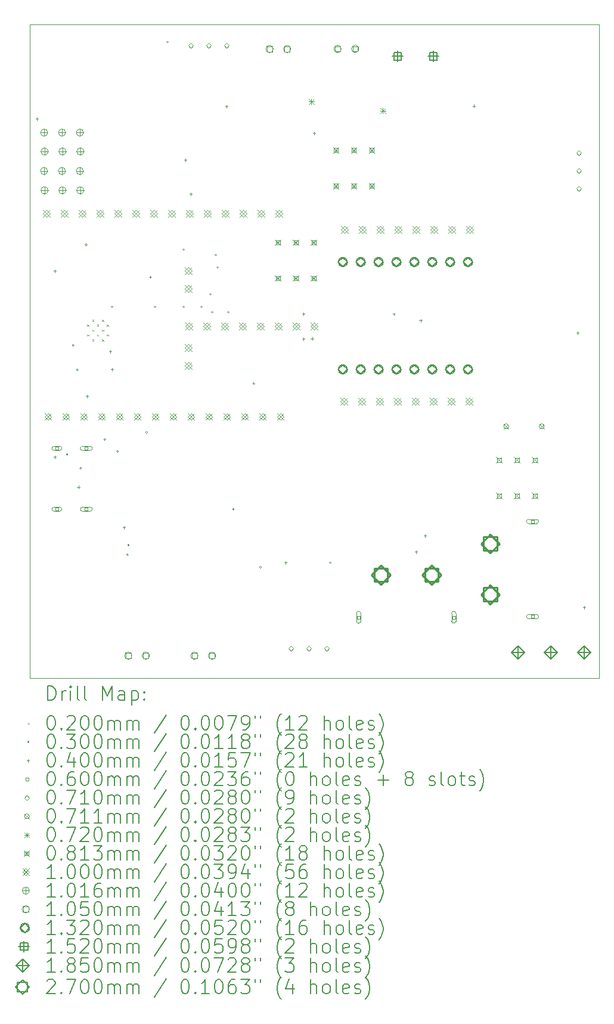
<source format=gbr>
%TF.GenerationSoftware,KiCad,Pcbnew,8.0.2*%
%TF.CreationDate,2024-05-19T21:43:49+05:30*%
%TF.ProjectId,Evoborne,45766f62-6f72-46e6-952e-6b696361645f,rev?*%
%TF.SameCoordinates,Original*%
%TF.FileFunction,Drillmap*%
%TF.FilePolarity,Positive*%
%FSLAX45Y45*%
G04 Gerber Fmt 4.5, Leading zero omitted, Abs format (unit mm)*
G04 Created by KiCad (PCBNEW 8.0.2) date 2024-05-19 21:43:49*
%MOMM*%
%LPD*%
G01*
G04 APERTURE LIST*
%ADD10C,0.100000*%
%ADD11C,0.200000*%
%ADD12C,0.101600*%
%ADD13C,0.105000*%
%ADD14C,0.132000*%
%ADD15C,0.152000*%
%ADD16C,0.185000*%
%ADD17C,0.270000*%
G04 APERTURE END LIST*
D10*
X4953000Y-6181000D02*
X13040000Y-6181000D01*
X13040000Y-15453800D01*
X4953000Y-15453800D01*
X4953000Y-6181000D01*
D11*
D10*
X5770000Y-10440000D02*
X5790000Y-10460000D01*
X5790000Y-10440000D02*
X5770000Y-10460000D01*
X5770000Y-10580000D02*
X5790000Y-10600000D01*
X5790000Y-10580000D02*
X5770000Y-10600000D01*
X5840000Y-10370000D02*
X5860000Y-10390000D01*
X5860000Y-10370000D02*
X5840000Y-10390000D01*
X5840000Y-10510000D02*
X5860000Y-10530000D01*
X5860000Y-10510000D02*
X5840000Y-10530000D01*
X5840000Y-10650000D02*
X5860000Y-10670000D01*
X5860000Y-10650000D02*
X5840000Y-10670000D01*
X5910000Y-10440000D02*
X5930000Y-10460000D01*
X5930000Y-10440000D02*
X5910000Y-10460000D01*
X5910000Y-10580000D02*
X5930000Y-10600000D01*
X5930000Y-10580000D02*
X5910000Y-10600000D01*
X5980000Y-10370000D02*
X6000000Y-10390000D01*
X6000000Y-10370000D02*
X5980000Y-10390000D01*
X5980000Y-10510000D02*
X6000000Y-10530000D01*
X6000000Y-10510000D02*
X5980000Y-10530000D01*
X5980000Y-10650000D02*
X6000000Y-10670000D01*
X6000000Y-10650000D02*
X5980000Y-10670000D01*
X6050000Y-10440000D02*
X6070000Y-10460000D01*
X6070000Y-10440000D02*
X6050000Y-10460000D01*
X6050000Y-10580000D02*
X6070000Y-10600000D01*
X6070000Y-10580000D02*
X6050000Y-10600000D01*
X5498000Y-12282000D02*
G75*
G02*
X5468000Y-12282000I-15000J0D01*
G01*
X5468000Y-12282000D02*
G75*
G02*
X5498000Y-12282000I15000J0D01*
G01*
X5584000Y-10733000D02*
G75*
G02*
X5554000Y-10733000I-15000J0D01*
G01*
X5554000Y-10733000D02*
G75*
G02*
X5584000Y-10733000I15000J0D01*
G01*
X5643000Y-11082000D02*
G75*
G02*
X5613000Y-11082000I-15000J0D01*
G01*
X5613000Y-11082000D02*
G75*
G02*
X5643000Y-11082000I15000J0D01*
G01*
X5692000Y-12479000D02*
G75*
G02*
X5662000Y-12479000I-15000J0D01*
G01*
X5662000Y-12479000D02*
G75*
G02*
X5692000Y-12479000I15000J0D01*
G01*
X5769000Y-9307000D02*
G75*
G02*
X5739000Y-9307000I-15000J0D01*
G01*
X5739000Y-9307000D02*
G75*
G02*
X5769000Y-9307000I15000J0D01*
G01*
X6032000Y-12068000D02*
G75*
G02*
X6002000Y-12068000I-15000J0D01*
G01*
X6002000Y-12068000D02*
G75*
G02*
X6032000Y-12068000I15000J0D01*
G01*
X6136400Y-10185400D02*
G75*
G02*
X6106400Y-10185400I-15000J0D01*
G01*
X6106400Y-10185400D02*
G75*
G02*
X6136400Y-10185400I15000J0D01*
G01*
X6214000Y-12237000D02*
G75*
G02*
X6184000Y-12237000I-15000J0D01*
G01*
X6184000Y-12237000D02*
G75*
G02*
X6214000Y-12237000I15000J0D01*
G01*
X6354000Y-13707000D02*
G75*
G02*
X6324000Y-13707000I-15000J0D01*
G01*
X6324000Y-13707000D02*
G75*
G02*
X6354000Y-13707000I15000J0D01*
G01*
X6371000Y-13569000D02*
G75*
G02*
X6341000Y-13569000I-15000J0D01*
G01*
X6341000Y-13569000D02*
G75*
G02*
X6371000Y-13569000I15000J0D01*
G01*
X6627500Y-11969500D02*
G75*
G02*
X6597500Y-11969500I-15000J0D01*
G01*
X6597500Y-11969500D02*
G75*
G02*
X6627500Y-11969500I15000J0D01*
G01*
X6683000Y-9766000D02*
G75*
G02*
X6653000Y-9766000I-15000J0D01*
G01*
X6653000Y-9766000D02*
G75*
G02*
X6683000Y-9766000I15000J0D01*
G01*
X6746000Y-10185400D02*
G75*
G02*
X6716000Y-10185400I-15000J0D01*
G01*
X6716000Y-10185400D02*
G75*
G02*
X6746000Y-10185400I15000J0D01*
G01*
X6923800Y-6426200D02*
G75*
G02*
X6893800Y-6426200I-15000J0D01*
G01*
X6893800Y-6426200D02*
G75*
G02*
X6923800Y-6426200I15000J0D01*
G01*
X7152400Y-9372600D02*
G75*
G02*
X7122400Y-9372600I-15000J0D01*
G01*
X7122400Y-9372600D02*
G75*
G02*
X7152400Y-9372600I15000J0D01*
G01*
X7152400Y-10185400D02*
G75*
G02*
X7122400Y-10185400I-15000J0D01*
G01*
X7122400Y-10185400D02*
G75*
G02*
X7152400Y-10185400I15000J0D01*
G01*
X7406400Y-10185400D02*
G75*
G02*
X7376400Y-10185400I-15000J0D01*
G01*
X7376400Y-10185400D02*
G75*
G02*
X7406400Y-10185400I15000J0D01*
G01*
X7533400Y-10007600D02*
G75*
G02*
X7503400Y-10007600I-15000J0D01*
G01*
X7503400Y-10007600D02*
G75*
G02*
X7533400Y-10007600I15000J0D01*
G01*
X7558800Y-10261600D02*
G75*
G02*
X7528800Y-10261600I-15000J0D01*
G01*
X7528800Y-10261600D02*
G75*
G02*
X7558800Y-10261600I15000J0D01*
G01*
X7609600Y-9448800D02*
G75*
G02*
X7579600Y-9448800I-15000J0D01*
G01*
X7579600Y-9448800D02*
G75*
G02*
X7609600Y-9448800I15000J0D01*
G01*
X7635000Y-9626600D02*
G75*
G02*
X7605000Y-9626600I-15000J0D01*
G01*
X7605000Y-9626600D02*
G75*
G02*
X7635000Y-9626600I15000J0D01*
G01*
X7787400Y-10261600D02*
G75*
G02*
X7757400Y-10261600I-15000J0D01*
G01*
X7757400Y-10261600D02*
G75*
G02*
X7787400Y-10261600I15000J0D01*
G01*
X7859000Y-13061000D02*
G75*
G02*
X7829000Y-13061000I-15000J0D01*
G01*
X7829000Y-13061000D02*
G75*
G02*
X7859000Y-13061000I15000J0D01*
G01*
X8150000Y-11275000D02*
G75*
G02*
X8120000Y-11275000I-15000J0D01*
G01*
X8120000Y-11275000D02*
G75*
G02*
X8150000Y-11275000I15000J0D01*
G01*
X8244000Y-13883000D02*
G75*
G02*
X8214000Y-13883000I-15000J0D01*
G01*
X8214000Y-13883000D02*
G75*
G02*
X8244000Y-13883000I15000J0D01*
G01*
X9235200Y-13817600D02*
G75*
G02*
X9205200Y-13817600I-15000J0D01*
G01*
X9205200Y-13817600D02*
G75*
G02*
X9235200Y-13817600I15000J0D01*
G01*
X10145000Y-10290000D02*
G75*
G02*
X10115000Y-10290000I-15000J0D01*
G01*
X10115000Y-10290000D02*
G75*
G02*
X10145000Y-10290000I15000J0D01*
G01*
X12754000Y-10561000D02*
G75*
G02*
X12724000Y-10561000I-15000J0D01*
G01*
X12724000Y-10561000D02*
G75*
G02*
X12754000Y-10561000I15000J0D01*
G01*
X5054600Y-7498400D02*
X5054600Y-7538400D01*
X5034600Y-7518400D02*
X5074600Y-7518400D01*
X5308600Y-9657400D02*
X5308600Y-9697400D01*
X5288600Y-9677400D02*
X5328600Y-9677400D01*
X5310000Y-12300000D02*
X5310000Y-12340000D01*
X5290000Y-12320000D02*
X5330000Y-12320000D01*
X5644000Y-12724000D02*
X5644000Y-12764000D01*
X5624000Y-12744000D02*
X5664000Y-12744000D01*
X5765800Y-11435400D02*
X5765800Y-11475400D01*
X5745800Y-11455400D02*
X5785800Y-11455400D01*
X6096000Y-10800400D02*
X6096000Y-10840400D01*
X6076000Y-10820400D02*
X6116000Y-10820400D01*
X6121400Y-11054400D02*
X6121400Y-11094400D01*
X6101400Y-11074400D02*
X6141400Y-11074400D01*
X6292000Y-13298000D02*
X6292000Y-13338000D01*
X6272000Y-13318000D02*
X6312000Y-13318000D01*
X7162800Y-8082600D02*
X7162800Y-8122600D01*
X7142800Y-8102600D02*
X7182800Y-8102600D01*
X7239000Y-8565200D02*
X7239000Y-8605200D01*
X7219000Y-8585200D02*
X7259000Y-8585200D01*
X7747000Y-7320600D02*
X7747000Y-7360600D01*
X7727000Y-7340600D02*
X7767000Y-7340600D01*
X8585200Y-13797600D02*
X8585200Y-13837600D01*
X8565200Y-13817600D02*
X8605200Y-13817600D01*
X8839200Y-10267000D02*
X8839200Y-10307000D01*
X8819200Y-10287000D02*
X8859200Y-10287000D01*
X8839200Y-10622600D02*
X8839200Y-10662600D01*
X8819200Y-10642600D02*
X8859200Y-10642600D01*
X8963000Y-10617000D02*
X8963000Y-10657000D01*
X8943000Y-10637000D02*
X8983000Y-10637000D01*
X8991600Y-7701600D02*
X8991600Y-7741600D01*
X8971600Y-7721600D02*
X9011600Y-7721600D01*
X10439400Y-13645200D02*
X10439400Y-13685200D01*
X10419400Y-13665200D02*
X10459400Y-13665200D01*
X10505000Y-10361000D02*
X10505000Y-10401000D01*
X10485000Y-10381000D02*
X10525000Y-10381000D01*
X10566400Y-13416600D02*
X10566400Y-13456600D01*
X10546400Y-13436600D02*
X10586400Y-13436600D01*
X11261000Y-7316000D02*
X11261000Y-7356000D01*
X11241000Y-7336000D02*
X11281000Y-7336000D01*
X12827000Y-14432600D02*
X12827000Y-14472600D01*
X12807000Y-14452600D02*
X12847000Y-14452600D01*
X5358713Y-12216213D02*
X5358713Y-12173787D01*
X5316287Y-12173787D01*
X5316287Y-12216213D01*
X5358713Y-12216213D01*
X5377500Y-12165000D02*
X5297500Y-12165000D01*
X5297500Y-12225000D02*
G75*
G02*
X5297500Y-12165000I0J30000D01*
G01*
X5297500Y-12225000D02*
X5377500Y-12225000D01*
X5377500Y-12225000D02*
G75*
G03*
X5377500Y-12165000I0J30000D01*
G01*
X5358713Y-13080213D02*
X5358713Y-13037787D01*
X5316287Y-13037787D01*
X5316287Y-13080213D01*
X5358713Y-13080213D01*
X5377500Y-13029000D02*
X5297500Y-13029000D01*
X5297500Y-13089000D02*
G75*
G02*
X5297500Y-13029000I0J30000D01*
G01*
X5297500Y-13089000D02*
X5377500Y-13089000D01*
X5377500Y-13089000D02*
G75*
G03*
X5377500Y-13029000I0J30000D01*
G01*
X5778713Y-12216213D02*
X5778713Y-12173787D01*
X5736287Y-12173787D01*
X5736287Y-12216213D01*
X5778713Y-12216213D01*
X5812500Y-12165000D02*
X5702500Y-12165000D01*
X5702500Y-12225000D02*
G75*
G02*
X5702500Y-12165000I0J30000D01*
G01*
X5702500Y-12225000D02*
X5812500Y-12225000D01*
X5812500Y-12225000D02*
G75*
G03*
X5812500Y-12165000I0J30000D01*
G01*
X5778713Y-13080213D02*
X5778713Y-13037787D01*
X5736287Y-13037787D01*
X5736287Y-13080213D01*
X5778713Y-13080213D01*
X5812500Y-13029000D02*
X5702500Y-13029000D01*
X5702500Y-13089000D02*
G75*
G02*
X5702500Y-13029000I0J30000D01*
G01*
X5702500Y-13089000D02*
X5812500Y-13089000D01*
X5812500Y-13089000D02*
G75*
G03*
X5812500Y-13029000I0J30000D01*
G01*
X9645213Y-14615213D02*
X9645213Y-14572787D01*
X9602787Y-14572787D01*
X9602787Y-14615213D01*
X9645213Y-14615213D01*
X9654000Y-14649000D02*
X9654000Y-14539000D01*
X9594000Y-14539000D02*
G75*
G02*
X9654000Y-14539000I30000J0D01*
G01*
X9594000Y-14539000D02*
X9594000Y-14649000D01*
X9594000Y-14649000D02*
G75*
G03*
X9654000Y-14649000I30000J0D01*
G01*
X10995213Y-14615213D02*
X10995213Y-14572787D01*
X10952787Y-14572787D01*
X10952787Y-14615213D01*
X10995213Y-14615213D01*
X11004000Y-14649000D02*
X11004000Y-14539000D01*
X10944000Y-14539000D02*
G75*
G02*
X11004000Y-14539000I30000J0D01*
G01*
X10944000Y-14539000D02*
X10944000Y-14649000D01*
X10944000Y-14649000D02*
G75*
G03*
X11004000Y-14649000I30000J0D01*
G01*
X12115213Y-13254213D02*
X12115213Y-13211787D01*
X12072787Y-13211787D01*
X12072787Y-13254213D01*
X12115213Y-13254213D01*
X12149000Y-13203000D02*
X12039000Y-13203000D01*
X12039000Y-13263000D02*
G75*
G02*
X12039000Y-13203000I0J30000D01*
G01*
X12039000Y-13263000D02*
X12149000Y-13263000D01*
X12149000Y-13263000D02*
G75*
G03*
X12149000Y-13203000I0J30000D01*
G01*
X12115213Y-14604213D02*
X12115213Y-14561787D01*
X12072787Y-14561787D01*
X12072787Y-14604213D01*
X12115213Y-14604213D01*
X12149000Y-14553000D02*
X12039000Y-14553000D01*
X12039000Y-14613000D02*
G75*
G02*
X12039000Y-14553000I0J30000D01*
G01*
X12039000Y-14613000D02*
X12149000Y-14613000D01*
X12149000Y-14613000D02*
G75*
G03*
X12149000Y-14553000I0J30000D01*
G01*
X7239000Y-6512500D02*
X7274500Y-6477000D01*
X7239000Y-6441500D01*
X7203500Y-6477000D01*
X7239000Y-6512500D01*
X7493000Y-6512500D02*
X7528500Y-6477000D01*
X7493000Y-6441500D01*
X7457500Y-6477000D01*
X7493000Y-6512500D01*
X7747000Y-6512500D02*
X7782500Y-6477000D01*
X7747000Y-6441500D01*
X7711500Y-6477000D01*
X7747000Y-6512500D01*
X8661400Y-15072300D02*
X8696900Y-15036800D01*
X8661400Y-15001300D01*
X8625900Y-15036800D01*
X8661400Y-15072300D01*
X8915400Y-15072300D02*
X8950900Y-15036800D01*
X8915400Y-15001300D01*
X8879900Y-15036800D01*
X8915400Y-15072300D01*
X9169400Y-15072300D02*
X9204900Y-15036800D01*
X9169400Y-15001300D01*
X9133900Y-15036800D01*
X9169400Y-15072300D01*
X12750800Y-8036500D02*
X12786300Y-8001000D01*
X12750800Y-7965500D01*
X12715300Y-8001000D01*
X12750800Y-8036500D01*
X12750800Y-8290500D02*
X12786300Y-8255000D01*
X12750800Y-8219500D01*
X12715300Y-8255000D01*
X12750800Y-8290500D01*
X12750800Y-8544500D02*
X12786300Y-8509000D01*
X12750800Y-8473500D01*
X12715300Y-8509000D01*
X12750800Y-8544500D01*
X11683950Y-11847450D02*
X11755050Y-11918550D01*
X11755050Y-11847450D02*
X11683950Y-11918550D01*
X11755050Y-11883000D02*
G75*
G02*
X11683950Y-11883000I-35550J0D01*
G01*
X11683950Y-11883000D02*
G75*
G02*
X11755050Y-11883000I35550J0D01*
G01*
X12188950Y-11847450D02*
X12260050Y-11918550D01*
X12260050Y-11847450D02*
X12188950Y-11918550D01*
X12260050Y-11883000D02*
G75*
G02*
X12188950Y-11883000I-35550J0D01*
G01*
X12188950Y-11883000D02*
G75*
G02*
X12260050Y-11883000I35550J0D01*
G01*
X8917500Y-7236000D02*
X8989500Y-7308000D01*
X8989500Y-7236000D02*
X8917500Y-7308000D01*
X8953500Y-7236000D02*
X8953500Y-7308000D01*
X8917500Y-7272000D02*
X8989500Y-7272000D01*
X9932500Y-7366000D02*
X10004500Y-7438000D01*
X10004500Y-7366000D02*
X9932500Y-7438000D01*
X9968500Y-7366000D02*
X9968500Y-7438000D01*
X9932500Y-7402000D02*
X10004500Y-7402000D01*
X8436360Y-9230360D02*
X8517640Y-9311640D01*
X8517640Y-9230360D02*
X8436360Y-9311640D01*
X8505737Y-9299737D02*
X8505737Y-9242263D01*
X8448263Y-9242263D01*
X8448263Y-9299737D01*
X8505737Y-9299737D01*
X8436360Y-9738360D02*
X8517640Y-9819640D01*
X8517640Y-9738360D02*
X8436360Y-9819640D01*
X8505737Y-9807737D02*
X8505737Y-9750263D01*
X8448263Y-9750263D01*
X8448263Y-9807737D01*
X8505737Y-9807737D01*
X8690360Y-9230360D02*
X8771640Y-9311640D01*
X8771640Y-9230360D02*
X8690360Y-9311640D01*
X8759737Y-9299737D02*
X8759737Y-9242263D01*
X8702263Y-9242263D01*
X8702263Y-9299737D01*
X8759737Y-9299737D01*
X8690360Y-9738360D02*
X8771640Y-9819640D01*
X8771640Y-9738360D02*
X8690360Y-9819640D01*
X8759737Y-9807737D02*
X8759737Y-9750263D01*
X8702263Y-9750263D01*
X8702263Y-9807737D01*
X8759737Y-9807737D01*
X8944360Y-9230360D02*
X9025640Y-9311640D01*
X9025640Y-9230360D02*
X8944360Y-9311640D01*
X9013737Y-9299737D02*
X9013737Y-9242263D01*
X8956263Y-9242263D01*
X8956263Y-9299737D01*
X9013737Y-9299737D01*
X8944360Y-9738360D02*
X9025640Y-9819640D01*
X9025640Y-9738360D02*
X8944360Y-9819640D01*
X9013737Y-9807737D02*
X9013737Y-9750263D01*
X8956263Y-9750263D01*
X8956263Y-9807737D01*
X9013737Y-9807737D01*
X9259360Y-7922360D02*
X9340640Y-8003640D01*
X9340640Y-7922360D02*
X9259360Y-8003640D01*
X9328737Y-7991737D02*
X9328737Y-7934263D01*
X9271263Y-7934263D01*
X9271263Y-7991737D01*
X9328737Y-7991737D01*
X9259360Y-8430360D02*
X9340640Y-8511640D01*
X9340640Y-8430360D02*
X9259360Y-8511640D01*
X9328737Y-8499737D02*
X9328737Y-8442263D01*
X9271263Y-8442263D01*
X9271263Y-8499737D01*
X9328737Y-8499737D01*
X9513360Y-7922360D02*
X9594640Y-8003640D01*
X9594640Y-7922360D02*
X9513360Y-8003640D01*
X9582737Y-7991737D02*
X9582737Y-7934263D01*
X9525263Y-7934263D01*
X9525263Y-7991737D01*
X9582737Y-7991737D01*
X9513360Y-8430360D02*
X9594640Y-8511640D01*
X9594640Y-8430360D02*
X9513360Y-8511640D01*
X9582737Y-8499737D02*
X9582737Y-8442263D01*
X9525263Y-8442263D01*
X9525263Y-8499737D01*
X9582737Y-8499737D01*
X9767360Y-7922360D02*
X9848640Y-8003640D01*
X9848640Y-7922360D02*
X9767360Y-8003640D01*
X9836737Y-7991737D02*
X9836737Y-7934263D01*
X9779263Y-7934263D01*
X9779263Y-7991737D01*
X9836737Y-7991737D01*
X9767360Y-8430360D02*
X9848640Y-8511640D01*
X9848640Y-8430360D02*
X9767360Y-8511640D01*
X9836737Y-8499737D02*
X9836737Y-8442263D01*
X9779263Y-8442263D01*
X9779263Y-8499737D01*
X9836737Y-8499737D01*
X11577360Y-12319360D02*
X11658640Y-12400640D01*
X11658640Y-12319360D02*
X11577360Y-12400640D01*
X11646737Y-12388737D02*
X11646737Y-12331263D01*
X11589263Y-12331263D01*
X11589263Y-12388737D01*
X11646737Y-12388737D01*
X11577360Y-12827360D02*
X11658640Y-12908640D01*
X11658640Y-12827360D02*
X11577360Y-12908640D01*
X11646737Y-12896737D02*
X11646737Y-12839263D01*
X11589263Y-12839263D01*
X11589263Y-12896737D01*
X11646737Y-12896737D01*
X11831360Y-12319360D02*
X11912640Y-12400640D01*
X11912640Y-12319360D02*
X11831360Y-12400640D01*
X11900737Y-12388737D02*
X11900737Y-12331263D01*
X11843263Y-12331263D01*
X11843263Y-12388737D01*
X11900737Y-12388737D01*
X11831360Y-12827360D02*
X11912640Y-12908640D01*
X11912640Y-12827360D02*
X11831360Y-12908640D01*
X11900737Y-12896737D02*
X11900737Y-12839263D01*
X11843263Y-12839263D01*
X11843263Y-12896737D01*
X11900737Y-12896737D01*
X12085360Y-12319360D02*
X12166640Y-12400640D01*
X12166640Y-12319360D02*
X12085360Y-12400640D01*
X12154737Y-12388737D02*
X12154737Y-12331263D01*
X12097263Y-12331263D01*
X12097263Y-12388737D01*
X12154737Y-12388737D01*
X12085360Y-12827360D02*
X12166640Y-12908640D01*
X12166640Y-12827360D02*
X12085360Y-12908640D01*
X12154737Y-12896737D02*
X12154737Y-12839263D01*
X12097263Y-12839263D01*
X12097263Y-12896737D01*
X12154737Y-12896737D01*
X5139000Y-8809000D02*
X5239000Y-8909000D01*
X5239000Y-8809000D02*
X5139000Y-8909000D01*
X5189000Y-8909000D02*
X5239000Y-8859000D01*
X5189000Y-8809000D01*
X5139000Y-8859000D01*
X5189000Y-8909000D01*
X5162000Y-11695000D02*
X5262000Y-11795000D01*
X5262000Y-11695000D02*
X5162000Y-11795000D01*
X5212000Y-11795000D02*
X5262000Y-11745000D01*
X5212000Y-11695000D01*
X5162000Y-11745000D01*
X5212000Y-11795000D01*
X5393000Y-8809000D02*
X5493000Y-8909000D01*
X5493000Y-8809000D02*
X5393000Y-8909000D01*
X5443000Y-8909000D02*
X5493000Y-8859000D01*
X5443000Y-8809000D01*
X5393000Y-8859000D01*
X5443000Y-8909000D01*
X5416000Y-11695000D02*
X5516000Y-11795000D01*
X5516000Y-11695000D02*
X5416000Y-11795000D01*
X5466000Y-11795000D02*
X5516000Y-11745000D01*
X5466000Y-11695000D01*
X5416000Y-11745000D01*
X5466000Y-11795000D01*
X5647000Y-8809000D02*
X5747000Y-8909000D01*
X5747000Y-8809000D02*
X5647000Y-8909000D01*
X5697000Y-8909000D02*
X5747000Y-8859000D01*
X5697000Y-8809000D01*
X5647000Y-8859000D01*
X5697000Y-8909000D01*
X5670000Y-11695000D02*
X5770000Y-11795000D01*
X5770000Y-11695000D02*
X5670000Y-11795000D01*
X5720000Y-11795000D02*
X5770000Y-11745000D01*
X5720000Y-11695000D01*
X5670000Y-11745000D01*
X5720000Y-11795000D01*
X5901000Y-8809000D02*
X6001000Y-8909000D01*
X6001000Y-8809000D02*
X5901000Y-8909000D01*
X5951000Y-8909000D02*
X6001000Y-8859000D01*
X5951000Y-8809000D01*
X5901000Y-8859000D01*
X5951000Y-8909000D01*
X5924000Y-11695000D02*
X6024000Y-11795000D01*
X6024000Y-11695000D02*
X5924000Y-11795000D01*
X5974000Y-11795000D02*
X6024000Y-11745000D01*
X5974000Y-11695000D01*
X5924000Y-11745000D01*
X5974000Y-11795000D01*
X6155000Y-8809000D02*
X6255000Y-8909000D01*
X6255000Y-8809000D02*
X6155000Y-8909000D01*
X6205000Y-8909000D02*
X6255000Y-8859000D01*
X6205000Y-8809000D01*
X6155000Y-8859000D01*
X6205000Y-8909000D01*
X6178000Y-11695000D02*
X6278000Y-11795000D01*
X6278000Y-11695000D02*
X6178000Y-11795000D01*
X6228000Y-11795000D02*
X6278000Y-11745000D01*
X6228000Y-11695000D01*
X6178000Y-11745000D01*
X6228000Y-11795000D01*
X6409000Y-8809000D02*
X6509000Y-8909000D01*
X6509000Y-8809000D02*
X6409000Y-8909000D01*
X6459000Y-8909000D02*
X6509000Y-8859000D01*
X6459000Y-8809000D01*
X6409000Y-8859000D01*
X6459000Y-8909000D01*
X6432000Y-11695000D02*
X6532000Y-11795000D01*
X6532000Y-11695000D02*
X6432000Y-11795000D01*
X6482000Y-11795000D02*
X6532000Y-11745000D01*
X6482000Y-11695000D01*
X6432000Y-11745000D01*
X6482000Y-11795000D01*
X6663000Y-8809000D02*
X6763000Y-8909000D01*
X6763000Y-8809000D02*
X6663000Y-8909000D01*
X6713000Y-8909000D02*
X6763000Y-8859000D01*
X6713000Y-8809000D01*
X6663000Y-8859000D01*
X6713000Y-8909000D01*
X6686000Y-11695000D02*
X6786000Y-11795000D01*
X6786000Y-11695000D02*
X6686000Y-11795000D01*
X6736000Y-11795000D02*
X6786000Y-11745000D01*
X6736000Y-11695000D01*
X6686000Y-11745000D01*
X6736000Y-11795000D01*
X6917000Y-8809000D02*
X7017000Y-8909000D01*
X7017000Y-8809000D02*
X6917000Y-8909000D01*
X6967000Y-8909000D02*
X7017000Y-8859000D01*
X6967000Y-8809000D01*
X6917000Y-8859000D01*
X6967000Y-8909000D01*
X6940000Y-11695000D02*
X7040000Y-11795000D01*
X7040000Y-11695000D02*
X6940000Y-11795000D01*
X6990000Y-11795000D02*
X7040000Y-11745000D01*
X6990000Y-11695000D01*
X6940000Y-11745000D01*
X6990000Y-11795000D01*
X7157000Y-10718500D02*
X7257000Y-10818500D01*
X7257000Y-10718500D02*
X7157000Y-10818500D01*
X7207000Y-10818500D02*
X7257000Y-10768500D01*
X7207000Y-10718500D01*
X7157000Y-10768500D01*
X7207000Y-10818500D01*
X7157000Y-10972500D02*
X7257000Y-11072500D01*
X7257000Y-10972500D02*
X7157000Y-11072500D01*
X7207000Y-11072500D02*
X7257000Y-11022500D01*
X7207000Y-10972500D01*
X7157000Y-11022500D01*
X7207000Y-11072500D01*
X7159000Y-9624500D02*
X7259000Y-9724500D01*
X7259000Y-9624500D02*
X7159000Y-9724500D01*
X7209000Y-9724500D02*
X7259000Y-9674500D01*
X7209000Y-9624500D01*
X7159000Y-9674500D01*
X7209000Y-9724500D01*
X7159000Y-9878500D02*
X7259000Y-9978500D01*
X7259000Y-9878500D02*
X7159000Y-9978500D01*
X7209000Y-9978500D02*
X7259000Y-9928500D01*
X7209000Y-9878500D01*
X7159000Y-9928500D01*
X7209000Y-9978500D01*
X7163600Y-10414800D02*
X7263600Y-10514800D01*
X7263600Y-10414800D02*
X7163600Y-10514800D01*
X7213600Y-10514800D02*
X7263600Y-10464800D01*
X7213600Y-10414800D01*
X7163600Y-10464800D01*
X7213600Y-10514800D01*
X7171000Y-8809000D02*
X7271000Y-8909000D01*
X7271000Y-8809000D02*
X7171000Y-8909000D01*
X7221000Y-8909000D02*
X7271000Y-8859000D01*
X7221000Y-8809000D01*
X7171000Y-8859000D01*
X7221000Y-8909000D01*
X7194000Y-11695000D02*
X7294000Y-11795000D01*
X7294000Y-11695000D02*
X7194000Y-11795000D01*
X7244000Y-11795000D02*
X7294000Y-11745000D01*
X7244000Y-11695000D01*
X7194000Y-11745000D01*
X7244000Y-11795000D01*
X7417600Y-10414800D02*
X7517600Y-10514800D01*
X7517600Y-10414800D02*
X7417600Y-10514800D01*
X7467600Y-10514800D02*
X7517600Y-10464800D01*
X7467600Y-10414800D01*
X7417600Y-10464800D01*
X7467600Y-10514800D01*
X7425000Y-8809000D02*
X7525000Y-8909000D01*
X7525000Y-8809000D02*
X7425000Y-8909000D01*
X7475000Y-8909000D02*
X7525000Y-8859000D01*
X7475000Y-8809000D01*
X7425000Y-8859000D01*
X7475000Y-8909000D01*
X7448000Y-11695000D02*
X7548000Y-11795000D01*
X7548000Y-11695000D02*
X7448000Y-11795000D01*
X7498000Y-11795000D02*
X7548000Y-11745000D01*
X7498000Y-11695000D01*
X7448000Y-11745000D01*
X7498000Y-11795000D01*
X7671600Y-10414800D02*
X7771600Y-10514800D01*
X7771600Y-10414800D02*
X7671600Y-10514800D01*
X7721600Y-10514800D02*
X7771600Y-10464800D01*
X7721600Y-10414800D01*
X7671600Y-10464800D01*
X7721600Y-10514800D01*
X7679000Y-8809000D02*
X7779000Y-8909000D01*
X7779000Y-8809000D02*
X7679000Y-8909000D01*
X7729000Y-8909000D02*
X7779000Y-8859000D01*
X7729000Y-8809000D01*
X7679000Y-8859000D01*
X7729000Y-8909000D01*
X7702000Y-11695000D02*
X7802000Y-11795000D01*
X7802000Y-11695000D02*
X7702000Y-11795000D01*
X7752000Y-11795000D02*
X7802000Y-11745000D01*
X7752000Y-11695000D01*
X7702000Y-11745000D01*
X7752000Y-11795000D01*
X7925600Y-10414800D02*
X8025600Y-10514800D01*
X8025600Y-10414800D02*
X7925600Y-10514800D01*
X7975600Y-10514800D02*
X8025600Y-10464800D01*
X7975600Y-10414800D01*
X7925600Y-10464800D01*
X7975600Y-10514800D01*
X7933000Y-8809000D02*
X8033000Y-8909000D01*
X8033000Y-8809000D02*
X7933000Y-8909000D01*
X7983000Y-8909000D02*
X8033000Y-8859000D01*
X7983000Y-8809000D01*
X7933000Y-8859000D01*
X7983000Y-8909000D01*
X7956000Y-11695000D02*
X8056000Y-11795000D01*
X8056000Y-11695000D02*
X7956000Y-11795000D01*
X8006000Y-11795000D02*
X8056000Y-11745000D01*
X8006000Y-11695000D01*
X7956000Y-11745000D01*
X8006000Y-11795000D01*
X8179600Y-10414800D02*
X8279600Y-10514800D01*
X8279600Y-10414800D02*
X8179600Y-10514800D01*
X8229600Y-10514800D02*
X8279600Y-10464800D01*
X8229600Y-10414800D01*
X8179600Y-10464800D01*
X8229600Y-10514800D01*
X8187000Y-8809000D02*
X8287000Y-8909000D01*
X8287000Y-8809000D02*
X8187000Y-8909000D01*
X8237000Y-8909000D02*
X8287000Y-8859000D01*
X8237000Y-8809000D01*
X8187000Y-8859000D01*
X8237000Y-8909000D01*
X8210000Y-11695000D02*
X8310000Y-11795000D01*
X8310000Y-11695000D02*
X8210000Y-11795000D01*
X8260000Y-11795000D02*
X8310000Y-11745000D01*
X8260000Y-11695000D01*
X8210000Y-11745000D01*
X8260000Y-11795000D01*
X8433600Y-10414800D02*
X8533600Y-10514800D01*
X8533600Y-10414800D02*
X8433600Y-10514800D01*
X8483600Y-10514800D02*
X8533600Y-10464800D01*
X8483600Y-10414800D01*
X8433600Y-10464800D01*
X8483600Y-10514800D01*
X8441000Y-8809000D02*
X8541000Y-8909000D01*
X8541000Y-8809000D02*
X8441000Y-8909000D01*
X8491000Y-8909000D02*
X8541000Y-8859000D01*
X8491000Y-8809000D01*
X8441000Y-8859000D01*
X8491000Y-8909000D01*
X8464000Y-11695000D02*
X8564000Y-11795000D01*
X8564000Y-11695000D02*
X8464000Y-11795000D01*
X8514000Y-11795000D02*
X8564000Y-11745000D01*
X8514000Y-11695000D01*
X8464000Y-11745000D01*
X8514000Y-11795000D01*
X8687600Y-10414800D02*
X8787600Y-10514800D01*
X8787600Y-10414800D02*
X8687600Y-10514800D01*
X8737600Y-10514800D02*
X8787600Y-10464800D01*
X8737600Y-10414800D01*
X8687600Y-10464800D01*
X8737600Y-10514800D01*
X8941600Y-10414800D02*
X9041600Y-10514800D01*
X9041600Y-10414800D02*
X8941600Y-10514800D01*
X8991600Y-10514800D02*
X9041600Y-10464800D01*
X8991600Y-10414800D01*
X8941600Y-10464800D01*
X8991600Y-10514800D01*
X9363000Y-11481000D02*
X9463000Y-11581000D01*
X9463000Y-11481000D02*
X9363000Y-11581000D01*
X9413000Y-11581000D02*
X9463000Y-11531000D01*
X9413000Y-11481000D01*
X9363000Y-11531000D01*
X9413000Y-11581000D01*
X9377000Y-9041000D02*
X9477000Y-9141000D01*
X9477000Y-9041000D02*
X9377000Y-9141000D01*
X9427000Y-9141000D02*
X9477000Y-9091000D01*
X9427000Y-9041000D01*
X9377000Y-9091000D01*
X9427000Y-9141000D01*
X9617000Y-11481000D02*
X9717000Y-11581000D01*
X9717000Y-11481000D02*
X9617000Y-11581000D01*
X9667000Y-11581000D02*
X9717000Y-11531000D01*
X9667000Y-11481000D01*
X9617000Y-11531000D01*
X9667000Y-11581000D01*
X9631000Y-9041000D02*
X9731000Y-9141000D01*
X9731000Y-9041000D02*
X9631000Y-9141000D01*
X9681000Y-9141000D02*
X9731000Y-9091000D01*
X9681000Y-9041000D01*
X9631000Y-9091000D01*
X9681000Y-9141000D01*
X9871000Y-11481000D02*
X9971000Y-11581000D01*
X9971000Y-11481000D02*
X9871000Y-11581000D01*
X9921000Y-11581000D02*
X9971000Y-11531000D01*
X9921000Y-11481000D01*
X9871000Y-11531000D01*
X9921000Y-11581000D01*
X9885000Y-9041000D02*
X9985000Y-9141000D01*
X9985000Y-9041000D02*
X9885000Y-9141000D01*
X9935000Y-9141000D02*
X9985000Y-9091000D01*
X9935000Y-9041000D01*
X9885000Y-9091000D01*
X9935000Y-9141000D01*
X10125000Y-11481000D02*
X10225000Y-11581000D01*
X10225000Y-11481000D02*
X10125000Y-11581000D01*
X10175000Y-11581000D02*
X10225000Y-11531000D01*
X10175000Y-11481000D01*
X10125000Y-11531000D01*
X10175000Y-11581000D01*
X10139000Y-9041000D02*
X10239000Y-9141000D01*
X10239000Y-9041000D02*
X10139000Y-9141000D01*
X10189000Y-9141000D02*
X10239000Y-9091000D01*
X10189000Y-9041000D01*
X10139000Y-9091000D01*
X10189000Y-9141000D01*
X10379000Y-11481000D02*
X10479000Y-11581000D01*
X10479000Y-11481000D02*
X10379000Y-11581000D01*
X10429000Y-11581000D02*
X10479000Y-11531000D01*
X10429000Y-11481000D01*
X10379000Y-11531000D01*
X10429000Y-11581000D01*
X10393000Y-9041000D02*
X10493000Y-9141000D01*
X10493000Y-9041000D02*
X10393000Y-9141000D01*
X10443000Y-9141000D02*
X10493000Y-9091000D01*
X10443000Y-9041000D01*
X10393000Y-9091000D01*
X10443000Y-9141000D01*
X10633000Y-11481000D02*
X10733000Y-11581000D01*
X10733000Y-11481000D02*
X10633000Y-11581000D01*
X10683000Y-11581000D02*
X10733000Y-11531000D01*
X10683000Y-11481000D01*
X10633000Y-11531000D01*
X10683000Y-11581000D01*
X10647000Y-9041000D02*
X10747000Y-9141000D01*
X10747000Y-9041000D02*
X10647000Y-9141000D01*
X10697000Y-9141000D02*
X10747000Y-9091000D01*
X10697000Y-9041000D01*
X10647000Y-9091000D01*
X10697000Y-9141000D01*
X10887000Y-11481000D02*
X10987000Y-11581000D01*
X10987000Y-11481000D02*
X10887000Y-11581000D01*
X10937000Y-11581000D02*
X10987000Y-11531000D01*
X10937000Y-11481000D01*
X10887000Y-11531000D01*
X10937000Y-11581000D01*
X10901000Y-9041000D02*
X11001000Y-9141000D01*
X11001000Y-9041000D02*
X10901000Y-9141000D01*
X10951000Y-9141000D02*
X11001000Y-9091000D01*
X10951000Y-9041000D01*
X10901000Y-9091000D01*
X10951000Y-9141000D01*
X11141000Y-11481000D02*
X11241000Y-11581000D01*
X11241000Y-11481000D02*
X11141000Y-11581000D01*
X11191000Y-11581000D02*
X11241000Y-11531000D01*
X11191000Y-11481000D01*
X11141000Y-11531000D01*
X11191000Y-11581000D01*
X11155000Y-9041000D02*
X11255000Y-9141000D01*
X11255000Y-9041000D02*
X11155000Y-9141000D01*
X11205000Y-9141000D02*
X11255000Y-9091000D01*
X11205000Y-9041000D01*
X11155000Y-9091000D01*
X11205000Y-9141000D01*
D12*
X5156000Y-8207200D02*
X5156000Y-8308800D01*
X5105200Y-8258000D02*
X5206800Y-8258000D01*
X5206800Y-8258000D02*
G75*
G02*
X5105200Y-8258000I-50800J0D01*
G01*
X5105200Y-8258000D02*
G75*
G02*
X5206800Y-8258000I50800J0D01*
G01*
X5157000Y-7661200D02*
X5157000Y-7762800D01*
X5106200Y-7712000D02*
X5207800Y-7712000D01*
X5207800Y-7712000D02*
G75*
G02*
X5106200Y-7712000I-50800J0D01*
G01*
X5106200Y-7712000D02*
G75*
G02*
X5207800Y-7712000I50800J0D01*
G01*
X5162000Y-8482200D02*
X5162000Y-8583800D01*
X5111200Y-8533000D02*
X5212800Y-8533000D01*
X5212800Y-8533000D02*
G75*
G02*
X5111200Y-8533000I-50800J0D01*
G01*
X5111200Y-8533000D02*
G75*
G02*
X5212800Y-8533000I50800J0D01*
G01*
X5163000Y-7929200D02*
X5163000Y-8030800D01*
X5112200Y-7980000D02*
X5213800Y-7980000D01*
X5213800Y-7980000D02*
G75*
G02*
X5112200Y-7980000I-50800J0D01*
G01*
X5112200Y-7980000D02*
G75*
G02*
X5213800Y-7980000I50800J0D01*
G01*
X5410000Y-8207200D02*
X5410000Y-8308800D01*
X5359200Y-8258000D02*
X5460800Y-8258000D01*
X5460800Y-8258000D02*
G75*
G02*
X5359200Y-8258000I-50800J0D01*
G01*
X5359200Y-8258000D02*
G75*
G02*
X5460800Y-8258000I50800J0D01*
G01*
X5411000Y-7661200D02*
X5411000Y-7762800D01*
X5360200Y-7712000D02*
X5461800Y-7712000D01*
X5461800Y-7712000D02*
G75*
G02*
X5360200Y-7712000I-50800J0D01*
G01*
X5360200Y-7712000D02*
G75*
G02*
X5461800Y-7712000I50800J0D01*
G01*
X5416000Y-8482200D02*
X5416000Y-8583800D01*
X5365200Y-8533000D02*
X5466800Y-8533000D01*
X5466800Y-8533000D02*
G75*
G02*
X5365200Y-8533000I-50800J0D01*
G01*
X5365200Y-8533000D02*
G75*
G02*
X5466800Y-8533000I50800J0D01*
G01*
X5417000Y-7929200D02*
X5417000Y-8030800D01*
X5366200Y-7980000D02*
X5467800Y-7980000D01*
X5467800Y-7980000D02*
G75*
G02*
X5366200Y-7980000I-50800J0D01*
G01*
X5366200Y-7980000D02*
G75*
G02*
X5467800Y-7980000I50800J0D01*
G01*
X5664000Y-8207200D02*
X5664000Y-8308800D01*
X5613200Y-8258000D02*
X5714800Y-8258000D01*
X5714800Y-8258000D02*
G75*
G02*
X5613200Y-8258000I-50800J0D01*
G01*
X5613200Y-8258000D02*
G75*
G02*
X5714800Y-8258000I50800J0D01*
G01*
X5665000Y-7661200D02*
X5665000Y-7762800D01*
X5614200Y-7712000D02*
X5715800Y-7712000D01*
X5715800Y-7712000D02*
G75*
G02*
X5614200Y-7712000I-50800J0D01*
G01*
X5614200Y-7712000D02*
G75*
G02*
X5715800Y-7712000I50800J0D01*
G01*
X5670000Y-8482200D02*
X5670000Y-8583800D01*
X5619200Y-8533000D02*
X5720800Y-8533000D01*
X5720800Y-8533000D02*
G75*
G02*
X5619200Y-8533000I-50800J0D01*
G01*
X5619200Y-8533000D02*
G75*
G02*
X5720800Y-8533000I50800J0D01*
G01*
X5671000Y-7929200D02*
X5671000Y-8030800D01*
X5620200Y-7980000D02*
X5721800Y-7980000D01*
X5721800Y-7980000D02*
G75*
G02*
X5620200Y-7980000I-50800J0D01*
G01*
X5620200Y-7980000D02*
G75*
G02*
X5721800Y-7980000I50800J0D01*
G01*
D13*
X6389123Y-15175523D02*
X6389123Y-15101276D01*
X6314876Y-15101276D01*
X6314876Y-15175523D01*
X6389123Y-15175523D01*
X6404500Y-15138400D02*
G75*
G02*
X6299500Y-15138400I-52500J0D01*
G01*
X6299500Y-15138400D02*
G75*
G02*
X6404500Y-15138400I52500J0D01*
G01*
X6639123Y-15175523D02*
X6639123Y-15101276D01*
X6564876Y-15101276D01*
X6564876Y-15175523D01*
X6639123Y-15175523D01*
X6654500Y-15138400D02*
G75*
G02*
X6549500Y-15138400I-52500J0D01*
G01*
X6549500Y-15138400D02*
G75*
G02*
X6654500Y-15138400I52500J0D01*
G01*
X7328923Y-15177223D02*
X7328923Y-15102976D01*
X7254676Y-15102976D01*
X7254676Y-15177223D01*
X7328923Y-15177223D01*
X7344300Y-15140100D02*
G75*
G02*
X7239300Y-15140100I-52500J0D01*
G01*
X7239300Y-15140100D02*
G75*
G02*
X7344300Y-15140100I52500J0D01*
G01*
X7578923Y-15177223D02*
X7578923Y-15102976D01*
X7504676Y-15102976D01*
X7504676Y-15177223D01*
X7578923Y-15177223D01*
X7594300Y-15140100D02*
G75*
G02*
X7489300Y-15140100I-52500J0D01*
G01*
X7489300Y-15140100D02*
G75*
G02*
X7594300Y-15140100I52500J0D01*
G01*
X8395724Y-6563223D02*
X8395724Y-6488976D01*
X8321476Y-6488976D01*
X8321476Y-6563223D01*
X8395724Y-6563223D01*
X8411100Y-6526100D02*
G75*
G02*
X8306100Y-6526100I-52500J0D01*
G01*
X8306100Y-6526100D02*
G75*
G02*
X8411100Y-6526100I52500J0D01*
G01*
X8645724Y-6563223D02*
X8645724Y-6488976D01*
X8571477Y-6488976D01*
X8571477Y-6563223D01*
X8645724Y-6563223D01*
X8661100Y-6526100D02*
G75*
G02*
X8556100Y-6526100I-52500J0D01*
G01*
X8556100Y-6526100D02*
G75*
G02*
X8661100Y-6526100I52500J0D01*
G01*
X9362924Y-6561523D02*
X9362924Y-6487276D01*
X9288677Y-6487276D01*
X9288677Y-6561523D01*
X9362924Y-6561523D01*
X9378300Y-6524400D02*
G75*
G02*
X9273300Y-6524400I-52500J0D01*
G01*
X9273300Y-6524400D02*
G75*
G02*
X9378300Y-6524400I52500J0D01*
G01*
X9612924Y-6561523D02*
X9612924Y-6487276D01*
X9538677Y-6487276D01*
X9538677Y-6561523D01*
X9612924Y-6561523D01*
X9628300Y-6524400D02*
G75*
G02*
X9523300Y-6524400I-52500J0D01*
G01*
X9523300Y-6524400D02*
G75*
G02*
X9628300Y-6524400I52500J0D01*
G01*
D14*
X9399000Y-9616000D02*
X9465000Y-9550000D01*
X9399000Y-9484000D01*
X9333000Y-9550000D01*
X9399000Y-9616000D01*
X9465000Y-9550000D02*
G75*
G02*
X9333000Y-9550000I-66000J0D01*
G01*
X9333000Y-9550000D02*
G75*
G02*
X9465000Y-9550000I66000J0D01*
G01*
X9399000Y-11140000D02*
X9465000Y-11074000D01*
X9399000Y-11008000D01*
X9333000Y-11074000D01*
X9399000Y-11140000D01*
X9465000Y-11074000D02*
G75*
G02*
X9333000Y-11074000I-66000J0D01*
G01*
X9333000Y-11074000D02*
G75*
G02*
X9465000Y-11074000I66000J0D01*
G01*
X9653000Y-9616000D02*
X9719000Y-9550000D01*
X9653000Y-9484000D01*
X9587000Y-9550000D01*
X9653000Y-9616000D01*
X9719000Y-9550000D02*
G75*
G02*
X9587000Y-9550000I-66000J0D01*
G01*
X9587000Y-9550000D02*
G75*
G02*
X9719000Y-9550000I66000J0D01*
G01*
X9653000Y-11140000D02*
X9719000Y-11074000D01*
X9653000Y-11008000D01*
X9587000Y-11074000D01*
X9653000Y-11140000D01*
X9719000Y-11074000D02*
G75*
G02*
X9587000Y-11074000I-66000J0D01*
G01*
X9587000Y-11074000D02*
G75*
G02*
X9719000Y-11074000I66000J0D01*
G01*
X9907000Y-9616000D02*
X9973000Y-9550000D01*
X9907000Y-9484000D01*
X9841000Y-9550000D01*
X9907000Y-9616000D01*
X9973000Y-9550000D02*
G75*
G02*
X9841000Y-9550000I-66000J0D01*
G01*
X9841000Y-9550000D02*
G75*
G02*
X9973000Y-9550000I66000J0D01*
G01*
X9907000Y-11140000D02*
X9973000Y-11074000D01*
X9907000Y-11008000D01*
X9841000Y-11074000D01*
X9907000Y-11140000D01*
X9973000Y-11074000D02*
G75*
G02*
X9841000Y-11074000I-66000J0D01*
G01*
X9841000Y-11074000D02*
G75*
G02*
X9973000Y-11074000I66000J0D01*
G01*
X10161000Y-9616000D02*
X10227000Y-9550000D01*
X10161000Y-9484000D01*
X10095000Y-9550000D01*
X10161000Y-9616000D01*
X10227000Y-9550000D02*
G75*
G02*
X10095000Y-9550000I-66000J0D01*
G01*
X10095000Y-9550000D02*
G75*
G02*
X10227000Y-9550000I66000J0D01*
G01*
X10161000Y-11140000D02*
X10227000Y-11074000D01*
X10161000Y-11008000D01*
X10095000Y-11074000D01*
X10161000Y-11140000D01*
X10227000Y-11074000D02*
G75*
G02*
X10095000Y-11074000I-66000J0D01*
G01*
X10095000Y-11074000D02*
G75*
G02*
X10227000Y-11074000I66000J0D01*
G01*
X10415000Y-9616000D02*
X10481000Y-9550000D01*
X10415000Y-9484000D01*
X10349000Y-9550000D01*
X10415000Y-9616000D01*
X10481000Y-9550000D02*
G75*
G02*
X10349000Y-9550000I-66000J0D01*
G01*
X10349000Y-9550000D02*
G75*
G02*
X10481000Y-9550000I66000J0D01*
G01*
X10415000Y-11140000D02*
X10481000Y-11074000D01*
X10415000Y-11008000D01*
X10349000Y-11074000D01*
X10415000Y-11140000D01*
X10481000Y-11074000D02*
G75*
G02*
X10349000Y-11074000I-66000J0D01*
G01*
X10349000Y-11074000D02*
G75*
G02*
X10481000Y-11074000I66000J0D01*
G01*
X10669000Y-9616000D02*
X10735000Y-9550000D01*
X10669000Y-9484000D01*
X10603000Y-9550000D01*
X10669000Y-9616000D01*
X10735000Y-9550000D02*
G75*
G02*
X10603000Y-9550000I-66000J0D01*
G01*
X10603000Y-9550000D02*
G75*
G02*
X10735000Y-9550000I66000J0D01*
G01*
X10669000Y-11140000D02*
X10735000Y-11074000D01*
X10669000Y-11008000D01*
X10603000Y-11074000D01*
X10669000Y-11140000D01*
X10735000Y-11074000D02*
G75*
G02*
X10603000Y-11074000I-66000J0D01*
G01*
X10603000Y-11074000D02*
G75*
G02*
X10735000Y-11074000I66000J0D01*
G01*
X10923000Y-9616000D02*
X10989000Y-9550000D01*
X10923000Y-9484000D01*
X10857000Y-9550000D01*
X10923000Y-9616000D01*
X10989000Y-9550000D02*
G75*
G02*
X10857000Y-9550000I-66000J0D01*
G01*
X10857000Y-9550000D02*
G75*
G02*
X10989000Y-9550000I66000J0D01*
G01*
X10923000Y-11140000D02*
X10989000Y-11074000D01*
X10923000Y-11008000D01*
X10857000Y-11074000D01*
X10923000Y-11140000D01*
X10989000Y-11074000D02*
G75*
G02*
X10857000Y-11074000I-66000J0D01*
G01*
X10857000Y-11074000D02*
G75*
G02*
X10989000Y-11074000I66000J0D01*
G01*
X11177000Y-9616000D02*
X11243000Y-9550000D01*
X11177000Y-9484000D01*
X11111000Y-9550000D01*
X11177000Y-9616000D01*
X11243000Y-9550000D02*
G75*
G02*
X11111000Y-9550000I-66000J0D01*
G01*
X11111000Y-9550000D02*
G75*
G02*
X11243000Y-9550000I66000J0D01*
G01*
X11177000Y-11140000D02*
X11243000Y-11074000D01*
X11177000Y-11008000D01*
X11111000Y-11074000D01*
X11177000Y-11140000D01*
X11243000Y-11074000D02*
G75*
G02*
X11111000Y-11074000I-66000J0D01*
G01*
X11111000Y-11074000D02*
G75*
G02*
X11243000Y-11074000I66000J0D01*
G01*
D15*
X10178000Y-6553000D02*
X10178000Y-6705000D01*
X10102000Y-6629000D02*
X10254000Y-6629000D01*
X10231741Y-6682741D02*
X10231741Y-6575259D01*
X10124259Y-6575259D01*
X10124259Y-6682741D01*
X10231741Y-6682741D01*
X10686000Y-6553000D02*
X10686000Y-6705000D01*
X10610000Y-6629000D02*
X10762000Y-6629000D01*
X10739741Y-6682741D02*
X10739741Y-6575259D01*
X10632259Y-6575259D01*
X10632259Y-6682741D01*
X10739741Y-6682741D01*
D16*
X11887000Y-15001500D02*
X11887000Y-15186500D01*
X11794500Y-15094000D02*
X11979500Y-15094000D01*
X11887000Y-15186500D02*
X11979500Y-15094000D01*
X11887000Y-15001500D01*
X11794500Y-15094000D01*
X11887000Y-15186500D01*
X12357000Y-15001500D02*
X12357000Y-15186500D01*
X12264500Y-15094000D02*
X12449500Y-15094000D01*
X12357000Y-15186500D02*
X12449500Y-15094000D01*
X12357000Y-15001500D01*
X12264500Y-15094000D01*
X12357000Y-15186500D01*
X12827000Y-15001500D02*
X12827000Y-15186500D01*
X12734500Y-15094000D02*
X12919500Y-15094000D01*
X12827000Y-15186500D02*
X12919500Y-15094000D01*
X12827000Y-15001500D01*
X12734500Y-15094000D01*
X12827000Y-15186500D01*
D17*
X9939000Y-14129000D02*
X10074000Y-13994000D01*
X9939000Y-13859000D01*
X9804000Y-13994000D01*
X9939000Y-14129000D01*
X10034460Y-14089460D02*
X10034460Y-13898540D01*
X9843540Y-13898540D01*
X9843540Y-14089460D01*
X10034460Y-14089460D01*
X10659000Y-14129000D02*
X10794000Y-13994000D01*
X10659000Y-13859000D01*
X10524000Y-13994000D01*
X10659000Y-14129000D01*
X10754460Y-14089460D02*
X10754460Y-13898540D01*
X10563540Y-13898540D01*
X10563540Y-14089460D01*
X10754460Y-14089460D01*
X11494000Y-13683000D02*
X11629000Y-13548000D01*
X11494000Y-13413000D01*
X11359000Y-13548000D01*
X11494000Y-13683000D01*
X11589460Y-13643460D02*
X11589460Y-13452540D01*
X11398540Y-13452540D01*
X11398540Y-13643460D01*
X11589460Y-13643460D01*
X11494000Y-14403000D02*
X11629000Y-14268000D01*
X11494000Y-14133000D01*
X11359000Y-14268000D01*
X11494000Y-14403000D01*
X11589460Y-14363460D02*
X11589460Y-14172540D01*
X11398540Y-14172540D01*
X11398540Y-14363460D01*
X11589460Y-14363460D01*
D11*
X5208777Y-15770284D02*
X5208777Y-15570284D01*
X5208777Y-15570284D02*
X5256396Y-15570284D01*
X5256396Y-15570284D02*
X5284967Y-15579808D01*
X5284967Y-15579808D02*
X5304015Y-15598855D01*
X5304015Y-15598855D02*
X5313539Y-15617903D01*
X5313539Y-15617903D02*
X5323063Y-15655998D01*
X5323063Y-15655998D02*
X5323063Y-15684569D01*
X5323063Y-15684569D02*
X5313539Y-15722665D01*
X5313539Y-15722665D02*
X5304015Y-15741712D01*
X5304015Y-15741712D02*
X5284967Y-15760760D01*
X5284967Y-15760760D02*
X5256396Y-15770284D01*
X5256396Y-15770284D02*
X5208777Y-15770284D01*
X5408777Y-15770284D02*
X5408777Y-15636950D01*
X5408777Y-15675046D02*
X5418301Y-15655998D01*
X5418301Y-15655998D02*
X5427824Y-15646474D01*
X5427824Y-15646474D02*
X5446872Y-15636950D01*
X5446872Y-15636950D02*
X5465920Y-15636950D01*
X5532586Y-15770284D02*
X5532586Y-15636950D01*
X5532586Y-15570284D02*
X5523063Y-15579808D01*
X5523063Y-15579808D02*
X5532586Y-15589331D01*
X5532586Y-15589331D02*
X5542110Y-15579808D01*
X5542110Y-15579808D02*
X5532586Y-15570284D01*
X5532586Y-15570284D02*
X5532586Y-15589331D01*
X5656396Y-15770284D02*
X5637348Y-15760760D01*
X5637348Y-15760760D02*
X5627824Y-15741712D01*
X5627824Y-15741712D02*
X5627824Y-15570284D01*
X5761158Y-15770284D02*
X5742110Y-15760760D01*
X5742110Y-15760760D02*
X5732586Y-15741712D01*
X5732586Y-15741712D02*
X5732586Y-15570284D01*
X5989729Y-15770284D02*
X5989729Y-15570284D01*
X5989729Y-15570284D02*
X6056396Y-15713141D01*
X6056396Y-15713141D02*
X6123062Y-15570284D01*
X6123062Y-15570284D02*
X6123062Y-15770284D01*
X6304015Y-15770284D02*
X6304015Y-15665522D01*
X6304015Y-15665522D02*
X6294491Y-15646474D01*
X6294491Y-15646474D02*
X6275443Y-15636950D01*
X6275443Y-15636950D02*
X6237348Y-15636950D01*
X6237348Y-15636950D02*
X6218301Y-15646474D01*
X6304015Y-15760760D02*
X6284967Y-15770284D01*
X6284967Y-15770284D02*
X6237348Y-15770284D01*
X6237348Y-15770284D02*
X6218301Y-15760760D01*
X6218301Y-15760760D02*
X6208777Y-15741712D01*
X6208777Y-15741712D02*
X6208777Y-15722665D01*
X6208777Y-15722665D02*
X6218301Y-15703617D01*
X6218301Y-15703617D02*
X6237348Y-15694093D01*
X6237348Y-15694093D02*
X6284967Y-15694093D01*
X6284967Y-15694093D02*
X6304015Y-15684569D01*
X6399253Y-15636950D02*
X6399253Y-15836950D01*
X6399253Y-15646474D02*
X6418301Y-15636950D01*
X6418301Y-15636950D02*
X6456396Y-15636950D01*
X6456396Y-15636950D02*
X6475443Y-15646474D01*
X6475443Y-15646474D02*
X6484967Y-15655998D01*
X6484967Y-15655998D02*
X6494491Y-15675046D01*
X6494491Y-15675046D02*
X6494491Y-15732188D01*
X6494491Y-15732188D02*
X6484967Y-15751236D01*
X6484967Y-15751236D02*
X6475443Y-15760760D01*
X6475443Y-15760760D02*
X6456396Y-15770284D01*
X6456396Y-15770284D02*
X6418301Y-15770284D01*
X6418301Y-15770284D02*
X6399253Y-15760760D01*
X6580205Y-15751236D02*
X6589729Y-15760760D01*
X6589729Y-15760760D02*
X6580205Y-15770284D01*
X6580205Y-15770284D02*
X6570682Y-15760760D01*
X6570682Y-15760760D02*
X6580205Y-15751236D01*
X6580205Y-15751236D02*
X6580205Y-15770284D01*
X6580205Y-15646474D02*
X6589729Y-15655998D01*
X6589729Y-15655998D02*
X6580205Y-15665522D01*
X6580205Y-15665522D02*
X6570682Y-15655998D01*
X6570682Y-15655998D02*
X6580205Y-15646474D01*
X6580205Y-15646474D02*
X6580205Y-15665522D01*
D10*
X4928000Y-16088800D02*
X4948000Y-16108800D01*
X4948000Y-16088800D02*
X4928000Y-16108800D01*
D11*
X5246872Y-15990284D02*
X5265920Y-15990284D01*
X5265920Y-15990284D02*
X5284967Y-15999808D01*
X5284967Y-15999808D02*
X5294491Y-16009331D01*
X5294491Y-16009331D02*
X5304015Y-16028379D01*
X5304015Y-16028379D02*
X5313539Y-16066474D01*
X5313539Y-16066474D02*
X5313539Y-16114093D01*
X5313539Y-16114093D02*
X5304015Y-16152188D01*
X5304015Y-16152188D02*
X5294491Y-16171236D01*
X5294491Y-16171236D02*
X5284967Y-16180760D01*
X5284967Y-16180760D02*
X5265920Y-16190284D01*
X5265920Y-16190284D02*
X5246872Y-16190284D01*
X5246872Y-16190284D02*
X5227824Y-16180760D01*
X5227824Y-16180760D02*
X5218301Y-16171236D01*
X5218301Y-16171236D02*
X5208777Y-16152188D01*
X5208777Y-16152188D02*
X5199253Y-16114093D01*
X5199253Y-16114093D02*
X5199253Y-16066474D01*
X5199253Y-16066474D02*
X5208777Y-16028379D01*
X5208777Y-16028379D02*
X5218301Y-16009331D01*
X5218301Y-16009331D02*
X5227824Y-15999808D01*
X5227824Y-15999808D02*
X5246872Y-15990284D01*
X5399253Y-16171236D02*
X5408777Y-16180760D01*
X5408777Y-16180760D02*
X5399253Y-16190284D01*
X5399253Y-16190284D02*
X5389729Y-16180760D01*
X5389729Y-16180760D02*
X5399253Y-16171236D01*
X5399253Y-16171236D02*
X5399253Y-16190284D01*
X5484967Y-16009331D02*
X5494491Y-15999808D01*
X5494491Y-15999808D02*
X5513539Y-15990284D01*
X5513539Y-15990284D02*
X5561158Y-15990284D01*
X5561158Y-15990284D02*
X5580205Y-15999808D01*
X5580205Y-15999808D02*
X5589729Y-16009331D01*
X5589729Y-16009331D02*
X5599253Y-16028379D01*
X5599253Y-16028379D02*
X5599253Y-16047427D01*
X5599253Y-16047427D02*
X5589729Y-16075998D01*
X5589729Y-16075998D02*
X5475444Y-16190284D01*
X5475444Y-16190284D02*
X5599253Y-16190284D01*
X5723062Y-15990284D02*
X5742110Y-15990284D01*
X5742110Y-15990284D02*
X5761158Y-15999808D01*
X5761158Y-15999808D02*
X5770682Y-16009331D01*
X5770682Y-16009331D02*
X5780205Y-16028379D01*
X5780205Y-16028379D02*
X5789729Y-16066474D01*
X5789729Y-16066474D02*
X5789729Y-16114093D01*
X5789729Y-16114093D02*
X5780205Y-16152188D01*
X5780205Y-16152188D02*
X5770682Y-16171236D01*
X5770682Y-16171236D02*
X5761158Y-16180760D01*
X5761158Y-16180760D02*
X5742110Y-16190284D01*
X5742110Y-16190284D02*
X5723062Y-16190284D01*
X5723062Y-16190284D02*
X5704015Y-16180760D01*
X5704015Y-16180760D02*
X5694491Y-16171236D01*
X5694491Y-16171236D02*
X5684967Y-16152188D01*
X5684967Y-16152188D02*
X5675443Y-16114093D01*
X5675443Y-16114093D02*
X5675443Y-16066474D01*
X5675443Y-16066474D02*
X5684967Y-16028379D01*
X5684967Y-16028379D02*
X5694491Y-16009331D01*
X5694491Y-16009331D02*
X5704015Y-15999808D01*
X5704015Y-15999808D02*
X5723062Y-15990284D01*
X5913539Y-15990284D02*
X5932586Y-15990284D01*
X5932586Y-15990284D02*
X5951634Y-15999808D01*
X5951634Y-15999808D02*
X5961158Y-16009331D01*
X5961158Y-16009331D02*
X5970682Y-16028379D01*
X5970682Y-16028379D02*
X5980205Y-16066474D01*
X5980205Y-16066474D02*
X5980205Y-16114093D01*
X5980205Y-16114093D02*
X5970682Y-16152188D01*
X5970682Y-16152188D02*
X5961158Y-16171236D01*
X5961158Y-16171236D02*
X5951634Y-16180760D01*
X5951634Y-16180760D02*
X5932586Y-16190284D01*
X5932586Y-16190284D02*
X5913539Y-16190284D01*
X5913539Y-16190284D02*
X5894491Y-16180760D01*
X5894491Y-16180760D02*
X5884967Y-16171236D01*
X5884967Y-16171236D02*
X5875443Y-16152188D01*
X5875443Y-16152188D02*
X5865920Y-16114093D01*
X5865920Y-16114093D02*
X5865920Y-16066474D01*
X5865920Y-16066474D02*
X5875443Y-16028379D01*
X5875443Y-16028379D02*
X5884967Y-16009331D01*
X5884967Y-16009331D02*
X5894491Y-15999808D01*
X5894491Y-15999808D02*
X5913539Y-15990284D01*
X6065920Y-16190284D02*
X6065920Y-16056950D01*
X6065920Y-16075998D02*
X6075443Y-16066474D01*
X6075443Y-16066474D02*
X6094491Y-16056950D01*
X6094491Y-16056950D02*
X6123063Y-16056950D01*
X6123063Y-16056950D02*
X6142110Y-16066474D01*
X6142110Y-16066474D02*
X6151634Y-16085522D01*
X6151634Y-16085522D02*
X6151634Y-16190284D01*
X6151634Y-16085522D02*
X6161158Y-16066474D01*
X6161158Y-16066474D02*
X6180205Y-16056950D01*
X6180205Y-16056950D02*
X6208777Y-16056950D01*
X6208777Y-16056950D02*
X6227824Y-16066474D01*
X6227824Y-16066474D02*
X6237348Y-16085522D01*
X6237348Y-16085522D02*
X6237348Y-16190284D01*
X6332586Y-16190284D02*
X6332586Y-16056950D01*
X6332586Y-16075998D02*
X6342110Y-16066474D01*
X6342110Y-16066474D02*
X6361158Y-16056950D01*
X6361158Y-16056950D02*
X6389729Y-16056950D01*
X6389729Y-16056950D02*
X6408777Y-16066474D01*
X6408777Y-16066474D02*
X6418301Y-16085522D01*
X6418301Y-16085522D02*
X6418301Y-16190284D01*
X6418301Y-16085522D02*
X6427824Y-16066474D01*
X6427824Y-16066474D02*
X6446872Y-16056950D01*
X6446872Y-16056950D02*
X6475443Y-16056950D01*
X6475443Y-16056950D02*
X6494491Y-16066474D01*
X6494491Y-16066474D02*
X6504015Y-16085522D01*
X6504015Y-16085522D02*
X6504015Y-16190284D01*
X6894491Y-15980760D02*
X6723063Y-16237903D01*
X7151634Y-15990284D02*
X7170682Y-15990284D01*
X7170682Y-15990284D02*
X7189729Y-15999808D01*
X7189729Y-15999808D02*
X7199253Y-16009331D01*
X7199253Y-16009331D02*
X7208777Y-16028379D01*
X7208777Y-16028379D02*
X7218301Y-16066474D01*
X7218301Y-16066474D02*
X7218301Y-16114093D01*
X7218301Y-16114093D02*
X7208777Y-16152188D01*
X7208777Y-16152188D02*
X7199253Y-16171236D01*
X7199253Y-16171236D02*
X7189729Y-16180760D01*
X7189729Y-16180760D02*
X7170682Y-16190284D01*
X7170682Y-16190284D02*
X7151634Y-16190284D01*
X7151634Y-16190284D02*
X7132586Y-16180760D01*
X7132586Y-16180760D02*
X7123063Y-16171236D01*
X7123063Y-16171236D02*
X7113539Y-16152188D01*
X7113539Y-16152188D02*
X7104015Y-16114093D01*
X7104015Y-16114093D02*
X7104015Y-16066474D01*
X7104015Y-16066474D02*
X7113539Y-16028379D01*
X7113539Y-16028379D02*
X7123063Y-16009331D01*
X7123063Y-16009331D02*
X7132586Y-15999808D01*
X7132586Y-15999808D02*
X7151634Y-15990284D01*
X7304015Y-16171236D02*
X7313539Y-16180760D01*
X7313539Y-16180760D02*
X7304015Y-16190284D01*
X7304015Y-16190284D02*
X7294491Y-16180760D01*
X7294491Y-16180760D02*
X7304015Y-16171236D01*
X7304015Y-16171236D02*
X7304015Y-16190284D01*
X7437348Y-15990284D02*
X7456396Y-15990284D01*
X7456396Y-15990284D02*
X7475444Y-15999808D01*
X7475444Y-15999808D02*
X7484967Y-16009331D01*
X7484967Y-16009331D02*
X7494491Y-16028379D01*
X7494491Y-16028379D02*
X7504015Y-16066474D01*
X7504015Y-16066474D02*
X7504015Y-16114093D01*
X7504015Y-16114093D02*
X7494491Y-16152188D01*
X7494491Y-16152188D02*
X7484967Y-16171236D01*
X7484967Y-16171236D02*
X7475444Y-16180760D01*
X7475444Y-16180760D02*
X7456396Y-16190284D01*
X7456396Y-16190284D02*
X7437348Y-16190284D01*
X7437348Y-16190284D02*
X7418301Y-16180760D01*
X7418301Y-16180760D02*
X7408777Y-16171236D01*
X7408777Y-16171236D02*
X7399253Y-16152188D01*
X7399253Y-16152188D02*
X7389729Y-16114093D01*
X7389729Y-16114093D02*
X7389729Y-16066474D01*
X7389729Y-16066474D02*
X7399253Y-16028379D01*
X7399253Y-16028379D02*
X7408777Y-16009331D01*
X7408777Y-16009331D02*
X7418301Y-15999808D01*
X7418301Y-15999808D02*
X7437348Y-15990284D01*
X7627825Y-15990284D02*
X7646872Y-15990284D01*
X7646872Y-15990284D02*
X7665920Y-15999808D01*
X7665920Y-15999808D02*
X7675444Y-16009331D01*
X7675444Y-16009331D02*
X7684967Y-16028379D01*
X7684967Y-16028379D02*
X7694491Y-16066474D01*
X7694491Y-16066474D02*
X7694491Y-16114093D01*
X7694491Y-16114093D02*
X7684967Y-16152188D01*
X7684967Y-16152188D02*
X7675444Y-16171236D01*
X7675444Y-16171236D02*
X7665920Y-16180760D01*
X7665920Y-16180760D02*
X7646872Y-16190284D01*
X7646872Y-16190284D02*
X7627825Y-16190284D01*
X7627825Y-16190284D02*
X7608777Y-16180760D01*
X7608777Y-16180760D02*
X7599253Y-16171236D01*
X7599253Y-16171236D02*
X7589729Y-16152188D01*
X7589729Y-16152188D02*
X7580206Y-16114093D01*
X7580206Y-16114093D02*
X7580206Y-16066474D01*
X7580206Y-16066474D02*
X7589729Y-16028379D01*
X7589729Y-16028379D02*
X7599253Y-16009331D01*
X7599253Y-16009331D02*
X7608777Y-15999808D01*
X7608777Y-15999808D02*
X7627825Y-15990284D01*
X7761158Y-15990284D02*
X7894491Y-15990284D01*
X7894491Y-15990284D02*
X7808777Y-16190284D01*
X7980206Y-16190284D02*
X8018301Y-16190284D01*
X8018301Y-16190284D02*
X8037348Y-16180760D01*
X8037348Y-16180760D02*
X8046872Y-16171236D01*
X8046872Y-16171236D02*
X8065920Y-16142665D01*
X8065920Y-16142665D02*
X8075444Y-16104569D01*
X8075444Y-16104569D02*
X8075444Y-16028379D01*
X8075444Y-16028379D02*
X8065920Y-16009331D01*
X8065920Y-16009331D02*
X8056396Y-15999808D01*
X8056396Y-15999808D02*
X8037348Y-15990284D01*
X8037348Y-15990284D02*
X7999253Y-15990284D01*
X7999253Y-15990284D02*
X7980206Y-15999808D01*
X7980206Y-15999808D02*
X7970682Y-16009331D01*
X7970682Y-16009331D02*
X7961158Y-16028379D01*
X7961158Y-16028379D02*
X7961158Y-16075998D01*
X7961158Y-16075998D02*
X7970682Y-16095046D01*
X7970682Y-16095046D02*
X7980206Y-16104569D01*
X7980206Y-16104569D02*
X7999253Y-16114093D01*
X7999253Y-16114093D02*
X8037348Y-16114093D01*
X8037348Y-16114093D02*
X8056396Y-16104569D01*
X8056396Y-16104569D02*
X8065920Y-16095046D01*
X8065920Y-16095046D02*
X8075444Y-16075998D01*
X8151634Y-15990284D02*
X8151634Y-16028379D01*
X8227825Y-15990284D02*
X8227825Y-16028379D01*
X8523063Y-16266474D02*
X8513539Y-16256950D01*
X8513539Y-16256950D02*
X8494491Y-16228379D01*
X8494491Y-16228379D02*
X8484968Y-16209331D01*
X8484968Y-16209331D02*
X8475444Y-16180760D01*
X8475444Y-16180760D02*
X8465920Y-16133141D01*
X8465920Y-16133141D02*
X8465920Y-16095046D01*
X8465920Y-16095046D02*
X8475444Y-16047427D01*
X8475444Y-16047427D02*
X8484968Y-16018855D01*
X8484968Y-16018855D02*
X8494491Y-15999808D01*
X8494491Y-15999808D02*
X8513539Y-15971236D01*
X8513539Y-15971236D02*
X8523063Y-15961712D01*
X8704015Y-16190284D02*
X8589730Y-16190284D01*
X8646872Y-16190284D02*
X8646872Y-15990284D01*
X8646872Y-15990284D02*
X8627825Y-16018855D01*
X8627825Y-16018855D02*
X8608777Y-16037903D01*
X8608777Y-16037903D02*
X8589730Y-16047427D01*
X8780206Y-16009331D02*
X8789730Y-15999808D01*
X8789730Y-15999808D02*
X8808777Y-15990284D01*
X8808777Y-15990284D02*
X8856396Y-15990284D01*
X8856396Y-15990284D02*
X8875444Y-15999808D01*
X8875444Y-15999808D02*
X8884968Y-16009331D01*
X8884968Y-16009331D02*
X8894491Y-16028379D01*
X8894491Y-16028379D02*
X8894491Y-16047427D01*
X8894491Y-16047427D02*
X8884968Y-16075998D01*
X8884968Y-16075998D02*
X8770682Y-16190284D01*
X8770682Y-16190284D02*
X8894491Y-16190284D01*
X9132587Y-16190284D02*
X9132587Y-15990284D01*
X9218301Y-16190284D02*
X9218301Y-16085522D01*
X9218301Y-16085522D02*
X9208777Y-16066474D01*
X9208777Y-16066474D02*
X9189730Y-16056950D01*
X9189730Y-16056950D02*
X9161158Y-16056950D01*
X9161158Y-16056950D02*
X9142111Y-16066474D01*
X9142111Y-16066474D02*
X9132587Y-16075998D01*
X9342111Y-16190284D02*
X9323063Y-16180760D01*
X9323063Y-16180760D02*
X9313539Y-16171236D01*
X9313539Y-16171236D02*
X9304015Y-16152188D01*
X9304015Y-16152188D02*
X9304015Y-16095046D01*
X9304015Y-16095046D02*
X9313539Y-16075998D01*
X9313539Y-16075998D02*
X9323063Y-16066474D01*
X9323063Y-16066474D02*
X9342111Y-16056950D01*
X9342111Y-16056950D02*
X9370682Y-16056950D01*
X9370682Y-16056950D02*
X9389730Y-16066474D01*
X9389730Y-16066474D02*
X9399253Y-16075998D01*
X9399253Y-16075998D02*
X9408777Y-16095046D01*
X9408777Y-16095046D02*
X9408777Y-16152188D01*
X9408777Y-16152188D02*
X9399253Y-16171236D01*
X9399253Y-16171236D02*
X9389730Y-16180760D01*
X9389730Y-16180760D02*
X9370682Y-16190284D01*
X9370682Y-16190284D02*
X9342111Y-16190284D01*
X9523063Y-16190284D02*
X9504015Y-16180760D01*
X9504015Y-16180760D02*
X9494492Y-16161712D01*
X9494492Y-16161712D02*
X9494492Y-15990284D01*
X9675444Y-16180760D02*
X9656396Y-16190284D01*
X9656396Y-16190284D02*
X9618301Y-16190284D01*
X9618301Y-16190284D02*
X9599253Y-16180760D01*
X9599253Y-16180760D02*
X9589730Y-16161712D01*
X9589730Y-16161712D02*
X9589730Y-16085522D01*
X9589730Y-16085522D02*
X9599253Y-16066474D01*
X9599253Y-16066474D02*
X9618301Y-16056950D01*
X9618301Y-16056950D02*
X9656396Y-16056950D01*
X9656396Y-16056950D02*
X9675444Y-16066474D01*
X9675444Y-16066474D02*
X9684968Y-16085522D01*
X9684968Y-16085522D02*
X9684968Y-16104569D01*
X9684968Y-16104569D02*
X9589730Y-16123617D01*
X9761158Y-16180760D02*
X9780206Y-16190284D01*
X9780206Y-16190284D02*
X9818301Y-16190284D01*
X9818301Y-16190284D02*
X9837349Y-16180760D01*
X9837349Y-16180760D02*
X9846873Y-16161712D01*
X9846873Y-16161712D02*
X9846873Y-16152188D01*
X9846873Y-16152188D02*
X9837349Y-16133141D01*
X9837349Y-16133141D02*
X9818301Y-16123617D01*
X9818301Y-16123617D02*
X9789730Y-16123617D01*
X9789730Y-16123617D02*
X9770682Y-16114093D01*
X9770682Y-16114093D02*
X9761158Y-16095046D01*
X9761158Y-16095046D02*
X9761158Y-16085522D01*
X9761158Y-16085522D02*
X9770682Y-16066474D01*
X9770682Y-16066474D02*
X9789730Y-16056950D01*
X9789730Y-16056950D02*
X9818301Y-16056950D01*
X9818301Y-16056950D02*
X9837349Y-16066474D01*
X9913539Y-16266474D02*
X9923063Y-16256950D01*
X9923063Y-16256950D02*
X9942111Y-16228379D01*
X9942111Y-16228379D02*
X9951634Y-16209331D01*
X9951634Y-16209331D02*
X9961158Y-16180760D01*
X9961158Y-16180760D02*
X9970682Y-16133141D01*
X9970682Y-16133141D02*
X9970682Y-16095046D01*
X9970682Y-16095046D02*
X9961158Y-16047427D01*
X9961158Y-16047427D02*
X9951634Y-16018855D01*
X9951634Y-16018855D02*
X9942111Y-15999808D01*
X9942111Y-15999808D02*
X9923063Y-15971236D01*
X9923063Y-15971236D02*
X9913539Y-15961712D01*
D10*
X4948000Y-16362800D02*
G75*
G02*
X4918000Y-16362800I-15000J0D01*
G01*
X4918000Y-16362800D02*
G75*
G02*
X4948000Y-16362800I15000J0D01*
G01*
D11*
X5246872Y-16254284D02*
X5265920Y-16254284D01*
X5265920Y-16254284D02*
X5284967Y-16263808D01*
X5284967Y-16263808D02*
X5294491Y-16273331D01*
X5294491Y-16273331D02*
X5304015Y-16292379D01*
X5304015Y-16292379D02*
X5313539Y-16330474D01*
X5313539Y-16330474D02*
X5313539Y-16378093D01*
X5313539Y-16378093D02*
X5304015Y-16416188D01*
X5304015Y-16416188D02*
X5294491Y-16435236D01*
X5294491Y-16435236D02*
X5284967Y-16444760D01*
X5284967Y-16444760D02*
X5265920Y-16454284D01*
X5265920Y-16454284D02*
X5246872Y-16454284D01*
X5246872Y-16454284D02*
X5227824Y-16444760D01*
X5227824Y-16444760D02*
X5218301Y-16435236D01*
X5218301Y-16435236D02*
X5208777Y-16416188D01*
X5208777Y-16416188D02*
X5199253Y-16378093D01*
X5199253Y-16378093D02*
X5199253Y-16330474D01*
X5199253Y-16330474D02*
X5208777Y-16292379D01*
X5208777Y-16292379D02*
X5218301Y-16273331D01*
X5218301Y-16273331D02*
X5227824Y-16263808D01*
X5227824Y-16263808D02*
X5246872Y-16254284D01*
X5399253Y-16435236D02*
X5408777Y-16444760D01*
X5408777Y-16444760D02*
X5399253Y-16454284D01*
X5399253Y-16454284D02*
X5389729Y-16444760D01*
X5389729Y-16444760D02*
X5399253Y-16435236D01*
X5399253Y-16435236D02*
X5399253Y-16454284D01*
X5475444Y-16254284D02*
X5599253Y-16254284D01*
X5599253Y-16254284D02*
X5532586Y-16330474D01*
X5532586Y-16330474D02*
X5561158Y-16330474D01*
X5561158Y-16330474D02*
X5580205Y-16339998D01*
X5580205Y-16339998D02*
X5589729Y-16349522D01*
X5589729Y-16349522D02*
X5599253Y-16368569D01*
X5599253Y-16368569D02*
X5599253Y-16416188D01*
X5599253Y-16416188D02*
X5589729Y-16435236D01*
X5589729Y-16435236D02*
X5580205Y-16444760D01*
X5580205Y-16444760D02*
X5561158Y-16454284D01*
X5561158Y-16454284D02*
X5504015Y-16454284D01*
X5504015Y-16454284D02*
X5484967Y-16444760D01*
X5484967Y-16444760D02*
X5475444Y-16435236D01*
X5723062Y-16254284D02*
X5742110Y-16254284D01*
X5742110Y-16254284D02*
X5761158Y-16263808D01*
X5761158Y-16263808D02*
X5770682Y-16273331D01*
X5770682Y-16273331D02*
X5780205Y-16292379D01*
X5780205Y-16292379D02*
X5789729Y-16330474D01*
X5789729Y-16330474D02*
X5789729Y-16378093D01*
X5789729Y-16378093D02*
X5780205Y-16416188D01*
X5780205Y-16416188D02*
X5770682Y-16435236D01*
X5770682Y-16435236D02*
X5761158Y-16444760D01*
X5761158Y-16444760D02*
X5742110Y-16454284D01*
X5742110Y-16454284D02*
X5723062Y-16454284D01*
X5723062Y-16454284D02*
X5704015Y-16444760D01*
X5704015Y-16444760D02*
X5694491Y-16435236D01*
X5694491Y-16435236D02*
X5684967Y-16416188D01*
X5684967Y-16416188D02*
X5675443Y-16378093D01*
X5675443Y-16378093D02*
X5675443Y-16330474D01*
X5675443Y-16330474D02*
X5684967Y-16292379D01*
X5684967Y-16292379D02*
X5694491Y-16273331D01*
X5694491Y-16273331D02*
X5704015Y-16263808D01*
X5704015Y-16263808D02*
X5723062Y-16254284D01*
X5913539Y-16254284D02*
X5932586Y-16254284D01*
X5932586Y-16254284D02*
X5951634Y-16263808D01*
X5951634Y-16263808D02*
X5961158Y-16273331D01*
X5961158Y-16273331D02*
X5970682Y-16292379D01*
X5970682Y-16292379D02*
X5980205Y-16330474D01*
X5980205Y-16330474D02*
X5980205Y-16378093D01*
X5980205Y-16378093D02*
X5970682Y-16416188D01*
X5970682Y-16416188D02*
X5961158Y-16435236D01*
X5961158Y-16435236D02*
X5951634Y-16444760D01*
X5951634Y-16444760D02*
X5932586Y-16454284D01*
X5932586Y-16454284D02*
X5913539Y-16454284D01*
X5913539Y-16454284D02*
X5894491Y-16444760D01*
X5894491Y-16444760D02*
X5884967Y-16435236D01*
X5884967Y-16435236D02*
X5875443Y-16416188D01*
X5875443Y-16416188D02*
X5865920Y-16378093D01*
X5865920Y-16378093D02*
X5865920Y-16330474D01*
X5865920Y-16330474D02*
X5875443Y-16292379D01*
X5875443Y-16292379D02*
X5884967Y-16273331D01*
X5884967Y-16273331D02*
X5894491Y-16263808D01*
X5894491Y-16263808D02*
X5913539Y-16254284D01*
X6065920Y-16454284D02*
X6065920Y-16320950D01*
X6065920Y-16339998D02*
X6075443Y-16330474D01*
X6075443Y-16330474D02*
X6094491Y-16320950D01*
X6094491Y-16320950D02*
X6123063Y-16320950D01*
X6123063Y-16320950D02*
X6142110Y-16330474D01*
X6142110Y-16330474D02*
X6151634Y-16349522D01*
X6151634Y-16349522D02*
X6151634Y-16454284D01*
X6151634Y-16349522D02*
X6161158Y-16330474D01*
X6161158Y-16330474D02*
X6180205Y-16320950D01*
X6180205Y-16320950D02*
X6208777Y-16320950D01*
X6208777Y-16320950D02*
X6227824Y-16330474D01*
X6227824Y-16330474D02*
X6237348Y-16349522D01*
X6237348Y-16349522D02*
X6237348Y-16454284D01*
X6332586Y-16454284D02*
X6332586Y-16320950D01*
X6332586Y-16339998D02*
X6342110Y-16330474D01*
X6342110Y-16330474D02*
X6361158Y-16320950D01*
X6361158Y-16320950D02*
X6389729Y-16320950D01*
X6389729Y-16320950D02*
X6408777Y-16330474D01*
X6408777Y-16330474D02*
X6418301Y-16349522D01*
X6418301Y-16349522D02*
X6418301Y-16454284D01*
X6418301Y-16349522D02*
X6427824Y-16330474D01*
X6427824Y-16330474D02*
X6446872Y-16320950D01*
X6446872Y-16320950D02*
X6475443Y-16320950D01*
X6475443Y-16320950D02*
X6494491Y-16330474D01*
X6494491Y-16330474D02*
X6504015Y-16349522D01*
X6504015Y-16349522D02*
X6504015Y-16454284D01*
X6894491Y-16244760D02*
X6723063Y-16501903D01*
X7151634Y-16254284D02*
X7170682Y-16254284D01*
X7170682Y-16254284D02*
X7189729Y-16263808D01*
X7189729Y-16263808D02*
X7199253Y-16273331D01*
X7199253Y-16273331D02*
X7208777Y-16292379D01*
X7208777Y-16292379D02*
X7218301Y-16330474D01*
X7218301Y-16330474D02*
X7218301Y-16378093D01*
X7218301Y-16378093D02*
X7208777Y-16416188D01*
X7208777Y-16416188D02*
X7199253Y-16435236D01*
X7199253Y-16435236D02*
X7189729Y-16444760D01*
X7189729Y-16444760D02*
X7170682Y-16454284D01*
X7170682Y-16454284D02*
X7151634Y-16454284D01*
X7151634Y-16454284D02*
X7132586Y-16444760D01*
X7132586Y-16444760D02*
X7123063Y-16435236D01*
X7123063Y-16435236D02*
X7113539Y-16416188D01*
X7113539Y-16416188D02*
X7104015Y-16378093D01*
X7104015Y-16378093D02*
X7104015Y-16330474D01*
X7104015Y-16330474D02*
X7113539Y-16292379D01*
X7113539Y-16292379D02*
X7123063Y-16273331D01*
X7123063Y-16273331D02*
X7132586Y-16263808D01*
X7132586Y-16263808D02*
X7151634Y-16254284D01*
X7304015Y-16435236D02*
X7313539Y-16444760D01*
X7313539Y-16444760D02*
X7304015Y-16454284D01*
X7304015Y-16454284D02*
X7294491Y-16444760D01*
X7294491Y-16444760D02*
X7304015Y-16435236D01*
X7304015Y-16435236D02*
X7304015Y-16454284D01*
X7437348Y-16254284D02*
X7456396Y-16254284D01*
X7456396Y-16254284D02*
X7475444Y-16263808D01*
X7475444Y-16263808D02*
X7484967Y-16273331D01*
X7484967Y-16273331D02*
X7494491Y-16292379D01*
X7494491Y-16292379D02*
X7504015Y-16330474D01*
X7504015Y-16330474D02*
X7504015Y-16378093D01*
X7504015Y-16378093D02*
X7494491Y-16416188D01*
X7494491Y-16416188D02*
X7484967Y-16435236D01*
X7484967Y-16435236D02*
X7475444Y-16444760D01*
X7475444Y-16444760D02*
X7456396Y-16454284D01*
X7456396Y-16454284D02*
X7437348Y-16454284D01*
X7437348Y-16454284D02*
X7418301Y-16444760D01*
X7418301Y-16444760D02*
X7408777Y-16435236D01*
X7408777Y-16435236D02*
X7399253Y-16416188D01*
X7399253Y-16416188D02*
X7389729Y-16378093D01*
X7389729Y-16378093D02*
X7389729Y-16330474D01*
X7389729Y-16330474D02*
X7399253Y-16292379D01*
X7399253Y-16292379D02*
X7408777Y-16273331D01*
X7408777Y-16273331D02*
X7418301Y-16263808D01*
X7418301Y-16263808D02*
X7437348Y-16254284D01*
X7694491Y-16454284D02*
X7580206Y-16454284D01*
X7637348Y-16454284D02*
X7637348Y-16254284D01*
X7637348Y-16254284D02*
X7618301Y-16282855D01*
X7618301Y-16282855D02*
X7599253Y-16301903D01*
X7599253Y-16301903D02*
X7580206Y-16311427D01*
X7884967Y-16454284D02*
X7770682Y-16454284D01*
X7827825Y-16454284D02*
X7827825Y-16254284D01*
X7827825Y-16254284D02*
X7808777Y-16282855D01*
X7808777Y-16282855D02*
X7789729Y-16301903D01*
X7789729Y-16301903D02*
X7770682Y-16311427D01*
X7999253Y-16339998D02*
X7980206Y-16330474D01*
X7980206Y-16330474D02*
X7970682Y-16320950D01*
X7970682Y-16320950D02*
X7961158Y-16301903D01*
X7961158Y-16301903D02*
X7961158Y-16292379D01*
X7961158Y-16292379D02*
X7970682Y-16273331D01*
X7970682Y-16273331D02*
X7980206Y-16263808D01*
X7980206Y-16263808D02*
X7999253Y-16254284D01*
X7999253Y-16254284D02*
X8037348Y-16254284D01*
X8037348Y-16254284D02*
X8056396Y-16263808D01*
X8056396Y-16263808D02*
X8065920Y-16273331D01*
X8065920Y-16273331D02*
X8075444Y-16292379D01*
X8075444Y-16292379D02*
X8075444Y-16301903D01*
X8075444Y-16301903D02*
X8065920Y-16320950D01*
X8065920Y-16320950D02*
X8056396Y-16330474D01*
X8056396Y-16330474D02*
X8037348Y-16339998D01*
X8037348Y-16339998D02*
X7999253Y-16339998D01*
X7999253Y-16339998D02*
X7980206Y-16349522D01*
X7980206Y-16349522D02*
X7970682Y-16359046D01*
X7970682Y-16359046D02*
X7961158Y-16378093D01*
X7961158Y-16378093D02*
X7961158Y-16416188D01*
X7961158Y-16416188D02*
X7970682Y-16435236D01*
X7970682Y-16435236D02*
X7980206Y-16444760D01*
X7980206Y-16444760D02*
X7999253Y-16454284D01*
X7999253Y-16454284D02*
X8037348Y-16454284D01*
X8037348Y-16454284D02*
X8056396Y-16444760D01*
X8056396Y-16444760D02*
X8065920Y-16435236D01*
X8065920Y-16435236D02*
X8075444Y-16416188D01*
X8075444Y-16416188D02*
X8075444Y-16378093D01*
X8075444Y-16378093D02*
X8065920Y-16359046D01*
X8065920Y-16359046D02*
X8056396Y-16349522D01*
X8056396Y-16349522D02*
X8037348Y-16339998D01*
X8151634Y-16254284D02*
X8151634Y-16292379D01*
X8227825Y-16254284D02*
X8227825Y-16292379D01*
X8523063Y-16530474D02*
X8513539Y-16520950D01*
X8513539Y-16520950D02*
X8494491Y-16492379D01*
X8494491Y-16492379D02*
X8484968Y-16473331D01*
X8484968Y-16473331D02*
X8475444Y-16444760D01*
X8475444Y-16444760D02*
X8465920Y-16397141D01*
X8465920Y-16397141D02*
X8465920Y-16359046D01*
X8465920Y-16359046D02*
X8475444Y-16311427D01*
X8475444Y-16311427D02*
X8484968Y-16282855D01*
X8484968Y-16282855D02*
X8494491Y-16263808D01*
X8494491Y-16263808D02*
X8513539Y-16235236D01*
X8513539Y-16235236D02*
X8523063Y-16225712D01*
X8589730Y-16273331D02*
X8599253Y-16263808D01*
X8599253Y-16263808D02*
X8618301Y-16254284D01*
X8618301Y-16254284D02*
X8665920Y-16254284D01*
X8665920Y-16254284D02*
X8684968Y-16263808D01*
X8684968Y-16263808D02*
X8694491Y-16273331D01*
X8694491Y-16273331D02*
X8704015Y-16292379D01*
X8704015Y-16292379D02*
X8704015Y-16311427D01*
X8704015Y-16311427D02*
X8694491Y-16339998D01*
X8694491Y-16339998D02*
X8580206Y-16454284D01*
X8580206Y-16454284D02*
X8704015Y-16454284D01*
X8818301Y-16339998D02*
X8799253Y-16330474D01*
X8799253Y-16330474D02*
X8789730Y-16320950D01*
X8789730Y-16320950D02*
X8780206Y-16301903D01*
X8780206Y-16301903D02*
X8780206Y-16292379D01*
X8780206Y-16292379D02*
X8789730Y-16273331D01*
X8789730Y-16273331D02*
X8799253Y-16263808D01*
X8799253Y-16263808D02*
X8818301Y-16254284D01*
X8818301Y-16254284D02*
X8856396Y-16254284D01*
X8856396Y-16254284D02*
X8875444Y-16263808D01*
X8875444Y-16263808D02*
X8884968Y-16273331D01*
X8884968Y-16273331D02*
X8894491Y-16292379D01*
X8894491Y-16292379D02*
X8894491Y-16301903D01*
X8894491Y-16301903D02*
X8884968Y-16320950D01*
X8884968Y-16320950D02*
X8875444Y-16330474D01*
X8875444Y-16330474D02*
X8856396Y-16339998D01*
X8856396Y-16339998D02*
X8818301Y-16339998D01*
X8818301Y-16339998D02*
X8799253Y-16349522D01*
X8799253Y-16349522D02*
X8789730Y-16359046D01*
X8789730Y-16359046D02*
X8780206Y-16378093D01*
X8780206Y-16378093D02*
X8780206Y-16416188D01*
X8780206Y-16416188D02*
X8789730Y-16435236D01*
X8789730Y-16435236D02*
X8799253Y-16444760D01*
X8799253Y-16444760D02*
X8818301Y-16454284D01*
X8818301Y-16454284D02*
X8856396Y-16454284D01*
X8856396Y-16454284D02*
X8875444Y-16444760D01*
X8875444Y-16444760D02*
X8884968Y-16435236D01*
X8884968Y-16435236D02*
X8894491Y-16416188D01*
X8894491Y-16416188D02*
X8894491Y-16378093D01*
X8894491Y-16378093D02*
X8884968Y-16359046D01*
X8884968Y-16359046D02*
X8875444Y-16349522D01*
X8875444Y-16349522D02*
X8856396Y-16339998D01*
X9132587Y-16454284D02*
X9132587Y-16254284D01*
X9218301Y-16454284D02*
X9218301Y-16349522D01*
X9218301Y-16349522D02*
X9208777Y-16330474D01*
X9208777Y-16330474D02*
X9189730Y-16320950D01*
X9189730Y-16320950D02*
X9161158Y-16320950D01*
X9161158Y-16320950D02*
X9142111Y-16330474D01*
X9142111Y-16330474D02*
X9132587Y-16339998D01*
X9342111Y-16454284D02*
X9323063Y-16444760D01*
X9323063Y-16444760D02*
X9313539Y-16435236D01*
X9313539Y-16435236D02*
X9304015Y-16416188D01*
X9304015Y-16416188D02*
X9304015Y-16359046D01*
X9304015Y-16359046D02*
X9313539Y-16339998D01*
X9313539Y-16339998D02*
X9323063Y-16330474D01*
X9323063Y-16330474D02*
X9342111Y-16320950D01*
X9342111Y-16320950D02*
X9370682Y-16320950D01*
X9370682Y-16320950D02*
X9389730Y-16330474D01*
X9389730Y-16330474D02*
X9399253Y-16339998D01*
X9399253Y-16339998D02*
X9408777Y-16359046D01*
X9408777Y-16359046D02*
X9408777Y-16416188D01*
X9408777Y-16416188D02*
X9399253Y-16435236D01*
X9399253Y-16435236D02*
X9389730Y-16444760D01*
X9389730Y-16444760D02*
X9370682Y-16454284D01*
X9370682Y-16454284D02*
X9342111Y-16454284D01*
X9523063Y-16454284D02*
X9504015Y-16444760D01*
X9504015Y-16444760D02*
X9494492Y-16425712D01*
X9494492Y-16425712D02*
X9494492Y-16254284D01*
X9675444Y-16444760D02*
X9656396Y-16454284D01*
X9656396Y-16454284D02*
X9618301Y-16454284D01*
X9618301Y-16454284D02*
X9599253Y-16444760D01*
X9599253Y-16444760D02*
X9589730Y-16425712D01*
X9589730Y-16425712D02*
X9589730Y-16349522D01*
X9589730Y-16349522D02*
X9599253Y-16330474D01*
X9599253Y-16330474D02*
X9618301Y-16320950D01*
X9618301Y-16320950D02*
X9656396Y-16320950D01*
X9656396Y-16320950D02*
X9675444Y-16330474D01*
X9675444Y-16330474D02*
X9684968Y-16349522D01*
X9684968Y-16349522D02*
X9684968Y-16368569D01*
X9684968Y-16368569D02*
X9589730Y-16387617D01*
X9761158Y-16444760D02*
X9780206Y-16454284D01*
X9780206Y-16454284D02*
X9818301Y-16454284D01*
X9818301Y-16454284D02*
X9837349Y-16444760D01*
X9837349Y-16444760D02*
X9846873Y-16425712D01*
X9846873Y-16425712D02*
X9846873Y-16416188D01*
X9846873Y-16416188D02*
X9837349Y-16397141D01*
X9837349Y-16397141D02*
X9818301Y-16387617D01*
X9818301Y-16387617D02*
X9789730Y-16387617D01*
X9789730Y-16387617D02*
X9770682Y-16378093D01*
X9770682Y-16378093D02*
X9761158Y-16359046D01*
X9761158Y-16359046D02*
X9761158Y-16349522D01*
X9761158Y-16349522D02*
X9770682Y-16330474D01*
X9770682Y-16330474D02*
X9789730Y-16320950D01*
X9789730Y-16320950D02*
X9818301Y-16320950D01*
X9818301Y-16320950D02*
X9837349Y-16330474D01*
X9913539Y-16530474D02*
X9923063Y-16520950D01*
X9923063Y-16520950D02*
X9942111Y-16492379D01*
X9942111Y-16492379D02*
X9951634Y-16473331D01*
X9951634Y-16473331D02*
X9961158Y-16444760D01*
X9961158Y-16444760D02*
X9970682Y-16397141D01*
X9970682Y-16397141D02*
X9970682Y-16359046D01*
X9970682Y-16359046D02*
X9961158Y-16311427D01*
X9961158Y-16311427D02*
X9951634Y-16282855D01*
X9951634Y-16282855D02*
X9942111Y-16263808D01*
X9942111Y-16263808D02*
X9923063Y-16235236D01*
X9923063Y-16235236D02*
X9913539Y-16225712D01*
D10*
X4928000Y-16606800D02*
X4928000Y-16646800D01*
X4908000Y-16626800D02*
X4948000Y-16626800D01*
D11*
X5246872Y-16518284D02*
X5265920Y-16518284D01*
X5265920Y-16518284D02*
X5284967Y-16527808D01*
X5284967Y-16527808D02*
X5294491Y-16537331D01*
X5294491Y-16537331D02*
X5304015Y-16556379D01*
X5304015Y-16556379D02*
X5313539Y-16594474D01*
X5313539Y-16594474D02*
X5313539Y-16642093D01*
X5313539Y-16642093D02*
X5304015Y-16680188D01*
X5304015Y-16680188D02*
X5294491Y-16699236D01*
X5294491Y-16699236D02*
X5284967Y-16708760D01*
X5284967Y-16708760D02*
X5265920Y-16718284D01*
X5265920Y-16718284D02*
X5246872Y-16718284D01*
X5246872Y-16718284D02*
X5227824Y-16708760D01*
X5227824Y-16708760D02*
X5218301Y-16699236D01*
X5218301Y-16699236D02*
X5208777Y-16680188D01*
X5208777Y-16680188D02*
X5199253Y-16642093D01*
X5199253Y-16642093D02*
X5199253Y-16594474D01*
X5199253Y-16594474D02*
X5208777Y-16556379D01*
X5208777Y-16556379D02*
X5218301Y-16537331D01*
X5218301Y-16537331D02*
X5227824Y-16527808D01*
X5227824Y-16527808D02*
X5246872Y-16518284D01*
X5399253Y-16699236D02*
X5408777Y-16708760D01*
X5408777Y-16708760D02*
X5399253Y-16718284D01*
X5399253Y-16718284D02*
X5389729Y-16708760D01*
X5389729Y-16708760D02*
X5399253Y-16699236D01*
X5399253Y-16699236D02*
X5399253Y-16718284D01*
X5580205Y-16584950D02*
X5580205Y-16718284D01*
X5532586Y-16508760D02*
X5484967Y-16651617D01*
X5484967Y-16651617D02*
X5608777Y-16651617D01*
X5723062Y-16518284D02*
X5742110Y-16518284D01*
X5742110Y-16518284D02*
X5761158Y-16527808D01*
X5761158Y-16527808D02*
X5770682Y-16537331D01*
X5770682Y-16537331D02*
X5780205Y-16556379D01*
X5780205Y-16556379D02*
X5789729Y-16594474D01*
X5789729Y-16594474D02*
X5789729Y-16642093D01*
X5789729Y-16642093D02*
X5780205Y-16680188D01*
X5780205Y-16680188D02*
X5770682Y-16699236D01*
X5770682Y-16699236D02*
X5761158Y-16708760D01*
X5761158Y-16708760D02*
X5742110Y-16718284D01*
X5742110Y-16718284D02*
X5723062Y-16718284D01*
X5723062Y-16718284D02*
X5704015Y-16708760D01*
X5704015Y-16708760D02*
X5694491Y-16699236D01*
X5694491Y-16699236D02*
X5684967Y-16680188D01*
X5684967Y-16680188D02*
X5675443Y-16642093D01*
X5675443Y-16642093D02*
X5675443Y-16594474D01*
X5675443Y-16594474D02*
X5684967Y-16556379D01*
X5684967Y-16556379D02*
X5694491Y-16537331D01*
X5694491Y-16537331D02*
X5704015Y-16527808D01*
X5704015Y-16527808D02*
X5723062Y-16518284D01*
X5913539Y-16518284D02*
X5932586Y-16518284D01*
X5932586Y-16518284D02*
X5951634Y-16527808D01*
X5951634Y-16527808D02*
X5961158Y-16537331D01*
X5961158Y-16537331D02*
X5970682Y-16556379D01*
X5970682Y-16556379D02*
X5980205Y-16594474D01*
X5980205Y-16594474D02*
X5980205Y-16642093D01*
X5980205Y-16642093D02*
X5970682Y-16680188D01*
X5970682Y-16680188D02*
X5961158Y-16699236D01*
X5961158Y-16699236D02*
X5951634Y-16708760D01*
X5951634Y-16708760D02*
X5932586Y-16718284D01*
X5932586Y-16718284D02*
X5913539Y-16718284D01*
X5913539Y-16718284D02*
X5894491Y-16708760D01*
X5894491Y-16708760D02*
X5884967Y-16699236D01*
X5884967Y-16699236D02*
X5875443Y-16680188D01*
X5875443Y-16680188D02*
X5865920Y-16642093D01*
X5865920Y-16642093D02*
X5865920Y-16594474D01*
X5865920Y-16594474D02*
X5875443Y-16556379D01*
X5875443Y-16556379D02*
X5884967Y-16537331D01*
X5884967Y-16537331D02*
X5894491Y-16527808D01*
X5894491Y-16527808D02*
X5913539Y-16518284D01*
X6065920Y-16718284D02*
X6065920Y-16584950D01*
X6065920Y-16603998D02*
X6075443Y-16594474D01*
X6075443Y-16594474D02*
X6094491Y-16584950D01*
X6094491Y-16584950D02*
X6123063Y-16584950D01*
X6123063Y-16584950D02*
X6142110Y-16594474D01*
X6142110Y-16594474D02*
X6151634Y-16613522D01*
X6151634Y-16613522D02*
X6151634Y-16718284D01*
X6151634Y-16613522D02*
X6161158Y-16594474D01*
X6161158Y-16594474D02*
X6180205Y-16584950D01*
X6180205Y-16584950D02*
X6208777Y-16584950D01*
X6208777Y-16584950D02*
X6227824Y-16594474D01*
X6227824Y-16594474D02*
X6237348Y-16613522D01*
X6237348Y-16613522D02*
X6237348Y-16718284D01*
X6332586Y-16718284D02*
X6332586Y-16584950D01*
X6332586Y-16603998D02*
X6342110Y-16594474D01*
X6342110Y-16594474D02*
X6361158Y-16584950D01*
X6361158Y-16584950D02*
X6389729Y-16584950D01*
X6389729Y-16584950D02*
X6408777Y-16594474D01*
X6408777Y-16594474D02*
X6418301Y-16613522D01*
X6418301Y-16613522D02*
X6418301Y-16718284D01*
X6418301Y-16613522D02*
X6427824Y-16594474D01*
X6427824Y-16594474D02*
X6446872Y-16584950D01*
X6446872Y-16584950D02*
X6475443Y-16584950D01*
X6475443Y-16584950D02*
X6494491Y-16594474D01*
X6494491Y-16594474D02*
X6504015Y-16613522D01*
X6504015Y-16613522D02*
X6504015Y-16718284D01*
X6894491Y-16508760D02*
X6723063Y-16765903D01*
X7151634Y-16518284D02*
X7170682Y-16518284D01*
X7170682Y-16518284D02*
X7189729Y-16527808D01*
X7189729Y-16527808D02*
X7199253Y-16537331D01*
X7199253Y-16537331D02*
X7208777Y-16556379D01*
X7208777Y-16556379D02*
X7218301Y-16594474D01*
X7218301Y-16594474D02*
X7218301Y-16642093D01*
X7218301Y-16642093D02*
X7208777Y-16680188D01*
X7208777Y-16680188D02*
X7199253Y-16699236D01*
X7199253Y-16699236D02*
X7189729Y-16708760D01*
X7189729Y-16708760D02*
X7170682Y-16718284D01*
X7170682Y-16718284D02*
X7151634Y-16718284D01*
X7151634Y-16718284D02*
X7132586Y-16708760D01*
X7132586Y-16708760D02*
X7123063Y-16699236D01*
X7123063Y-16699236D02*
X7113539Y-16680188D01*
X7113539Y-16680188D02*
X7104015Y-16642093D01*
X7104015Y-16642093D02*
X7104015Y-16594474D01*
X7104015Y-16594474D02*
X7113539Y-16556379D01*
X7113539Y-16556379D02*
X7123063Y-16537331D01*
X7123063Y-16537331D02*
X7132586Y-16527808D01*
X7132586Y-16527808D02*
X7151634Y-16518284D01*
X7304015Y-16699236D02*
X7313539Y-16708760D01*
X7313539Y-16708760D02*
X7304015Y-16718284D01*
X7304015Y-16718284D02*
X7294491Y-16708760D01*
X7294491Y-16708760D02*
X7304015Y-16699236D01*
X7304015Y-16699236D02*
X7304015Y-16718284D01*
X7437348Y-16518284D02*
X7456396Y-16518284D01*
X7456396Y-16518284D02*
X7475444Y-16527808D01*
X7475444Y-16527808D02*
X7484967Y-16537331D01*
X7484967Y-16537331D02*
X7494491Y-16556379D01*
X7494491Y-16556379D02*
X7504015Y-16594474D01*
X7504015Y-16594474D02*
X7504015Y-16642093D01*
X7504015Y-16642093D02*
X7494491Y-16680188D01*
X7494491Y-16680188D02*
X7484967Y-16699236D01*
X7484967Y-16699236D02*
X7475444Y-16708760D01*
X7475444Y-16708760D02*
X7456396Y-16718284D01*
X7456396Y-16718284D02*
X7437348Y-16718284D01*
X7437348Y-16718284D02*
X7418301Y-16708760D01*
X7418301Y-16708760D02*
X7408777Y-16699236D01*
X7408777Y-16699236D02*
X7399253Y-16680188D01*
X7399253Y-16680188D02*
X7389729Y-16642093D01*
X7389729Y-16642093D02*
X7389729Y-16594474D01*
X7389729Y-16594474D02*
X7399253Y-16556379D01*
X7399253Y-16556379D02*
X7408777Y-16537331D01*
X7408777Y-16537331D02*
X7418301Y-16527808D01*
X7418301Y-16527808D02*
X7437348Y-16518284D01*
X7694491Y-16718284D02*
X7580206Y-16718284D01*
X7637348Y-16718284D02*
X7637348Y-16518284D01*
X7637348Y-16518284D02*
X7618301Y-16546855D01*
X7618301Y-16546855D02*
X7599253Y-16565903D01*
X7599253Y-16565903D02*
X7580206Y-16575427D01*
X7875444Y-16518284D02*
X7780206Y-16518284D01*
X7780206Y-16518284D02*
X7770682Y-16613522D01*
X7770682Y-16613522D02*
X7780206Y-16603998D01*
X7780206Y-16603998D02*
X7799253Y-16594474D01*
X7799253Y-16594474D02*
X7846872Y-16594474D01*
X7846872Y-16594474D02*
X7865920Y-16603998D01*
X7865920Y-16603998D02*
X7875444Y-16613522D01*
X7875444Y-16613522D02*
X7884967Y-16632569D01*
X7884967Y-16632569D02*
X7884967Y-16680188D01*
X7884967Y-16680188D02*
X7875444Y-16699236D01*
X7875444Y-16699236D02*
X7865920Y-16708760D01*
X7865920Y-16708760D02*
X7846872Y-16718284D01*
X7846872Y-16718284D02*
X7799253Y-16718284D01*
X7799253Y-16718284D02*
X7780206Y-16708760D01*
X7780206Y-16708760D02*
X7770682Y-16699236D01*
X7951634Y-16518284D02*
X8084967Y-16518284D01*
X8084967Y-16518284D02*
X7999253Y-16718284D01*
X8151634Y-16518284D02*
X8151634Y-16556379D01*
X8227825Y-16518284D02*
X8227825Y-16556379D01*
X8523063Y-16794474D02*
X8513539Y-16784950D01*
X8513539Y-16784950D02*
X8494491Y-16756379D01*
X8494491Y-16756379D02*
X8484968Y-16737331D01*
X8484968Y-16737331D02*
X8475444Y-16708760D01*
X8475444Y-16708760D02*
X8465920Y-16661141D01*
X8465920Y-16661141D02*
X8465920Y-16623046D01*
X8465920Y-16623046D02*
X8475444Y-16575427D01*
X8475444Y-16575427D02*
X8484968Y-16546855D01*
X8484968Y-16546855D02*
X8494491Y-16527808D01*
X8494491Y-16527808D02*
X8513539Y-16499236D01*
X8513539Y-16499236D02*
X8523063Y-16489712D01*
X8589730Y-16537331D02*
X8599253Y-16527808D01*
X8599253Y-16527808D02*
X8618301Y-16518284D01*
X8618301Y-16518284D02*
X8665920Y-16518284D01*
X8665920Y-16518284D02*
X8684968Y-16527808D01*
X8684968Y-16527808D02*
X8694491Y-16537331D01*
X8694491Y-16537331D02*
X8704015Y-16556379D01*
X8704015Y-16556379D02*
X8704015Y-16575427D01*
X8704015Y-16575427D02*
X8694491Y-16603998D01*
X8694491Y-16603998D02*
X8580206Y-16718284D01*
X8580206Y-16718284D02*
X8704015Y-16718284D01*
X8894491Y-16718284D02*
X8780206Y-16718284D01*
X8837349Y-16718284D02*
X8837349Y-16518284D01*
X8837349Y-16518284D02*
X8818301Y-16546855D01*
X8818301Y-16546855D02*
X8799253Y-16565903D01*
X8799253Y-16565903D02*
X8780206Y-16575427D01*
X9132587Y-16718284D02*
X9132587Y-16518284D01*
X9218301Y-16718284D02*
X9218301Y-16613522D01*
X9218301Y-16613522D02*
X9208777Y-16594474D01*
X9208777Y-16594474D02*
X9189730Y-16584950D01*
X9189730Y-16584950D02*
X9161158Y-16584950D01*
X9161158Y-16584950D02*
X9142111Y-16594474D01*
X9142111Y-16594474D02*
X9132587Y-16603998D01*
X9342111Y-16718284D02*
X9323063Y-16708760D01*
X9323063Y-16708760D02*
X9313539Y-16699236D01*
X9313539Y-16699236D02*
X9304015Y-16680188D01*
X9304015Y-16680188D02*
X9304015Y-16623046D01*
X9304015Y-16623046D02*
X9313539Y-16603998D01*
X9313539Y-16603998D02*
X9323063Y-16594474D01*
X9323063Y-16594474D02*
X9342111Y-16584950D01*
X9342111Y-16584950D02*
X9370682Y-16584950D01*
X9370682Y-16584950D02*
X9389730Y-16594474D01*
X9389730Y-16594474D02*
X9399253Y-16603998D01*
X9399253Y-16603998D02*
X9408777Y-16623046D01*
X9408777Y-16623046D02*
X9408777Y-16680188D01*
X9408777Y-16680188D02*
X9399253Y-16699236D01*
X9399253Y-16699236D02*
X9389730Y-16708760D01*
X9389730Y-16708760D02*
X9370682Y-16718284D01*
X9370682Y-16718284D02*
X9342111Y-16718284D01*
X9523063Y-16718284D02*
X9504015Y-16708760D01*
X9504015Y-16708760D02*
X9494492Y-16689712D01*
X9494492Y-16689712D02*
X9494492Y-16518284D01*
X9675444Y-16708760D02*
X9656396Y-16718284D01*
X9656396Y-16718284D02*
X9618301Y-16718284D01*
X9618301Y-16718284D02*
X9599253Y-16708760D01*
X9599253Y-16708760D02*
X9589730Y-16689712D01*
X9589730Y-16689712D02*
X9589730Y-16613522D01*
X9589730Y-16613522D02*
X9599253Y-16594474D01*
X9599253Y-16594474D02*
X9618301Y-16584950D01*
X9618301Y-16584950D02*
X9656396Y-16584950D01*
X9656396Y-16584950D02*
X9675444Y-16594474D01*
X9675444Y-16594474D02*
X9684968Y-16613522D01*
X9684968Y-16613522D02*
X9684968Y-16632569D01*
X9684968Y-16632569D02*
X9589730Y-16651617D01*
X9761158Y-16708760D02*
X9780206Y-16718284D01*
X9780206Y-16718284D02*
X9818301Y-16718284D01*
X9818301Y-16718284D02*
X9837349Y-16708760D01*
X9837349Y-16708760D02*
X9846873Y-16689712D01*
X9846873Y-16689712D02*
X9846873Y-16680188D01*
X9846873Y-16680188D02*
X9837349Y-16661141D01*
X9837349Y-16661141D02*
X9818301Y-16651617D01*
X9818301Y-16651617D02*
X9789730Y-16651617D01*
X9789730Y-16651617D02*
X9770682Y-16642093D01*
X9770682Y-16642093D02*
X9761158Y-16623046D01*
X9761158Y-16623046D02*
X9761158Y-16613522D01*
X9761158Y-16613522D02*
X9770682Y-16594474D01*
X9770682Y-16594474D02*
X9789730Y-16584950D01*
X9789730Y-16584950D02*
X9818301Y-16584950D01*
X9818301Y-16584950D02*
X9837349Y-16594474D01*
X9913539Y-16794474D02*
X9923063Y-16784950D01*
X9923063Y-16784950D02*
X9942111Y-16756379D01*
X9942111Y-16756379D02*
X9951634Y-16737331D01*
X9951634Y-16737331D02*
X9961158Y-16708760D01*
X9961158Y-16708760D02*
X9970682Y-16661141D01*
X9970682Y-16661141D02*
X9970682Y-16623046D01*
X9970682Y-16623046D02*
X9961158Y-16575427D01*
X9961158Y-16575427D02*
X9951634Y-16546855D01*
X9951634Y-16546855D02*
X9942111Y-16527808D01*
X9942111Y-16527808D02*
X9923063Y-16499236D01*
X9923063Y-16499236D02*
X9913539Y-16489712D01*
D10*
X4939213Y-16912013D02*
X4939213Y-16869587D01*
X4896787Y-16869587D01*
X4896787Y-16912013D01*
X4939213Y-16912013D01*
D11*
X5246872Y-16782284D02*
X5265920Y-16782284D01*
X5265920Y-16782284D02*
X5284967Y-16791808D01*
X5284967Y-16791808D02*
X5294491Y-16801331D01*
X5294491Y-16801331D02*
X5304015Y-16820379D01*
X5304015Y-16820379D02*
X5313539Y-16858474D01*
X5313539Y-16858474D02*
X5313539Y-16906093D01*
X5313539Y-16906093D02*
X5304015Y-16944189D01*
X5304015Y-16944189D02*
X5294491Y-16963236D01*
X5294491Y-16963236D02*
X5284967Y-16972760D01*
X5284967Y-16972760D02*
X5265920Y-16982284D01*
X5265920Y-16982284D02*
X5246872Y-16982284D01*
X5246872Y-16982284D02*
X5227824Y-16972760D01*
X5227824Y-16972760D02*
X5218301Y-16963236D01*
X5218301Y-16963236D02*
X5208777Y-16944189D01*
X5208777Y-16944189D02*
X5199253Y-16906093D01*
X5199253Y-16906093D02*
X5199253Y-16858474D01*
X5199253Y-16858474D02*
X5208777Y-16820379D01*
X5208777Y-16820379D02*
X5218301Y-16801331D01*
X5218301Y-16801331D02*
X5227824Y-16791808D01*
X5227824Y-16791808D02*
X5246872Y-16782284D01*
X5399253Y-16963236D02*
X5408777Y-16972760D01*
X5408777Y-16972760D02*
X5399253Y-16982284D01*
X5399253Y-16982284D02*
X5389729Y-16972760D01*
X5389729Y-16972760D02*
X5399253Y-16963236D01*
X5399253Y-16963236D02*
X5399253Y-16982284D01*
X5580205Y-16782284D02*
X5542110Y-16782284D01*
X5542110Y-16782284D02*
X5523063Y-16791808D01*
X5523063Y-16791808D02*
X5513539Y-16801331D01*
X5513539Y-16801331D02*
X5494491Y-16829903D01*
X5494491Y-16829903D02*
X5484967Y-16867998D01*
X5484967Y-16867998D02*
X5484967Y-16944189D01*
X5484967Y-16944189D02*
X5494491Y-16963236D01*
X5494491Y-16963236D02*
X5504015Y-16972760D01*
X5504015Y-16972760D02*
X5523063Y-16982284D01*
X5523063Y-16982284D02*
X5561158Y-16982284D01*
X5561158Y-16982284D02*
X5580205Y-16972760D01*
X5580205Y-16972760D02*
X5589729Y-16963236D01*
X5589729Y-16963236D02*
X5599253Y-16944189D01*
X5599253Y-16944189D02*
X5599253Y-16896570D01*
X5599253Y-16896570D02*
X5589729Y-16877522D01*
X5589729Y-16877522D02*
X5580205Y-16867998D01*
X5580205Y-16867998D02*
X5561158Y-16858474D01*
X5561158Y-16858474D02*
X5523063Y-16858474D01*
X5523063Y-16858474D02*
X5504015Y-16867998D01*
X5504015Y-16867998D02*
X5494491Y-16877522D01*
X5494491Y-16877522D02*
X5484967Y-16896570D01*
X5723062Y-16782284D02*
X5742110Y-16782284D01*
X5742110Y-16782284D02*
X5761158Y-16791808D01*
X5761158Y-16791808D02*
X5770682Y-16801331D01*
X5770682Y-16801331D02*
X5780205Y-16820379D01*
X5780205Y-16820379D02*
X5789729Y-16858474D01*
X5789729Y-16858474D02*
X5789729Y-16906093D01*
X5789729Y-16906093D02*
X5780205Y-16944189D01*
X5780205Y-16944189D02*
X5770682Y-16963236D01*
X5770682Y-16963236D02*
X5761158Y-16972760D01*
X5761158Y-16972760D02*
X5742110Y-16982284D01*
X5742110Y-16982284D02*
X5723062Y-16982284D01*
X5723062Y-16982284D02*
X5704015Y-16972760D01*
X5704015Y-16972760D02*
X5694491Y-16963236D01*
X5694491Y-16963236D02*
X5684967Y-16944189D01*
X5684967Y-16944189D02*
X5675443Y-16906093D01*
X5675443Y-16906093D02*
X5675443Y-16858474D01*
X5675443Y-16858474D02*
X5684967Y-16820379D01*
X5684967Y-16820379D02*
X5694491Y-16801331D01*
X5694491Y-16801331D02*
X5704015Y-16791808D01*
X5704015Y-16791808D02*
X5723062Y-16782284D01*
X5913539Y-16782284D02*
X5932586Y-16782284D01*
X5932586Y-16782284D02*
X5951634Y-16791808D01*
X5951634Y-16791808D02*
X5961158Y-16801331D01*
X5961158Y-16801331D02*
X5970682Y-16820379D01*
X5970682Y-16820379D02*
X5980205Y-16858474D01*
X5980205Y-16858474D02*
X5980205Y-16906093D01*
X5980205Y-16906093D02*
X5970682Y-16944189D01*
X5970682Y-16944189D02*
X5961158Y-16963236D01*
X5961158Y-16963236D02*
X5951634Y-16972760D01*
X5951634Y-16972760D02*
X5932586Y-16982284D01*
X5932586Y-16982284D02*
X5913539Y-16982284D01*
X5913539Y-16982284D02*
X5894491Y-16972760D01*
X5894491Y-16972760D02*
X5884967Y-16963236D01*
X5884967Y-16963236D02*
X5875443Y-16944189D01*
X5875443Y-16944189D02*
X5865920Y-16906093D01*
X5865920Y-16906093D02*
X5865920Y-16858474D01*
X5865920Y-16858474D02*
X5875443Y-16820379D01*
X5875443Y-16820379D02*
X5884967Y-16801331D01*
X5884967Y-16801331D02*
X5894491Y-16791808D01*
X5894491Y-16791808D02*
X5913539Y-16782284D01*
X6065920Y-16982284D02*
X6065920Y-16848950D01*
X6065920Y-16867998D02*
X6075443Y-16858474D01*
X6075443Y-16858474D02*
X6094491Y-16848950D01*
X6094491Y-16848950D02*
X6123063Y-16848950D01*
X6123063Y-16848950D02*
X6142110Y-16858474D01*
X6142110Y-16858474D02*
X6151634Y-16877522D01*
X6151634Y-16877522D02*
X6151634Y-16982284D01*
X6151634Y-16877522D02*
X6161158Y-16858474D01*
X6161158Y-16858474D02*
X6180205Y-16848950D01*
X6180205Y-16848950D02*
X6208777Y-16848950D01*
X6208777Y-16848950D02*
X6227824Y-16858474D01*
X6227824Y-16858474D02*
X6237348Y-16877522D01*
X6237348Y-16877522D02*
X6237348Y-16982284D01*
X6332586Y-16982284D02*
X6332586Y-16848950D01*
X6332586Y-16867998D02*
X6342110Y-16858474D01*
X6342110Y-16858474D02*
X6361158Y-16848950D01*
X6361158Y-16848950D02*
X6389729Y-16848950D01*
X6389729Y-16848950D02*
X6408777Y-16858474D01*
X6408777Y-16858474D02*
X6418301Y-16877522D01*
X6418301Y-16877522D02*
X6418301Y-16982284D01*
X6418301Y-16877522D02*
X6427824Y-16858474D01*
X6427824Y-16858474D02*
X6446872Y-16848950D01*
X6446872Y-16848950D02*
X6475443Y-16848950D01*
X6475443Y-16848950D02*
X6494491Y-16858474D01*
X6494491Y-16858474D02*
X6504015Y-16877522D01*
X6504015Y-16877522D02*
X6504015Y-16982284D01*
X6894491Y-16772760D02*
X6723063Y-17029903D01*
X7151634Y-16782284D02*
X7170682Y-16782284D01*
X7170682Y-16782284D02*
X7189729Y-16791808D01*
X7189729Y-16791808D02*
X7199253Y-16801331D01*
X7199253Y-16801331D02*
X7208777Y-16820379D01*
X7208777Y-16820379D02*
X7218301Y-16858474D01*
X7218301Y-16858474D02*
X7218301Y-16906093D01*
X7218301Y-16906093D02*
X7208777Y-16944189D01*
X7208777Y-16944189D02*
X7199253Y-16963236D01*
X7199253Y-16963236D02*
X7189729Y-16972760D01*
X7189729Y-16972760D02*
X7170682Y-16982284D01*
X7170682Y-16982284D02*
X7151634Y-16982284D01*
X7151634Y-16982284D02*
X7132586Y-16972760D01*
X7132586Y-16972760D02*
X7123063Y-16963236D01*
X7123063Y-16963236D02*
X7113539Y-16944189D01*
X7113539Y-16944189D02*
X7104015Y-16906093D01*
X7104015Y-16906093D02*
X7104015Y-16858474D01*
X7104015Y-16858474D02*
X7113539Y-16820379D01*
X7113539Y-16820379D02*
X7123063Y-16801331D01*
X7123063Y-16801331D02*
X7132586Y-16791808D01*
X7132586Y-16791808D02*
X7151634Y-16782284D01*
X7304015Y-16963236D02*
X7313539Y-16972760D01*
X7313539Y-16972760D02*
X7304015Y-16982284D01*
X7304015Y-16982284D02*
X7294491Y-16972760D01*
X7294491Y-16972760D02*
X7304015Y-16963236D01*
X7304015Y-16963236D02*
X7304015Y-16982284D01*
X7437348Y-16782284D02*
X7456396Y-16782284D01*
X7456396Y-16782284D02*
X7475444Y-16791808D01*
X7475444Y-16791808D02*
X7484967Y-16801331D01*
X7484967Y-16801331D02*
X7494491Y-16820379D01*
X7494491Y-16820379D02*
X7504015Y-16858474D01*
X7504015Y-16858474D02*
X7504015Y-16906093D01*
X7504015Y-16906093D02*
X7494491Y-16944189D01*
X7494491Y-16944189D02*
X7484967Y-16963236D01*
X7484967Y-16963236D02*
X7475444Y-16972760D01*
X7475444Y-16972760D02*
X7456396Y-16982284D01*
X7456396Y-16982284D02*
X7437348Y-16982284D01*
X7437348Y-16982284D02*
X7418301Y-16972760D01*
X7418301Y-16972760D02*
X7408777Y-16963236D01*
X7408777Y-16963236D02*
X7399253Y-16944189D01*
X7399253Y-16944189D02*
X7389729Y-16906093D01*
X7389729Y-16906093D02*
X7389729Y-16858474D01*
X7389729Y-16858474D02*
X7399253Y-16820379D01*
X7399253Y-16820379D02*
X7408777Y-16801331D01*
X7408777Y-16801331D02*
X7418301Y-16791808D01*
X7418301Y-16791808D02*
X7437348Y-16782284D01*
X7580206Y-16801331D02*
X7589729Y-16791808D01*
X7589729Y-16791808D02*
X7608777Y-16782284D01*
X7608777Y-16782284D02*
X7656396Y-16782284D01*
X7656396Y-16782284D02*
X7675444Y-16791808D01*
X7675444Y-16791808D02*
X7684967Y-16801331D01*
X7684967Y-16801331D02*
X7694491Y-16820379D01*
X7694491Y-16820379D02*
X7694491Y-16839427D01*
X7694491Y-16839427D02*
X7684967Y-16867998D01*
X7684967Y-16867998D02*
X7570682Y-16982284D01*
X7570682Y-16982284D02*
X7694491Y-16982284D01*
X7761158Y-16782284D02*
X7884967Y-16782284D01*
X7884967Y-16782284D02*
X7818301Y-16858474D01*
X7818301Y-16858474D02*
X7846872Y-16858474D01*
X7846872Y-16858474D02*
X7865920Y-16867998D01*
X7865920Y-16867998D02*
X7875444Y-16877522D01*
X7875444Y-16877522D02*
X7884967Y-16896570D01*
X7884967Y-16896570D02*
X7884967Y-16944189D01*
X7884967Y-16944189D02*
X7875444Y-16963236D01*
X7875444Y-16963236D02*
X7865920Y-16972760D01*
X7865920Y-16972760D02*
X7846872Y-16982284D01*
X7846872Y-16982284D02*
X7789729Y-16982284D01*
X7789729Y-16982284D02*
X7770682Y-16972760D01*
X7770682Y-16972760D02*
X7761158Y-16963236D01*
X8056396Y-16782284D02*
X8018301Y-16782284D01*
X8018301Y-16782284D02*
X7999253Y-16791808D01*
X7999253Y-16791808D02*
X7989729Y-16801331D01*
X7989729Y-16801331D02*
X7970682Y-16829903D01*
X7970682Y-16829903D02*
X7961158Y-16867998D01*
X7961158Y-16867998D02*
X7961158Y-16944189D01*
X7961158Y-16944189D02*
X7970682Y-16963236D01*
X7970682Y-16963236D02*
X7980206Y-16972760D01*
X7980206Y-16972760D02*
X7999253Y-16982284D01*
X7999253Y-16982284D02*
X8037348Y-16982284D01*
X8037348Y-16982284D02*
X8056396Y-16972760D01*
X8056396Y-16972760D02*
X8065920Y-16963236D01*
X8065920Y-16963236D02*
X8075444Y-16944189D01*
X8075444Y-16944189D02*
X8075444Y-16896570D01*
X8075444Y-16896570D02*
X8065920Y-16877522D01*
X8065920Y-16877522D02*
X8056396Y-16867998D01*
X8056396Y-16867998D02*
X8037348Y-16858474D01*
X8037348Y-16858474D02*
X7999253Y-16858474D01*
X7999253Y-16858474D02*
X7980206Y-16867998D01*
X7980206Y-16867998D02*
X7970682Y-16877522D01*
X7970682Y-16877522D02*
X7961158Y-16896570D01*
X8151634Y-16782284D02*
X8151634Y-16820379D01*
X8227825Y-16782284D02*
X8227825Y-16820379D01*
X8523063Y-17058474D02*
X8513539Y-17048950D01*
X8513539Y-17048950D02*
X8494491Y-17020379D01*
X8494491Y-17020379D02*
X8484968Y-17001331D01*
X8484968Y-17001331D02*
X8475444Y-16972760D01*
X8475444Y-16972760D02*
X8465920Y-16925141D01*
X8465920Y-16925141D02*
X8465920Y-16887046D01*
X8465920Y-16887046D02*
X8475444Y-16839427D01*
X8475444Y-16839427D02*
X8484968Y-16810855D01*
X8484968Y-16810855D02*
X8494491Y-16791808D01*
X8494491Y-16791808D02*
X8513539Y-16763236D01*
X8513539Y-16763236D02*
X8523063Y-16753712D01*
X8637349Y-16782284D02*
X8656396Y-16782284D01*
X8656396Y-16782284D02*
X8675444Y-16791808D01*
X8675444Y-16791808D02*
X8684968Y-16801331D01*
X8684968Y-16801331D02*
X8694491Y-16820379D01*
X8694491Y-16820379D02*
X8704015Y-16858474D01*
X8704015Y-16858474D02*
X8704015Y-16906093D01*
X8704015Y-16906093D02*
X8694491Y-16944189D01*
X8694491Y-16944189D02*
X8684968Y-16963236D01*
X8684968Y-16963236D02*
X8675444Y-16972760D01*
X8675444Y-16972760D02*
X8656396Y-16982284D01*
X8656396Y-16982284D02*
X8637349Y-16982284D01*
X8637349Y-16982284D02*
X8618301Y-16972760D01*
X8618301Y-16972760D02*
X8608777Y-16963236D01*
X8608777Y-16963236D02*
X8599253Y-16944189D01*
X8599253Y-16944189D02*
X8589730Y-16906093D01*
X8589730Y-16906093D02*
X8589730Y-16858474D01*
X8589730Y-16858474D02*
X8599253Y-16820379D01*
X8599253Y-16820379D02*
X8608777Y-16801331D01*
X8608777Y-16801331D02*
X8618301Y-16791808D01*
X8618301Y-16791808D02*
X8637349Y-16782284D01*
X8942111Y-16982284D02*
X8942111Y-16782284D01*
X9027825Y-16982284D02*
X9027825Y-16877522D01*
X9027825Y-16877522D02*
X9018301Y-16858474D01*
X9018301Y-16858474D02*
X8999253Y-16848950D01*
X8999253Y-16848950D02*
X8970682Y-16848950D01*
X8970682Y-16848950D02*
X8951634Y-16858474D01*
X8951634Y-16858474D02*
X8942111Y-16867998D01*
X9151634Y-16982284D02*
X9132587Y-16972760D01*
X9132587Y-16972760D02*
X9123063Y-16963236D01*
X9123063Y-16963236D02*
X9113539Y-16944189D01*
X9113539Y-16944189D02*
X9113539Y-16887046D01*
X9113539Y-16887046D02*
X9123063Y-16867998D01*
X9123063Y-16867998D02*
X9132587Y-16858474D01*
X9132587Y-16858474D02*
X9151634Y-16848950D01*
X9151634Y-16848950D02*
X9180206Y-16848950D01*
X9180206Y-16848950D02*
X9199253Y-16858474D01*
X9199253Y-16858474D02*
X9208777Y-16867998D01*
X9208777Y-16867998D02*
X9218301Y-16887046D01*
X9218301Y-16887046D02*
X9218301Y-16944189D01*
X9218301Y-16944189D02*
X9208777Y-16963236D01*
X9208777Y-16963236D02*
X9199253Y-16972760D01*
X9199253Y-16972760D02*
X9180206Y-16982284D01*
X9180206Y-16982284D02*
X9151634Y-16982284D01*
X9332587Y-16982284D02*
X9313539Y-16972760D01*
X9313539Y-16972760D02*
X9304015Y-16953712D01*
X9304015Y-16953712D02*
X9304015Y-16782284D01*
X9484968Y-16972760D02*
X9465920Y-16982284D01*
X9465920Y-16982284D02*
X9427825Y-16982284D01*
X9427825Y-16982284D02*
X9408777Y-16972760D01*
X9408777Y-16972760D02*
X9399253Y-16953712D01*
X9399253Y-16953712D02*
X9399253Y-16877522D01*
X9399253Y-16877522D02*
X9408777Y-16858474D01*
X9408777Y-16858474D02*
X9427825Y-16848950D01*
X9427825Y-16848950D02*
X9465920Y-16848950D01*
X9465920Y-16848950D02*
X9484968Y-16858474D01*
X9484968Y-16858474D02*
X9494492Y-16877522D01*
X9494492Y-16877522D02*
X9494492Y-16896570D01*
X9494492Y-16896570D02*
X9399253Y-16915617D01*
X9570682Y-16972760D02*
X9589730Y-16982284D01*
X9589730Y-16982284D02*
X9627825Y-16982284D01*
X9627825Y-16982284D02*
X9646873Y-16972760D01*
X9646873Y-16972760D02*
X9656396Y-16953712D01*
X9656396Y-16953712D02*
X9656396Y-16944189D01*
X9656396Y-16944189D02*
X9646873Y-16925141D01*
X9646873Y-16925141D02*
X9627825Y-16915617D01*
X9627825Y-16915617D02*
X9599253Y-16915617D01*
X9599253Y-16915617D02*
X9580206Y-16906093D01*
X9580206Y-16906093D02*
X9570682Y-16887046D01*
X9570682Y-16887046D02*
X9570682Y-16877522D01*
X9570682Y-16877522D02*
X9580206Y-16858474D01*
X9580206Y-16858474D02*
X9599253Y-16848950D01*
X9599253Y-16848950D02*
X9627825Y-16848950D01*
X9627825Y-16848950D02*
X9646873Y-16858474D01*
X9894492Y-16906093D02*
X10046873Y-16906093D01*
X9970682Y-16982284D02*
X9970682Y-16829903D01*
X10323063Y-16867998D02*
X10304015Y-16858474D01*
X10304015Y-16858474D02*
X10294492Y-16848950D01*
X10294492Y-16848950D02*
X10284968Y-16829903D01*
X10284968Y-16829903D02*
X10284968Y-16820379D01*
X10284968Y-16820379D02*
X10294492Y-16801331D01*
X10294492Y-16801331D02*
X10304015Y-16791808D01*
X10304015Y-16791808D02*
X10323063Y-16782284D01*
X10323063Y-16782284D02*
X10361158Y-16782284D01*
X10361158Y-16782284D02*
X10380206Y-16791808D01*
X10380206Y-16791808D02*
X10389730Y-16801331D01*
X10389730Y-16801331D02*
X10399254Y-16820379D01*
X10399254Y-16820379D02*
X10399254Y-16829903D01*
X10399254Y-16829903D02*
X10389730Y-16848950D01*
X10389730Y-16848950D02*
X10380206Y-16858474D01*
X10380206Y-16858474D02*
X10361158Y-16867998D01*
X10361158Y-16867998D02*
X10323063Y-16867998D01*
X10323063Y-16867998D02*
X10304015Y-16877522D01*
X10304015Y-16877522D02*
X10294492Y-16887046D01*
X10294492Y-16887046D02*
X10284968Y-16906093D01*
X10284968Y-16906093D02*
X10284968Y-16944189D01*
X10284968Y-16944189D02*
X10294492Y-16963236D01*
X10294492Y-16963236D02*
X10304015Y-16972760D01*
X10304015Y-16972760D02*
X10323063Y-16982284D01*
X10323063Y-16982284D02*
X10361158Y-16982284D01*
X10361158Y-16982284D02*
X10380206Y-16972760D01*
X10380206Y-16972760D02*
X10389730Y-16963236D01*
X10389730Y-16963236D02*
X10399254Y-16944189D01*
X10399254Y-16944189D02*
X10399254Y-16906093D01*
X10399254Y-16906093D02*
X10389730Y-16887046D01*
X10389730Y-16887046D02*
X10380206Y-16877522D01*
X10380206Y-16877522D02*
X10361158Y-16867998D01*
X10627825Y-16972760D02*
X10646873Y-16982284D01*
X10646873Y-16982284D02*
X10684968Y-16982284D01*
X10684968Y-16982284D02*
X10704016Y-16972760D01*
X10704016Y-16972760D02*
X10713539Y-16953712D01*
X10713539Y-16953712D02*
X10713539Y-16944189D01*
X10713539Y-16944189D02*
X10704016Y-16925141D01*
X10704016Y-16925141D02*
X10684968Y-16915617D01*
X10684968Y-16915617D02*
X10656396Y-16915617D01*
X10656396Y-16915617D02*
X10637349Y-16906093D01*
X10637349Y-16906093D02*
X10627825Y-16887046D01*
X10627825Y-16887046D02*
X10627825Y-16877522D01*
X10627825Y-16877522D02*
X10637349Y-16858474D01*
X10637349Y-16858474D02*
X10656396Y-16848950D01*
X10656396Y-16848950D02*
X10684968Y-16848950D01*
X10684968Y-16848950D02*
X10704016Y-16858474D01*
X10827825Y-16982284D02*
X10808777Y-16972760D01*
X10808777Y-16972760D02*
X10799254Y-16953712D01*
X10799254Y-16953712D02*
X10799254Y-16782284D01*
X10932587Y-16982284D02*
X10913539Y-16972760D01*
X10913539Y-16972760D02*
X10904016Y-16963236D01*
X10904016Y-16963236D02*
X10894492Y-16944189D01*
X10894492Y-16944189D02*
X10894492Y-16887046D01*
X10894492Y-16887046D02*
X10904016Y-16867998D01*
X10904016Y-16867998D02*
X10913539Y-16858474D01*
X10913539Y-16858474D02*
X10932587Y-16848950D01*
X10932587Y-16848950D02*
X10961158Y-16848950D01*
X10961158Y-16848950D02*
X10980206Y-16858474D01*
X10980206Y-16858474D02*
X10989730Y-16867998D01*
X10989730Y-16867998D02*
X10999254Y-16887046D01*
X10999254Y-16887046D02*
X10999254Y-16944189D01*
X10999254Y-16944189D02*
X10989730Y-16963236D01*
X10989730Y-16963236D02*
X10980206Y-16972760D01*
X10980206Y-16972760D02*
X10961158Y-16982284D01*
X10961158Y-16982284D02*
X10932587Y-16982284D01*
X11056397Y-16848950D02*
X11132587Y-16848950D01*
X11084968Y-16782284D02*
X11084968Y-16953712D01*
X11084968Y-16953712D02*
X11094492Y-16972760D01*
X11094492Y-16972760D02*
X11113539Y-16982284D01*
X11113539Y-16982284D02*
X11132587Y-16982284D01*
X11189730Y-16972760D02*
X11208777Y-16982284D01*
X11208777Y-16982284D02*
X11246873Y-16982284D01*
X11246873Y-16982284D02*
X11265920Y-16972760D01*
X11265920Y-16972760D02*
X11275444Y-16953712D01*
X11275444Y-16953712D02*
X11275444Y-16944189D01*
X11275444Y-16944189D02*
X11265920Y-16925141D01*
X11265920Y-16925141D02*
X11246873Y-16915617D01*
X11246873Y-16915617D02*
X11218301Y-16915617D01*
X11218301Y-16915617D02*
X11199254Y-16906093D01*
X11199254Y-16906093D02*
X11189730Y-16887046D01*
X11189730Y-16887046D02*
X11189730Y-16877522D01*
X11189730Y-16877522D02*
X11199254Y-16858474D01*
X11199254Y-16858474D02*
X11218301Y-16848950D01*
X11218301Y-16848950D02*
X11246873Y-16848950D01*
X11246873Y-16848950D02*
X11265920Y-16858474D01*
X11342111Y-17058474D02*
X11351635Y-17048950D01*
X11351635Y-17048950D02*
X11370682Y-17020379D01*
X11370682Y-17020379D02*
X11380206Y-17001331D01*
X11380206Y-17001331D02*
X11389730Y-16972760D01*
X11389730Y-16972760D02*
X11399254Y-16925141D01*
X11399254Y-16925141D02*
X11399254Y-16887046D01*
X11399254Y-16887046D02*
X11389730Y-16839427D01*
X11389730Y-16839427D02*
X11380206Y-16810855D01*
X11380206Y-16810855D02*
X11370682Y-16791808D01*
X11370682Y-16791808D02*
X11351635Y-16763236D01*
X11351635Y-16763236D02*
X11342111Y-16753712D01*
D10*
X4912500Y-17190300D02*
X4948000Y-17154800D01*
X4912500Y-17119300D01*
X4877000Y-17154800D01*
X4912500Y-17190300D01*
D11*
X5246872Y-17046284D02*
X5265920Y-17046284D01*
X5265920Y-17046284D02*
X5284967Y-17055808D01*
X5284967Y-17055808D02*
X5294491Y-17065331D01*
X5294491Y-17065331D02*
X5304015Y-17084379D01*
X5304015Y-17084379D02*
X5313539Y-17122474D01*
X5313539Y-17122474D02*
X5313539Y-17170093D01*
X5313539Y-17170093D02*
X5304015Y-17208189D01*
X5304015Y-17208189D02*
X5294491Y-17227236D01*
X5294491Y-17227236D02*
X5284967Y-17236760D01*
X5284967Y-17236760D02*
X5265920Y-17246284D01*
X5265920Y-17246284D02*
X5246872Y-17246284D01*
X5246872Y-17246284D02*
X5227824Y-17236760D01*
X5227824Y-17236760D02*
X5218301Y-17227236D01*
X5218301Y-17227236D02*
X5208777Y-17208189D01*
X5208777Y-17208189D02*
X5199253Y-17170093D01*
X5199253Y-17170093D02*
X5199253Y-17122474D01*
X5199253Y-17122474D02*
X5208777Y-17084379D01*
X5208777Y-17084379D02*
X5218301Y-17065331D01*
X5218301Y-17065331D02*
X5227824Y-17055808D01*
X5227824Y-17055808D02*
X5246872Y-17046284D01*
X5399253Y-17227236D02*
X5408777Y-17236760D01*
X5408777Y-17236760D02*
X5399253Y-17246284D01*
X5399253Y-17246284D02*
X5389729Y-17236760D01*
X5389729Y-17236760D02*
X5399253Y-17227236D01*
X5399253Y-17227236D02*
X5399253Y-17246284D01*
X5475444Y-17046284D02*
X5608777Y-17046284D01*
X5608777Y-17046284D02*
X5523063Y-17246284D01*
X5789729Y-17246284D02*
X5675443Y-17246284D01*
X5732586Y-17246284D02*
X5732586Y-17046284D01*
X5732586Y-17046284D02*
X5713539Y-17074855D01*
X5713539Y-17074855D02*
X5694491Y-17093903D01*
X5694491Y-17093903D02*
X5675443Y-17103427D01*
X5913539Y-17046284D02*
X5932586Y-17046284D01*
X5932586Y-17046284D02*
X5951634Y-17055808D01*
X5951634Y-17055808D02*
X5961158Y-17065331D01*
X5961158Y-17065331D02*
X5970682Y-17084379D01*
X5970682Y-17084379D02*
X5980205Y-17122474D01*
X5980205Y-17122474D02*
X5980205Y-17170093D01*
X5980205Y-17170093D02*
X5970682Y-17208189D01*
X5970682Y-17208189D02*
X5961158Y-17227236D01*
X5961158Y-17227236D02*
X5951634Y-17236760D01*
X5951634Y-17236760D02*
X5932586Y-17246284D01*
X5932586Y-17246284D02*
X5913539Y-17246284D01*
X5913539Y-17246284D02*
X5894491Y-17236760D01*
X5894491Y-17236760D02*
X5884967Y-17227236D01*
X5884967Y-17227236D02*
X5875443Y-17208189D01*
X5875443Y-17208189D02*
X5865920Y-17170093D01*
X5865920Y-17170093D02*
X5865920Y-17122474D01*
X5865920Y-17122474D02*
X5875443Y-17084379D01*
X5875443Y-17084379D02*
X5884967Y-17065331D01*
X5884967Y-17065331D02*
X5894491Y-17055808D01*
X5894491Y-17055808D02*
X5913539Y-17046284D01*
X6065920Y-17246284D02*
X6065920Y-17112950D01*
X6065920Y-17131998D02*
X6075443Y-17122474D01*
X6075443Y-17122474D02*
X6094491Y-17112950D01*
X6094491Y-17112950D02*
X6123063Y-17112950D01*
X6123063Y-17112950D02*
X6142110Y-17122474D01*
X6142110Y-17122474D02*
X6151634Y-17141522D01*
X6151634Y-17141522D02*
X6151634Y-17246284D01*
X6151634Y-17141522D02*
X6161158Y-17122474D01*
X6161158Y-17122474D02*
X6180205Y-17112950D01*
X6180205Y-17112950D02*
X6208777Y-17112950D01*
X6208777Y-17112950D02*
X6227824Y-17122474D01*
X6227824Y-17122474D02*
X6237348Y-17141522D01*
X6237348Y-17141522D02*
X6237348Y-17246284D01*
X6332586Y-17246284D02*
X6332586Y-17112950D01*
X6332586Y-17131998D02*
X6342110Y-17122474D01*
X6342110Y-17122474D02*
X6361158Y-17112950D01*
X6361158Y-17112950D02*
X6389729Y-17112950D01*
X6389729Y-17112950D02*
X6408777Y-17122474D01*
X6408777Y-17122474D02*
X6418301Y-17141522D01*
X6418301Y-17141522D02*
X6418301Y-17246284D01*
X6418301Y-17141522D02*
X6427824Y-17122474D01*
X6427824Y-17122474D02*
X6446872Y-17112950D01*
X6446872Y-17112950D02*
X6475443Y-17112950D01*
X6475443Y-17112950D02*
X6494491Y-17122474D01*
X6494491Y-17122474D02*
X6504015Y-17141522D01*
X6504015Y-17141522D02*
X6504015Y-17246284D01*
X6894491Y-17036760D02*
X6723063Y-17293903D01*
X7151634Y-17046284D02*
X7170682Y-17046284D01*
X7170682Y-17046284D02*
X7189729Y-17055808D01*
X7189729Y-17055808D02*
X7199253Y-17065331D01*
X7199253Y-17065331D02*
X7208777Y-17084379D01*
X7208777Y-17084379D02*
X7218301Y-17122474D01*
X7218301Y-17122474D02*
X7218301Y-17170093D01*
X7218301Y-17170093D02*
X7208777Y-17208189D01*
X7208777Y-17208189D02*
X7199253Y-17227236D01*
X7199253Y-17227236D02*
X7189729Y-17236760D01*
X7189729Y-17236760D02*
X7170682Y-17246284D01*
X7170682Y-17246284D02*
X7151634Y-17246284D01*
X7151634Y-17246284D02*
X7132586Y-17236760D01*
X7132586Y-17236760D02*
X7123063Y-17227236D01*
X7123063Y-17227236D02*
X7113539Y-17208189D01*
X7113539Y-17208189D02*
X7104015Y-17170093D01*
X7104015Y-17170093D02*
X7104015Y-17122474D01*
X7104015Y-17122474D02*
X7113539Y-17084379D01*
X7113539Y-17084379D02*
X7123063Y-17065331D01*
X7123063Y-17065331D02*
X7132586Y-17055808D01*
X7132586Y-17055808D02*
X7151634Y-17046284D01*
X7304015Y-17227236D02*
X7313539Y-17236760D01*
X7313539Y-17236760D02*
X7304015Y-17246284D01*
X7304015Y-17246284D02*
X7294491Y-17236760D01*
X7294491Y-17236760D02*
X7304015Y-17227236D01*
X7304015Y-17227236D02*
X7304015Y-17246284D01*
X7437348Y-17046284D02*
X7456396Y-17046284D01*
X7456396Y-17046284D02*
X7475444Y-17055808D01*
X7475444Y-17055808D02*
X7484967Y-17065331D01*
X7484967Y-17065331D02*
X7494491Y-17084379D01*
X7494491Y-17084379D02*
X7504015Y-17122474D01*
X7504015Y-17122474D02*
X7504015Y-17170093D01*
X7504015Y-17170093D02*
X7494491Y-17208189D01*
X7494491Y-17208189D02*
X7484967Y-17227236D01*
X7484967Y-17227236D02*
X7475444Y-17236760D01*
X7475444Y-17236760D02*
X7456396Y-17246284D01*
X7456396Y-17246284D02*
X7437348Y-17246284D01*
X7437348Y-17246284D02*
X7418301Y-17236760D01*
X7418301Y-17236760D02*
X7408777Y-17227236D01*
X7408777Y-17227236D02*
X7399253Y-17208189D01*
X7399253Y-17208189D02*
X7389729Y-17170093D01*
X7389729Y-17170093D02*
X7389729Y-17122474D01*
X7389729Y-17122474D02*
X7399253Y-17084379D01*
X7399253Y-17084379D02*
X7408777Y-17065331D01*
X7408777Y-17065331D02*
X7418301Y-17055808D01*
X7418301Y-17055808D02*
X7437348Y-17046284D01*
X7580206Y-17065331D02*
X7589729Y-17055808D01*
X7589729Y-17055808D02*
X7608777Y-17046284D01*
X7608777Y-17046284D02*
X7656396Y-17046284D01*
X7656396Y-17046284D02*
X7675444Y-17055808D01*
X7675444Y-17055808D02*
X7684967Y-17065331D01*
X7684967Y-17065331D02*
X7694491Y-17084379D01*
X7694491Y-17084379D02*
X7694491Y-17103427D01*
X7694491Y-17103427D02*
X7684967Y-17131998D01*
X7684967Y-17131998D02*
X7570682Y-17246284D01*
X7570682Y-17246284D02*
X7694491Y-17246284D01*
X7808777Y-17131998D02*
X7789729Y-17122474D01*
X7789729Y-17122474D02*
X7780206Y-17112950D01*
X7780206Y-17112950D02*
X7770682Y-17093903D01*
X7770682Y-17093903D02*
X7770682Y-17084379D01*
X7770682Y-17084379D02*
X7780206Y-17065331D01*
X7780206Y-17065331D02*
X7789729Y-17055808D01*
X7789729Y-17055808D02*
X7808777Y-17046284D01*
X7808777Y-17046284D02*
X7846872Y-17046284D01*
X7846872Y-17046284D02*
X7865920Y-17055808D01*
X7865920Y-17055808D02*
X7875444Y-17065331D01*
X7875444Y-17065331D02*
X7884967Y-17084379D01*
X7884967Y-17084379D02*
X7884967Y-17093903D01*
X7884967Y-17093903D02*
X7875444Y-17112950D01*
X7875444Y-17112950D02*
X7865920Y-17122474D01*
X7865920Y-17122474D02*
X7846872Y-17131998D01*
X7846872Y-17131998D02*
X7808777Y-17131998D01*
X7808777Y-17131998D02*
X7789729Y-17141522D01*
X7789729Y-17141522D02*
X7780206Y-17151046D01*
X7780206Y-17151046D02*
X7770682Y-17170093D01*
X7770682Y-17170093D02*
X7770682Y-17208189D01*
X7770682Y-17208189D02*
X7780206Y-17227236D01*
X7780206Y-17227236D02*
X7789729Y-17236760D01*
X7789729Y-17236760D02*
X7808777Y-17246284D01*
X7808777Y-17246284D02*
X7846872Y-17246284D01*
X7846872Y-17246284D02*
X7865920Y-17236760D01*
X7865920Y-17236760D02*
X7875444Y-17227236D01*
X7875444Y-17227236D02*
X7884967Y-17208189D01*
X7884967Y-17208189D02*
X7884967Y-17170093D01*
X7884967Y-17170093D02*
X7875444Y-17151046D01*
X7875444Y-17151046D02*
X7865920Y-17141522D01*
X7865920Y-17141522D02*
X7846872Y-17131998D01*
X8008777Y-17046284D02*
X8027825Y-17046284D01*
X8027825Y-17046284D02*
X8046872Y-17055808D01*
X8046872Y-17055808D02*
X8056396Y-17065331D01*
X8056396Y-17065331D02*
X8065920Y-17084379D01*
X8065920Y-17084379D02*
X8075444Y-17122474D01*
X8075444Y-17122474D02*
X8075444Y-17170093D01*
X8075444Y-17170093D02*
X8065920Y-17208189D01*
X8065920Y-17208189D02*
X8056396Y-17227236D01*
X8056396Y-17227236D02*
X8046872Y-17236760D01*
X8046872Y-17236760D02*
X8027825Y-17246284D01*
X8027825Y-17246284D02*
X8008777Y-17246284D01*
X8008777Y-17246284D02*
X7989729Y-17236760D01*
X7989729Y-17236760D02*
X7980206Y-17227236D01*
X7980206Y-17227236D02*
X7970682Y-17208189D01*
X7970682Y-17208189D02*
X7961158Y-17170093D01*
X7961158Y-17170093D02*
X7961158Y-17122474D01*
X7961158Y-17122474D02*
X7970682Y-17084379D01*
X7970682Y-17084379D02*
X7980206Y-17065331D01*
X7980206Y-17065331D02*
X7989729Y-17055808D01*
X7989729Y-17055808D02*
X8008777Y-17046284D01*
X8151634Y-17046284D02*
X8151634Y-17084379D01*
X8227825Y-17046284D02*
X8227825Y-17084379D01*
X8523063Y-17322474D02*
X8513539Y-17312950D01*
X8513539Y-17312950D02*
X8494491Y-17284379D01*
X8494491Y-17284379D02*
X8484968Y-17265331D01*
X8484968Y-17265331D02*
X8475444Y-17236760D01*
X8475444Y-17236760D02*
X8465920Y-17189141D01*
X8465920Y-17189141D02*
X8465920Y-17151046D01*
X8465920Y-17151046D02*
X8475444Y-17103427D01*
X8475444Y-17103427D02*
X8484968Y-17074855D01*
X8484968Y-17074855D02*
X8494491Y-17055808D01*
X8494491Y-17055808D02*
X8513539Y-17027236D01*
X8513539Y-17027236D02*
X8523063Y-17017712D01*
X8608777Y-17246284D02*
X8646872Y-17246284D01*
X8646872Y-17246284D02*
X8665920Y-17236760D01*
X8665920Y-17236760D02*
X8675444Y-17227236D01*
X8675444Y-17227236D02*
X8694491Y-17198665D01*
X8694491Y-17198665D02*
X8704015Y-17160570D01*
X8704015Y-17160570D02*
X8704015Y-17084379D01*
X8704015Y-17084379D02*
X8694491Y-17065331D01*
X8694491Y-17065331D02*
X8684968Y-17055808D01*
X8684968Y-17055808D02*
X8665920Y-17046284D01*
X8665920Y-17046284D02*
X8627825Y-17046284D01*
X8627825Y-17046284D02*
X8608777Y-17055808D01*
X8608777Y-17055808D02*
X8599253Y-17065331D01*
X8599253Y-17065331D02*
X8589730Y-17084379D01*
X8589730Y-17084379D02*
X8589730Y-17131998D01*
X8589730Y-17131998D02*
X8599253Y-17151046D01*
X8599253Y-17151046D02*
X8608777Y-17160570D01*
X8608777Y-17160570D02*
X8627825Y-17170093D01*
X8627825Y-17170093D02*
X8665920Y-17170093D01*
X8665920Y-17170093D02*
X8684968Y-17160570D01*
X8684968Y-17160570D02*
X8694491Y-17151046D01*
X8694491Y-17151046D02*
X8704015Y-17131998D01*
X8942111Y-17246284D02*
X8942111Y-17046284D01*
X9027825Y-17246284D02*
X9027825Y-17141522D01*
X9027825Y-17141522D02*
X9018301Y-17122474D01*
X9018301Y-17122474D02*
X8999253Y-17112950D01*
X8999253Y-17112950D02*
X8970682Y-17112950D01*
X8970682Y-17112950D02*
X8951634Y-17122474D01*
X8951634Y-17122474D02*
X8942111Y-17131998D01*
X9151634Y-17246284D02*
X9132587Y-17236760D01*
X9132587Y-17236760D02*
X9123063Y-17227236D01*
X9123063Y-17227236D02*
X9113539Y-17208189D01*
X9113539Y-17208189D02*
X9113539Y-17151046D01*
X9113539Y-17151046D02*
X9123063Y-17131998D01*
X9123063Y-17131998D02*
X9132587Y-17122474D01*
X9132587Y-17122474D02*
X9151634Y-17112950D01*
X9151634Y-17112950D02*
X9180206Y-17112950D01*
X9180206Y-17112950D02*
X9199253Y-17122474D01*
X9199253Y-17122474D02*
X9208777Y-17131998D01*
X9208777Y-17131998D02*
X9218301Y-17151046D01*
X9218301Y-17151046D02*
X9218301Y-17208189D01*
X9218301Y-17208189D02*
X9208777Y-17227236D01*
X9208777Y-17227236D02*
X9199253Y-17236760D01*
X9199253Y-17236760D02*
X9180206Y-17246284D01*
X9180206Y-17246284D02*
X9151634Y-17246284D01*
X9332587Y-17246284D02*
X9313539Y-17236760D01*
X9313539Y-17236760D02*
X9304015Y-17217712D01*
X9304015Y-17217712D02*
X9304015Y-17046284D01*
X9484968Y-17236760D02*
X9465920Y-17246284D01*
X9465920Y-17246284D02*
X9427825Y-17246284D01*
X9427825Y-17246284D02*
X9408777Y-17236760D01*
X9408777Y-17236760D02*
X9399253Y-17217712D01*
X9399253Y-17217712D02*
X9399253Y-17141522D01*
X9399253Y-17141522D02*
X9408777Y-17122474D01*
X9408777Y-17122474D02*
X9427825Y-17112950D01*
X9427825Y-17112950D02*
X9465920Y-17112950D01*
X9465920Y-17112950D02*
X9484968Y-17122474D01*
X9484968Y-17122474D02*
X9494492Y-17141522D01*
X9494492Y-17141522D02*
X9494492Y-17160570D01*
X9494492Y-17160570D02*
X9399253Y-17179617D01*
X9570682Y-17236760D02*
X9589730Y-17246284D01*
X9589730Y-17246284D02*
X9627825Y-17246284D01*
X9627825Y-17246284D02*
X9646873Y-17236760D01*
X9646873Y-17236760D02*
X9656396Y-17217712D01*
X9656396Y-17217712D02*
X9656396Y-17208189D01*
X9656396Y-17208189D02*
X9646873Y-17189141D01*
X9646873Y-17189141D02*
X9627825Y-17179617D01*
X9627825Y-17179617D02*
X9599253Y-17179617D01*
X9599253Y-17179617D02*
X9580206Y-17170093D01*
X9580206Y-17170093D02*
X9570682Y-17151046D01*
X9570682Y-17151046D02*
X9570682Y-17141522D01*
X9570682Y-17141522D02*
X9580206Y-17122474D01*
X9580206Y-17122474D02*
X9599253Y-17112950D01*
X9599253Y-17112950D02*
X9627825Y-17112950D01*
X9627825Y-17112950D02*
X9646873Y-17122474D01*
X9723063Y-17322474D02*
X9732587Y-17312950D01*
X9732587Y-17312950D02*
X9751634Y-17284379D01*
X9751634Y-17284379D02*
X9761158Y-17265331D01*
X9761158Y-17265331D02*
X9770682Y-17236760D01*
X9770682Y-17236760D02*
X9780206Y-17189141D01*
X9780206Y-17189141D02*
X9780206Y-17151046D01*
X9780206Y-17151046D02*
X9770682Y-17103427D01*
X9770682Y-17103427D02*
X9761158Y-17074855D01*
X9761158Y-17074855D02*
X9751634Y-17055808D01*
X9751634Y-17055808D02*
X9732587Y-17027236D01*
X9732587Y-17027236D02*
X9723063Y-17017712D01*
D10*
X4876900Y-17383250D02*
X4948000Y-17454350D01*
X4948000Y-17383250D02*
X4876900Y-17454350D01*
X4948000Y-17418800D02*
G75*
G02*
X4876900Y-17418800I-35550J0D01*
G01*
X4876900Y-17418800D02*
G75*
G02*
X4948000Y-17418800I35550J0D01*
G01*
D11*
X5246872Y-17310284D02*
X5265920Y-17310284D01*
X5265920Y-17310284D02*
X5284967Y-17319808D01*
X5284967Y-17319808D02*
X5294491Y-17329331D01*
X5294491Y-17329331D02*
X5304015Y-17348379D01*
X5304015Y-17348379D02*
X5313539Y-17386474D01*
X5313539Y-17386474D02*
X5313539Y-17434093D01*
X5313539Y-17434093D02*
X5304015Y-17472189D01*
X5304015Y-17472189D02*
X5294491Y-17491236D01*
X5294491Y-17491236D02*
X5284967Y-17500760D01*
X5284967Y-17500760D02*
X5265920Y-17510284D01*
X5265920Y-17510284D02*
X5246872Y-17510284D01*
X5246872Y-17510284D02*
X5227824Y-17500760D01*
X5227824Y-17500760D02*
X5218301Y-17491236D01*
X5218301Y-17491236D02*
X5208777Y-17472189D01*
X5208777Y-17472189D02*
X5199253Y-17434093D01*
X5199253Y-17434093D02*
X5199253Y-17386474D01*
X5199253Y-17386474D02*
X5208777Y-17348379D01*
X5208777Y-17348379D02*
X5218301Y-17329331D01*
X5218301Y-17329331D02*
X5227824Y-17319808D01*
X5227824Y-17319808D02*
X5246872Y-17310284D01*
X5399253Y-17491236D02*
X5408777Y-17500760D01*
X5408777Y-17500760D02*
X5399253Y-17510284D01*
X5399253Y-17510284D02*
X5389729Y-17500760D01*
X5389729Y-17500760D02*
X5399253Y-17491236D01*
X5399253Y-17491236D02*
X5399253Y-17510284D01*
X5475444Y-17310284D02*
X5608777Y-17310284D01*
X5608777Y-17310284D02*
X5523063Y-17510284D01*
X5789729Y-17510284D02*
X5675443Y-17510284D01*
X5732586Y-17510284D02*
X5732586Y-17310284D01*
X5732586Y-17310284D02*
X5713539Y-17338855D01*
X5713539Y-17338855D02*
X5694491Y-17357903D01*
X5694491Y-17357903D02*
X5675443Y-17367427D01*
X5980205Y-17510284D02*
X5865920Y-17510284D01*
X5923062Y-17510284D02*
X5923062Y-17310284D01*
X5923062Y-17310284D02*
X5904015Y-17338855D01*
X5904015Y-17338855D02*
X5884967Y-17357903D01*
X5884967Y-17357903D02*
X5865920Y-17367427D01*
X6065920Y-17510284D02*
X6065920Y-17376950D01*
X6065920Y-17395998D02*
X6075443Y-17386474D01*
X6075443Y-17386474D02*
X6094491Y-17376950D01*
X6094491Y-17376950D02*
X6123063Y-17376950D01*
X6123063Y-17376950D02*
X6142110Y-17386474D01*
X6142110Y-17386474D02*
X6151634Y-17405522D01*
X6151634Y-17405522D02*
X6151634Y-17510284D01*
X6151634Y-17405522D02*
X6161158Y-17386474D01*
X6161158Y-17386474D02*
X6180205Y-17376950D01*
X6180205Y-17376950D02*
X6208777Y-17376950D01*
X6208777Y-17376950D02*
X6227824Y-17386474D01*
X6227824Y-17386474D02*
X6237348Y-17405522D01*
X6237348Y-17405522D02*
X6237348Y-17510284D01*
X6332586Y-17510284D02*
X6332586Y-17376950D01*
X6332586Y-17395998D02*
X6342110Y-17386474D01*
X6342110Y-17386474D02*
X6361158Y-17376950D01*
X6361158Y-17376950D02*
X6389729Y-17376950D01*
X6389729Y-17376950D02*
X6408777Y-17386474D01*
X6408777Y-17386474D02*
X6418301Y-17405522D01*
X6418301Y-17405522D02*
X6418301Y-17510284D01*
X6418301Y-17405522D02*
X6427824Y-17386474D01*
X6427824Y-17386474D02*
X6446872Y-17376950D01*
X6446872Y-17376950D02*
X6475443Y-17376950D01*
X6475443Y-17376950D02*
X6494491Y-17386474D01*
X6494491Y-17386474D02*
X6504015Y-17405522D01*
X6504015Y-17405522D02*
X6504015Y-17510284D01*
X6894491Y-17300760D02*
X6723063Y-17557903D01*
X7151634Y-17310284D02*
X7170682Y-17310284D01*
X7170682Y-17310284D02*
X7189729Y-17319808D01*
X7189729Y-17319808D02*
X7199253Y-17329331D01*
X7199253Y-17329331D02*
X7208777Y-17348379D01*
X7208777Y-17348379D02*
X7218301Y-17386474D01*
X7218301Y-17386474D02*
X7218301Y-17434093D01*
X7218301Y-17434093D02*
X7208777Y-17472189D01*
X7208777Y-17472189D02*
X7199253Y-17491236D01*
X7199253Y-17491236D02*
X7189729Y-17500760D01*
X7189729Y-17500760D02*
X7170682Y-17510284D01*
X7170682Y-17510284D02*
X7151634Y-17510284D01*
X7151634Y-17510284D02*
X7132586Y-17500760D01*
X7132586Y-17500760D02*
X7123063Y-17491236D01*
X7123063Y-17491236D02*
X7113539Y-17472189D01*
X7113539Y-17472189D02*
X7104015Y-17434093D01*
X7104015Y-17434093D02*
X7104015Y-17386474D01*
X7104015Y-17386474D02*
X7113539Y-17348379D01*
X7113539Y-17348379D02*
X7123063Y-17329331D01*
X7123063Y-17329331D02*
X7132586Y-17319808D01*
X7132586Y-17319808D02*
X7151634Y-17310284D01*
X7304015Y-17491236D02*
X7313539Y-17500760D01*
X7313539Y-17500760D02*
X7304015Y-17510284D01*
X7304015Y-17510284D02*
X7294491Y-17500760D01*
X7294491Y-17500760D02*
X7304015Y-17491236D01*
X7304015Y-17491236D02*
X7304015Y-17510284D01*
X7437348Y-17310284D02*
X7456396Y-17310284D01*
X7456396Y-17310284D02*
X7475444Y-17319808D01*
X7475444Y-17319808D02*
X7484967Y-17329331D01*
X7484967Y-17329331D02*
X7494491Y-17348379D01*
X7494491Y-17348379D02*
X7504015Y-17386474D01*
X7504015Y-17386474D02*
X7504015Y-17434093D01*
X7504015Y-17434093D02*
X7494491Y-17472189D01*
X7494491Y-17472189D02*
X7484967Y-17491236D01*
X7484967Y-17491236D02*
X7475444Y-17500760D01*
X7475444Y-17500760D02*
X7456396Y-17510284D01*
X7456396Y-17510284D02*
X7437348Y-17510284D01*
X7437348Y-17510284D02*
X7418301Y-17500760D01*
X7418301Y-17500760D02*
X7408777Y-17491236D01*
X7408777Y-17491236D02*
X7399253Y-17472189D01*
X7399253Y-17472189D02*
X7389729Y-17434093D01*
X7389729Y-17434093D02*
X7389729Y-17386474D01*
X7389729Y-17386474D02*
X7399253Y-17348379D01*
X7399253Y-17348379D02*
X7408777Y-17329331D01*
X7408777Y-17329331D02*
X7418301Y-17319808D01*
X7418301Y-17319808D02*
X7437348Y-17310284D01*
X7580206Y-17329331D02*
X7589729Y-17319808D01*
X7589729Y-17319808D02*
X7608777Y-17310284D01*
X7608777Y-17310284D02*
X7656396Y-17310284D01*
X7656396Y-17310284D02*
X7675444Y-17319808D01*
X7675444Y-17319808D02*
X7684967Y-17329331D01*
X7684967Y-17329331D02*
X7694491Y-17348379D01*
X7694491Y-17348379D02*
X7694491Y-17367427D01*
X7694491Y-17367427D02*
X7684967Y-17395998D01*
X7684967Y-17395998D02*
X7570682Y-17510284D01*
X7570682Y-17510284D02*
X7694491Y-17510284D01*
X7808777Y-17395998D02*
X7789729Y-17386474D01*
X7789729Y-17386474D02*
X7780206Y-17376950D01*
X7780206Y-17376950D02*
X7770682Y-17357903D01*
X7770682Y-17357903D02*
X7770682Y-17348379D01*
X7770682Y-17348379D02*
X7780206Y-17329331D01*
X7780206Y-17329331D02*
X7789729Y-17319808D01*
X7789729Y-17319808D02*
X7808777Y-17310284D01*
X7808777Y-17310284D02*
X7846872Y-17310284D01*
X7846872Y-17310284D02*
X7865920Y-17319808D01*
X7865920Y-17319808D02*
X7875444Y-17329331D01*
X7875444Y-17329331D02*
X7884967Y-17348379D01*
X7884967Y-17348379D02*
X7884967Y-17357903D01*
X7884967Y-17357903D02*
X7875444Y-17376950D01*
X7875444Y-17376950D02*
X7865920Y-17386474D01*
X7865920Y-17386474D02*
X7846872Y-17395998D01*
X7846872Y-17395998D02*
X7808777Y-17395998D01*
X7808777Y-17395998D02*
X7789729Y-17405522D01*
X7789729Y-17405522D02*
X7780206Y-17415046D01*
X7780206Y-17415046D02*
X7770682Y-17434093D01*
X7770682Y-17434093D02*
X7770682Y-17472189D01*
X7770682Y-17472189D02*
X7780206Y-17491236D01*
X7780206Y-17491236D02*
X7789729Y-17500760D01*
X7789729Y-17500760D02*
X7808777Y-17510284D01*
X7808777Y-17510284D02*
X7846872Y-17510284D01*
X7846872Y-17510284D02*
X7865920Y-17500760D01*
X7865920Y-17500760D02*
X7875444Y-17491236D01*
X7875444Y-17491236D02*
X7884967Y-17472189D01*
X7884967Y-17472189D02*
X7884967Y-17434093D01*
X7884967Y-17434093D02*
X7875444Y-17415046D01*
X7875444Y-17415046D02*
X7865920Y-17405522D01*
X7865920Y-17405522D02*
X7846872Y-17395998D01*
X8008777Y-17310284D02*
X8027825Y-17310284D01*
X8027825Y-17310284D02*
X8046872Y-17319808D01*
X8046872Y-17319808D02*
X8056396Y-17329331D01*
X8056396Y-17329331D02*
X8065920Y-17348379D01*
X8065920Y-17348379D02*
X8075444Y-17386474D01*
X8075444Y-17386474D02*
X8075444Y-17434093D01*
X8075444Y-17434093D02*
X8065920Y-17472189D01*
X8065920Y-17472189D02*
X8056396Y-17491236D01*
X8056396Y-17491236D02*
X8046872Y-17500760D01*
X8046872Y-17500760D02*
X8027825Y-17510284D01*
X8027825Y-17510284D02*
X8008777Y-17510284D01*
X8008777Y-17510284D02*
X7989729Y-17500760D01*
X7989729Y-17500760D02*
X7980206Y-17491236D01*
X7980206Y-17491236D02*
X7970682Y-17472189D01*
X7970682Y-17472189D02*
X7961158Y-17434093D01*
X7961158Y-17434093D02*
X7961158Y-17386474D01*
X7961158Y-17386474D02*
X7970682Y-17348379D01*
X7970682Y-17348379D02*
X7980206Y-17329331D01*
X7980206Y-17329331D02*
X7989729Y-17319808D01*
X7989729Y-17319808D02*
X8008777Y-17310284D01*
X8151634Y-17310284D02*
X8151634Y-17348379D01*
X8227825Y-17310284D02*
X8227825Y-17348379D01*
X8523063Y-17586474D02*
X8513539Y-17576950D01*
X8513539Y-17576950D02*
X8494491Y-17548379D01*
X8494491Y-17548379D02*
X8484968Y-17529331D01*
X8484968Y-17529331D02*
X8475444Y-17500760D01*
X8475444Y-17500760D02*
X8465920Y-17453141D01*
X8465920Y-17453141D02*
X8465920Y-17415046D01*
X8465920Y-17415046D02*
X8475444Y-17367427D01*
X8475444Y-17367427D02*
X8484968Y-17338855D01*
X8484968Y-17338855D02*
X8494491Y-17319808D01*
X8494491Y-17319808D02*
X8513539Y-17291236D01*
X8513539Y-17291236D02*
X8523063Y-17281712D01*
X8589730Y-17329331D02*
X8599253Y-17319808D01*
X8599253Y-17319808D02*
X8618301Y-17310284D01*
X8618301Y-17310284D02*
X8665920Y-17310284D01*
X8665920Y-17310284D02*
X8684968Y-17319808D01*
X8684968Y-17319808D02*
X8694491Y-17329331D01*
X8694491Y-17329331D02*
X8704015Y-17348379D01*
X8704015Y-17348379D02*
X8704015Y-17367427D01*
X8704015Y-17367427D02*
X8694491Y-17395998D01*
X8694491Y-17395998D02*
X8580206Y-17510284D01*
X8580206Y-17510284D02*
X8704015Y-17510284D01*
X8942111Y-17510284D02*
X8942111Y-17310284D01*
X9027825Y-17510284D02*
X9027825Y-17405522D01*
X9027825Y-17405522D02*
X9018301Y-17386474D01*
X9018301Y-17386474D02*
X8999253Y-17376950D01*
X8999253Y-17376950D02*
X8970682Y-17376950D01*
X8970682Y-17376950D02*
X8951634Y-17386474D01*
X8951634Y-17386474D02*
X8942111Y-17395998D01*
X9151634Y-17510284D02*
X9132587Y-17500760D01*
X9132587Y-17500760D02*
X9123063Y-17491236D01*
X9123063Y-17491236D02*
X9113539Y-17472189D01*
X9113539Y-17472189D02*
X9113539Y-17415046D01*
X9113539Y-17415046D02*
X9123063Y-17395998D01*
X9123063Y-17395998D02*
X9132587Y-17386474D01*
X9132587Y-17386474D02*
X9151634Y-17376950D01*
X9151634Y-17376950D02*
X9180206Y-17376950D01*
X9180206Y-17376950D02*
X9199253Y-17386474D01*
X9199253Y-17386474D02*
X9208777Y-17395998D01*
X9208777Y-17395998D02*
X9218301Y-17415046D01*
X9218301Y-17415046D02*
X9218301Y-17472189D01*
X9218301Y-17472189D02*
X9208777Y-17491236D01*
X9208777Y-17491236D02*
X9199253Y-17500760D01*
X9199253Y-17500760D02*
X9180206Y-17510284D01*
X9180206Y-17510284D02*
X9151634Y-17510284D01*
X9332587Y-17510284D02*
X9313539Y-17500760D01*
X9313539Y-17500760D02*
X9304015Y-17481712D01*
X9304015Y-17481712D02*
X9304015Y-17310284D01*
X9484968Y-17500760D02*
X9465920Y-17510284D01*
X9465920Y-17510284D02*
X9427825Y-17510284D01*
X9427825Y-17510284D02*
X9408777Y-17500760D01*
X9408777Y-17500760D02*
X9399253Y-17481712D01*
X9399253Y-17481712D02*
X9399253Y-17405522D01*
X9399253Y-17405522D02*
X9408777Y-17386474D01*
X9408777Y-17386474D02*
X9427825Y-17376950D01*
X9427825Y-17376950D02*
X9465920Y-17376950D01*
X9465920Y-17376950D02*
X9484968Y-17386474D01*
X9484968Y-17386474D02*
X9494492Y-17405522D01*
X9494492Y-17405522D02*
X9494492Y-17424570D01*
X9494492Y-17424570D02*
X9399253Y-17443617D01*
X9570682Y-17500760D02*
X9589730Y-17510284D01*
X9589730Y-17510284D02*
X9627825Y-17510284D01*
X9627825Y-17510284D02*
X9646873Y-17500760D01*
X9646873Y-17500760D02*
X9656396Y-17481712D01*
X9656396Y-17481712D02*
X9656396Y-17472189D01*
X9656396Y-17472189D02*
X9646873Y-17453141D01*
X9646873Y-17453141D02*
X9627825Y-17443617D01*
X9627825Y-17443617D02*
X9599253Y-17443617D01*
X9599253Y-17443617D02*
X9580206Y-17434093D01*
X9580206Y-17434093D02*
X9570682Y-17415046D01*
X9570682Y-17415046D02*
X9570682Y-17405522D01*
X9570682Y-17405522D02*
X9580206Y-17386474D01*
X9580206Y-17386474D02*
X9599253Y-17376950D01*
X9599253Y-17376950D02*
X9627825Y-17376950D01*
X9627825Y-17376950D02*
X9646873Y-17386474D01*
X9723063Y-17586474D02*
X9732587Y-17576950D01*
X9732587Y-17576950D02*
X9751634Y-17548379D01*
X9751634Y-17548379D02*
X9761158Y-17529331D01*
X9761158Y-17529331D02*
X9770682Y-17500760D01*
X9770682Y-17500760D02*
X9780206Y-17453141D01*
X9780206Y-17453141D02*
X9780206Y-17415046D01*
X9780206Y-17415046D02*
X9770682Y-17367427D01*
X9770682Y-17367427D02*
X9761158Y-17338855D01*
X9761158Y-17338855D02*
X9751634Y-17319808D01*
X9751634Y-17319808D02*
X9732587Y-17291236D01*
X9732587Y-17291236D02*
X9723063Y-17281712D01*
D10*
X4876000Y-17646800D02*
X4948000Y-17718800D01*
X4948000Y-17646800D02*
X4876000Y-17718800D01*
X4912000Y-17646800D02*
X4912000Y-17718800D01*
X4876000Y-17682800D02*
X4948000Y-17682800D01*
D11*
X5246872Y-17574284D02*
X5265920Y-17574284D01*
X5265920Y-17574284D02*
X5284967Y-17583808D01*
X5284967Y-17583808D02*
X5294491Y-17593331D01*
X5294491Y-17593331D02*
X5304015Y-17612379D01*
X5304015Y-17612379D02*
X5313539Y-17650474D01*
X5313539Y-17650474D02*
X5313539Y-17698093D01*
X5313539Y-17698093D02*
X5304015Y-17736189D01*
X5304015Y-17736189D02*
X5294491Y-17755236D01*
X5294491Y-17755236D02*
X5284967Y-17764760D01*
X5284967Y-17764760D02*
X5265920Y-17774284D01*
X5265920Y-17774284D02*
X5246872Y-17774284D01*
X5246872Y-17774284D02*
X5227824Y-17764760D01*
X5227824Y-17764760D02*
X5218301Y-17755236D01*
X5218301Y-17755236D02*
X5208777Y-17736189D01*
X5208777Y-17736189D02*
X5199253Y-17698093D01*
X5199253Y-17698093D02*
X5199253Y-17650474D01*
X5199253Y-17650474D02*
X5208777Y-17612379D01*
X5208777Y-17612379D02*
X5218301Y-17593331D01*
X5218301Y-17593331D02*
X5227824Y-17583808D01*
X5227824Y-17583808D02*
X5246872Y-17574284D01*
X5399253Y-17755236D02*
X5408777Y-17764760D01*
X5408777Y-17764760D02*
X5399253Y-17774284D01*
X5399253Y-17774284D02*
X5389729Y-17764760D01*
X5389729Y-17764760D02*
X5399253Y-17755236D01*
X5399253Y-17755236D02*
X5399253Y-17774284D01*
X5475444Y-17574284D02*
X5608777Y-17574284D01*
X5608777Y-17574284D02*
X5523063Y-17774284D01*
X5675443Y-17593331D02*
X5684967Y-17583808D01*
X5684967Y-17583808D02*
X5704015Y-17574284D01*
X5704015Y-17574284D02*
X5751634Y-17574284D01*
X5751634Y-17574284D02*
X5770682Y-17583808D01*
X5770682Y-17583808D02*
X5780205Y-17593331D01*
X5780205Y-17593331D02*
X5789729Y-17612379D01*
X5789729Y-17612379D02*
X5789729Y-17631427D01*
X5789729Y-17631427D02*
X5780205Y-17659998D01*
X5780205Y-17659998D02*
X5665920Y-17774284D01*
X5665920Y-17774284D02*
X5789729Y-17774284D01*
X5913539Y-17574284D02*
X5932586Y-17574284D01*
X5932586Y-17574284D02*
X5951634Y-17583808D01*
X5951634Y-17583808D02*
X5961158Y-17593331D01*
X5961158Y-17593331D02*
X5970682Y-17612379D01*
X5970682Y-17612379D02*
X5980205Y-17650474D01*
X5980205Y-17650474D02*
X5980205Y-17698093D01*
X5980205Y-17698093D02*
X5970682Y-17736189D01*
X5970682Y-17736189D02*
X5961158Y-17755236D01*
X5961158Y-17755236D02*
X5951634Y-17764760D01*
X5951634Y-17764760D02*
X5932586Y-17774284D01*
X5932586Y-17774284D02*
X5913539Y-17774284D01*
X5913539Y-17774284D02*
X5894491Y-17764760D01*
X5894491Y-17764760D02*
X5884967Y-17755236D01*
X5884967Y-17755236D02*
X5875443Y-17736189D01*
X5875443Y-17736189D02*
X5865920Y-17698093D01*
X5865920Y-17698093D02*
X5865920Y-17650474D01*
X5865920Y-17650474D02*
X5875443Y-17612379D01*
X5875443Y-17612379D02*
X5884967Y-17593331D01*
X5884967Y-17593331D02*
X5894491Y-17583808D01*
X5894491Y-17583808D02*
X5913539Y-17574284D01*
X6065920Y-17774284D02*
X6065920Y-17640950D01*
X6065920Y-17659998D02*
X6075443Y-17650474D01*
X6075443Y-17650474D02*
X6094491Y-17640950D01*
X6094491Y-17640950D02*
X6123063Y-17640950D01*
X6123063Y-17640950D02*
X6142110Y-17650474D01*
X6142110Y-17650474D02*
X6151634Y-17669522D01*
X6151634Y-17669522D02*
X6151634Y-17774284D01*
X6151634Y-17669522D02*
X6161158Y-17650474D01*
X6161158Y-17650474D02*
X6180205Y-17640950D01*
X6180205Y-17640950D02*
X6208777Y-17640950D01*
X6208777Y-17640950D02*
X6227824Y-17650474D01*
X6227824Y-17650474D02*
X6237348Y-17669522D01*
X6237348Y-17669522D02*
X6237348Y-17774284D01*
X6332586Y-17774284D02*
X6332586Y-17640950D01*
X6332586Y-17659998D02*
X6342110Y-17650474D01*
X6342110Y-17650474D02*
X6361158Y-17640950D01*
X6361158Y-17640950D02*
X6389729Y-17640950D01*
X6389729Y-17640950D02*
X6408777Y-17650474D01*
X6408777Y-17650474D02*
X6418301Y-17669522D01*
X6418301Y-17669522D02*
X6418301Y-17774284D01*
X6418301Y-17669522D02*
X6427824Y-17650474D01*
X6427824Y-17650474D02*
X6446872Y-17640950D01*
X6446872Y-17640950D02*
X6475443Y-17640950D01*
X6475443Y-17640950D02*
X6494491Y-17650474D01*
X6494491Y-17650474D02*
X6504015Y-17669522D01*
X6504015Y-17669522D02*
X6504015Y-17774284D01*
X6894491Y-17564760D02*
X6723063Y-17821903D01*
X7151634Y-17574284D02*
X7170682Y-17574284D01*
X7170682Y-17574284D02*
X7189729Y-17583808D01*
X7189729Y-17583808D02*
X7199253Y-17593331D01*
X7199253Y-17593331D02*
X7208777Y-17612379D01*
X7208777Y-17612379D02*
X7218301Y-17650474D01*
X7218301Y-17650474D02*
X7218301Y-17698093D01*
X7218301Y-17698093D02*
X7208777Y-17736189D01*
X7208777Y-17736189D02*
X7199253Y-17755236D01*
X7199253Y-17755236D02*
X7189729Y-17764760D01*
X7189729Y-17764760D02*
X7170682Y-17774284D01*
X7170682Y-17774284D02*
X7151634Y-17774284D01*
X7151634Y-17774284D02*
X7132586Y-17764760D01*
X7132586Y-17764760D02*
X7123063Y-17755236D01*
X7123063Y-17755236D02*
X7113539Y-17736189D01*
X7113539Y-17736189D02*
X7104015Y-17698093D01*
X7104015Y-17698093D02*
X7104015Y-17650474D01*
X7104015Y-17650474D02*
X7113539Y-17612379D01*
X7113539Y-17612379D02*
X7123063Y-17593331D01*
X7123063Y-17593331D02*
X7132586Y-17583808D01*
X7132586Y-17583808D02*
X7151634Y-17574284D01*
X7304015Y-17755236D02*
X7313539Y-17764760D01*
X7313539Y-17764760D02*
X7304015Y-17774284D01*
X7304015Y-17774284D02*
X7294491Y-17764760D01*
X7294491Y-17764760D02*
X7304015Y-17755236D01*
X7304015Y-17755236D02*
X7304015Y-17774284D01*
X7437348Y-17574284D02*
X7456396Y-17574284D01*
X7456396Y-17574284D02*
X7475444Y-17583808D01*
X7475444Y-17583808D02*
X7484967Y-17593331D01*
X7484967Y-17593331D02*
X7494491Y-17612379D01*
X7494491Y-17612379D02*
X7504015Y-17650474D01*
X7504015Y-17650474D02*
X7504015Y-17698093D01*
X7504015Y-17698093D02*
X7494491Y-17736189D01*
X7494491Y-17736189D02*
X7484967Y-17755236D01*
X7484967Y-17755236D02*
X7475444Y-17764760D01*
X7475444Y-17764760D02*
X7456396Y-17774284D01*
X7456396Y-17774284D02*
X7437348Y-17774284D01*
X7437348Y-17774284D02*
X7418301Y-17764760D01*
X7418301Y-17764760D02*
X7408777Y-17755236D01*
X7408777Y-17755236D02*
X7399253Y-17736189D01*
X7399253Y-17736189D02*
X7389729Y-17698093D01*
X7389729Y-17698093D02*
X7389729Y-17650474D01*
X7389729Y-17650474D02*
X7399253Y-17612379D01*
X7399253Y-17612379D02*
X7408777Y-17593331D01*
X7408777Y-17593331D02*
X7418301Y-17583808D01*
X7418301Y-17583808D02*
X7437348Y-17574284D01*
X7580206Y-17593331D02*
X7589729Y-17583808D01*
X7589729Y-17583808D02*
X7608777Y-17574284D01*
X7608777Y-17574284D02*
X7656396Y-17574284D01*
X7656396Y-17574284D02*
X7675444Y-17583808D01*
X7675444Y-17583808D02*
X7684967Y-17593331D01*
X7684967Y-17593331D02*
X7694491Y-17612379D01*
X7694491Y-17612379D02*
X7694491Y-17631427D01*
X7694491Y-17631427D02*
X7684967Y-17659998D01*
X7684967Y-17659998D02*
X7570682Y-17774284D01*
X7570682Y-17774284D02*
X7694491Y-17774284D01*
X7808777Y-17659998D02*
X7789729Y-17650474D01*
X7789729Y-17650474D02*
X7780206Y-17640950D01*
X7780206Y-17640950D02*
X7770682Y-17621903D01*
X7770682Y-17621903D02*
X7770682Y-17612379D01*
X7770682Y-17612379D02*
X7780206Y-17593331D01*
X7780206Y-17593331D02*
X7789729Y-17583808D01*
X7789729Y-17583808D02*
X7808777Y-17574284D01*
X7808777Y-17574284D02*
X7846872Y-17574284D01*
X7846872Y-17574284D02*
X7865920Y-17583808D01*
X7865920Y-17583808D02*
X7875444Y-17593331D01*
X7875444Y-17593331D02*
X7884967Y-17612379D01*
X7884967Y-17612379D02*
X7884967Y-17621903D01*
X7884967Y-17621903D02*
X7875444Y-17640950D01*
X7875444Y-17640950D02*
X7865920Y-17650474D01*
X7865920Y-17650474D02*
X7846872Y-17659998D01*
X7846872Y-17659998D02*
X7808777Y-17659998D01*
X7808777Y-17659998D02*
X7789729Y-17669522D01*
X7789729Y-17669522D02*
X7780206Y-17679046D01*
X7780206Y-17679046D02*
X7770682Y-17698093D01*
X7770682Y-17698093D02*
X7770682Y-17736189D01*
X7770682Y-17736189D02*
X7780206Y-17755236D01*
X7780206Y-17755236D02*
X7789729Y-17764760D01*
X7789729Y-17764760D02*
X7808777Y-17774284D01*
X7808777Y-17774284D02*
X7846872Y-17774284D01*
X7846872Y-17774284D02*
X7865920Y-17764760D01*
X7865920Y-17764760D02*
X7875444Y-17755236D01*
X7875444Y-17755236D02*
X7884967Y-17736189D01*
X7884967Y-17736189D02*
X7884967Y-17698093D01*
X7884967Y-17698093D02*
X7875444Y-17679046D01*
X7875444Y-17679046D02*
X7865920Y-17669522D01*
X7865920Y-17669522D02*
X7846872Y-17659998D01*
X7951634Y-17574284D02*
X8075444Y-17574284D01*
X8075444Y-17574284D02*
X8008777Y-17650474D01*
X8008777Y-17650474D02*
X8037348Y-17650474D01*
X8037348Y-17650474D02*
X8056396Y-17659998D01*
X8056396Y-17659998D02*
X8065920Y-17669522D01*
X8065920Y-17669522D02*
X8075444Y-17688570D01*
X8075444Y-17688570D02*
X8075444Y-17736189D01*
X8075444Y-17736189D02*
X8065920Y-17755236D01*
X8065920Y-17755236D02*
X8056396Y-17764760D01*
X8056396Y-17764760D02*
X8037348Y-17774284D01*
X8037348Y-17774284D02*
X7980206Y-17774284D01*
X7980206Y-17774284D02*
X7961158Y-17764760D01*
X7961158Y-17764760D02*
X7951634Y-17755236D01*
X8151634Y-17574284D02*
X8151634Y-17612379D01*
X8227825Y-17574284D02*
X8227825Y-17612379D01*
X8523063Y-17850474D02*
X8513539Y-17840950D01*
X8513539Y-17840950D02*
X8494491Y-17812379D01*
X8494491Y-17812379D02*
X8484968Y-17793331D01*
X8484968Y-17793331D02*
X8475444Y-17764760D01*
X8475444Y-17764760D02*
X8465920Y-17717141D01*
X8465920Y-17717141D02*
X8465920Y-17679046D01*
X8465920Y-17679046D02*
X8475444Y-17631427D01*
X8475444Y-17631427D02*
X8484968Y-17602855D01*
X8484968Y-17602855D02*
X8494491Y-17583808D01*
X8494491Y-17583808D02*
X8513539Y-17555236D01*
X8513539Y-17555236D02*
X8523063Y-17545712D01*
X8589730Y-17593331D02*
X8599253Y-17583808D01*
X8599253Y-17583808D02*
X8618301Y-17574284D01*
X8618301Y-17574284D02*
X8665920Y-17574284D01*
X8665920Y-17574284D02*
X8684968Y-17583808D01*
X8684968Y-17583808D02*
X8694491Y-17593331D01*
X8694491Y-17593331D02*
X8704015Y-17612379D01*
X8704015Y-17612379D02*
X8704015Y-17631427D01*
X8704015Y-17631427D02*
X8694491Y-17659998D01*
X8694491Y-17659998D02*
X8580206Y-17774284D01*
X8580206Y-17774284D02*
X8704015Y-17774284D01*
X8942111Y-17774284D02*
X8942111Y-17574284D01*
X9027825Y-17774284D02*
X9027825Y-17669522D01*
X9027825Y-17669522D02*
X9018301Y-17650474D01*
X9018301Y-17650474D02*
X8999253Y-17640950D01*
X8999253Y-17640950D02*
X8970682Y-17640950D01*
X8970682Y-17640950D02*
X8951634Y-17650474D01*
X8951634Y-17650474D02*
X8942111Y-17659998D01*
X9151634Y-17774284D02*
X9132587Y-17764760D01*
X9132587Y-17764760D02*
X9123063Y-17755236D01*
X9123063Y-17755236D02*
X9113539Y-17736189D01*
X9113539Y-17736189D02*
X9113539Y-17679046D01*
X9113539Y-17679046D02*
X9123063Y-17659998D01*
X9123063Y-17659998D02*
X9132587Y-17650474D01*
X9132587Y-17650474D02*
X9151634Y-17640950D01*
X9151634Y-17640950D02*
X9180206Y-17640950D01*
X9180206Y-17640950D02*
X9199253Y-17650474D01*
X9199253Y-17650474D02*
X9208777Y-17659998D01*
X9208777Y-17659998D02*
X9218301Y-17679046D01*
X9218301Y-17679046D02*
X9218301Y-17736189D01*
X9218301Y-17736189D02*
X9208777Y-17755236D01*
X9208777Y-17755236D02*
X9199253Y-17764760D01*
X9199253Y-17764760D02*
X9180206Y-17774284D01*
X9180206Y-17774284D02*
X9151634Y-17774284D01*
X9332587Y-17774284D02*
X9313539Y-17764760D01*
X9313539Y-17764760D02*
X9304015Y-17745712D01*
X9304015Y-17745712D02*
X9304015Y-17574284D01*
X9484968Y-17764760D02*
X9465920Y-17774284D01*
X9465920Y-17774284D02*
X9427825Y-17774284D01*
X9427825Y-17774284D02*
X9408777Y-17764760D01*
X9408777Y-17764760D02*
X9399253Y-17745712D01*
X9399253Y-17745712D02*
X9399253Y-17669522D01*
X9399253Y-17669522D02*
X9408777Y-17650474D01*
X9408777Y-17650474D02*
X9427825Y-17640950D01*
X9427825Y-17640950D02*
X9465920Y-17640950D01*
X9465920Y-17640950D02*
X9484968Y-17650474D01*
X9484968Y-17650474D02*
X9494492Y-17669522D01*
X9494492Y-17669522D02*
X9494492Y-17688570D01*
X9494492Y-17688570D02*
X9399253Y-17707617D01*
X9570682Y-17764760D02*
X9589730Y-17774284D01*
X9589730Y-17774284D02*
X9627825Y-17774284D01*
X9627825Y-17774284D02*
X9646873Y-17764760D01*
X9646873Y-17764760D02*
X9656396Y-17745712D01*
X9656396Y-17745712D02*
X9656396Y-17736189D01*
X9656396Y-17736189D02*
X9646873Y-17717141D01*
X9646873Y-17717141D02*
X9627825Y-17707617D01*
X9627825Y-17707617D02*
X9599253Y-17707617D01*
X9599253Y-17707617D02*
X9580206Y-17698093D01*
X9580206Y-17698093D02*
X9570682Y-17679046D01*
X9570682Y-17679046D02*
X9570682Y-17669522D01*
X9570682Y-17669522D02*
X9580206Y-17650474D01*
X9580206Y-17650474D02*
X9599253Y-17640950D01*
X9599253Y-17640950D02*
X9627825Y-17640950D01*
X9627825Y-17640950D02*
X9646873Y-17650474D01*
X9723063Y-17850474D02*
X9732587Y-17840950D01*
X9732587Y-17840950D02*
X9751634Y-17812379D01*
X9751634Y-17812379D02*
X9761158Y-17793331D01*
X9761158Y-17793331D02*
X9770682Y-17764760D01*
X9770682Y-17764760D02*
X9780206Y-17717141D01*
X9780206Y-17717141D02*
X9780206Y-17679046D01*
X9780206Y-17679046D02*
X9770682Y-17631427D01*
X9770682Y-17631427D02*
X9761158Y-17602855D01*
X9761158Y-17602855D02*
X9751634Y-17583808D01*
X9751634Y-17583808D02*
X9732587Y-17555236D01*
X9732587Y-17555236D02*
X9723063Y-17545712D01*
D10*
X4866720Y-17906160D02*
X4948000Y-17987440D01*
X4948000Y-17906160D02*
X4866720Y-17987440D01*
X4936097Y-17975537D02*
X4936097Y-17918063D01*
X4878623Y-17918063D01*
X4878623Y-17975537D01*
X4936097Y-17975537D01*
D11*
X5246872Y-17838284D02*
X5265920Y-17838284D01*
X5265920Y-17838284D02*
X5284967Y-17847808D01*
X5284967Y-17847808D02*
X5294491Y-17857331D01*
X5294491Y-17857331D02*
X5304015Y-17876379D01*
X5304015Y-17876379D02*
X5313539Y-17914474D01*
X5313539Y-17914474D02*
X5313539Y-17962093D01*
X5313539Y-17962093D02*
X5304015Y-18000189D01*
X5304015Y-18000189D02*
X5294491Y-18019236D01*
X5294491Y-18019236D02*
X5284967Y-18028760D01*
X5284967Y-18028760D02*
X5265920Y-18038284D01*
X5265920Y-18038284D02*
X5246872Y-18038284D01*
X5246872Y-18038284D02*
X5227824Y-18028760D01*
X5227824Y-18028760D02*
X5218301Y-18019236D01*
X5218301Y-18019236D02*
X5208777Y-18000189D01*
X5208777Y-18000189D02*
X5199253Y-17962093D01*
X5199253Y-17962093D02*
X5199253Y-17914474D01*
X5199253Y-17914474D02*
X5208777Y-17876379D01*
X5208777Y-17876379D02*
X5218301Y-17857331D01*
X5218301Y-17857331D02*
X5227824Y-17847808D01*
X5227824Y-17847808D02*
X5246872Y-17838284D01*
X5399253Y-18019236D02*
X5408777Y-18028760D01*
X5408777Y-18028760D02*
X5399253Y-18038284D01*
X5399253Y-18038284D02*
X5389729Y-18028760D01*
X5389729Y-18028760D02*
X5399253Y-18019236D01*
X5399253Y-18019236D02*
X5399253Y-18038284D01*
X5523063Y-17923998D02*
X5504015Y-17914474D01*
X5504015Y-17914474D02*
X5494491Y-17904950D01*
X5494491Y-17904950D02*
X5484967Y-17885903D01*
X5484967Y-17885903D02*
X5484967Y-17876379D01*
X5484967Y-17876379D02*
X5494491Y-17857331D01*
X5494491Y-17857331D02*
X5504015Y-17847808D01*
X5504015Y-17847808D02*
X5523063Y-17838284D01*
X5523063Y-17838284D02*
X5561158Y-17838284D01*
X5561158Y-17838284D02*
X5580205Y-17847808D01*
X5580205Y-17847808D02*
X5589729Y-17857331D01*
X5589729Y-17857331D02*
X5599253Y-17876379D01*
X5599253Y-17876379D02*
X5599253Y-17885903D01*
X5599253Y-17885903D02*
X5589729Y-17904950D01*
X5589729Y-17904950D02*
X5580205Y-17914474D01*
X5580205Y-17914474D02*
X5561158Y-17923998D01*
X5561158Y-17923998D02*
X5523063Y-17923998D01*
X5523063Y-17923998D02*
X5504015Y-17933522D01*
X5504015Y-17933522D02*
X5494491Y-17943046D01*
X5494491Y-17943046D02*
X5484967Y-17962093D01*
X5484967Y-17962093D02*
X5484967Y-18000189D01*
X5484967Y-18000189D02*
X5494491Y-18019236D01*
X5494491Y-18019236D02*
X5504015Y-18028760D01*
X5504015Y-18028760D02*
X5523063Y-18038284D01*
X5523063Y-18038284D02*
X5561158Y-18038284D01*
X5561158Y-18038284D02*
X5580205Y-18028760D01*
X5580205Y-18028760D02*
X5589729Y-18019236D01*
X5589729Y-18019236D02*
X5599253Y-18000189D01*
X5599253Y-18000189D02*
X5599253Y-17962093D01*
X5599253Y-17962093D02*
X5589729Y-17943046D01*
X5589729Y-17943046D02*
X5580205Y-17933522D01*
X5580205Y-17933522D02*
X5561158Y-17923998D01*
X5789729Y-18038284D02*
X5675443Y-18038284D01*
X5732586Y-18038284D02*
X5732586Y-17838284D01*
X5732586Y-17838284D02*
X5713539Y-17866855D01*
X5713539Y-17866855D02*
X5694491Y-17885903D01*
X5694491Y-17885903D02*
X5675443Y-17895427D01*
X5856396Y-17838284D02*
X5980205Y-17838284D01*
X5980205Y-17838284D02*
X5913539Y-17914474D01*
X5913539Y-17914474D02*
X5942110Y-17914474D01*
X5942110Y-17914474D02*
X5961158Y-17923998D01*
X5961158Y-17923998D02*
X5970682Y-17933522D01*
X5970682Y-17933522D02*
X5980205Y-17952570D01*
X5980205Y-17952570D02*
X5980205Y-18000189D01*
X5980205Y-18000189D02*
X5970682Y-18019236D01*
X5970682Y-18019236D02*
X5961158Y-18028760D01*
X5961158Y-18028760D02*
X5942110Y-18038284D01*
X5942110Y-18038284D02*
X5884967Y-18038284D01*
X5884967Y-18038284D02*
X5865920Y-18028760D01*
X5865920Y-18028760D02*
X5856396Y-18019236D01*
X6065920Y-18038284D02*
X6065920Y-17904950D01*
X6065920Y-17923998D02*
X6075443Y-17914474D01*
X6075443Y-17914474D02*
X6094491Y-17904950D01*
X6094491Y-17904950D02*
X6123063Y-17904950D01*
X6123063Y-17904950D02*
X6142110Y-17914474D01*
X6142110Y-17914474D02*
X6151634Y-17933522D01*
X6151634Y-17933522D02*
X6151634Y-18038284D01*
X6151634Y-17933522D02*
X6161158Y-17914474D01*
X6161158Y-17914474D02*
X6180205Y-17904950D01*
X6180205Y-17904950D02*
X6208777Y-17904950D01*
X6208777Y-17904950D02*
X6227824Y-17914474D01*
X6227824Y-17914474D02*
X6237348Y-17933522D01*
X6237348Y-17933522D02*
X6237348Y-18038284D01*
X6332586Y-18038284D02*
X6332586Y-17904950D01*
X6332586Y-17923998D02*
X6342110Y-17914474D01*
X6342110Y-17914474D02*
X6361158Y-17904950D01*
X6361158Y-17904950D02*
X6389729Y-17904950D01*
X6389729Y-17904950D02*
X6408777Y-17914474D01*
X6408777Y-17914474D02*
X6418301Y-17933522D01*
X6418301Y-17933522D02*
X6418301Y-18038284D01*
X6418301Y-17933522D02*
X6427824Y-17914474D01*
X6427824Y-17914474D02*
X6446872Y-17904950D01*
X6446872Y-17904950D02*
X6475443Y-17904950D01*
X6475443Y-17904950D02*
X6494491Y-17914474D01*
X6494491Y-17914474D02*
X6504015Y-17933522D01*
X6504015Y-17933522D02*
X6504015Y-18038284D01*
X6894491Y-17828760D02*
X6723063Y-18085903D01*
X7151634Y-17838284D02*
X7170682Y-17838284D01*
X7170682Y-17838284D02*
X7189729Y-17847808D01*
X7189729Y-17847808D02*
X7199253Y-17857331D01*
X7199253Y-17857331D02*
X7208777Y-17876379D01*
X7208777Y-17876379D02*
X7218301Y-17914474D01*
X7218301Y-17914474D02*
X7218301Y-17962093D01*
X7218301Y-17962093D02*
X7208777Y-18000189D01*
X7208777Y-18000189D02*
X7199253Y-18019236D01*
X7199253Y-18019236D02*
X7189729Y-18028760D01*
X7189729Y-18028760D02*
X7170682Y-18038284D01*
X7170682Y-18038284D02*
X7151634Y-18038284D01*
X7151634Y-18038284D02*
X7132586Y-18028760D01*
X7132586Y-18028760D02*
X7123063Y-18019236D01*
X7123063Y-18019236D02*
X7113539Y-18000189D01*
X7113539Y-18000189D02*
X7104015Y-17962093D01*
X7104015Y-17962093D02*
X7104015Y-17914474D01*
X7104015Y-17914474D02*
X7113539Y-17876379D01*
X7113539Y-17876379D02*
X7123063Y-17857331D01*
X7123063Y-17857331D02*
X7132586Y-17847808D01*
X7132586Y-17847808D02*
X7151634Y-17838284D01*
X7304015Y-18019236D02*
X7313539Y-18028760D01*
X7313539Y-18028760D02*
X7304015Y-18038284D01*
X7304015Y-18038284D02*
X7294491Y-18028760D01*
X7294491Y-18028760D02*
X7304015Y-18019236D01*
X7304015Y-18019236D02*
X7304015Y-18038284D01*
X7437348Y-17838284D02*
X7456396Y-17838284D01*
X7456396Y-17838284D02*
X7475444Y-17847808D01*
X7475444Y-17847808D02*
X7484967Y-17857331D01*
X7484967Y-17857331D02*
X7494491Y-17876379D01*
X7494491Y-17876379D02*
X7504015Y-17914474D01*
X7504015Y-17914474D02*
X7504015Y-17962093D01*
X7504015Y-17962093D02*
X7494491Y-18000189D01*
X7494491Y-18000189D02*
X7484967Y-18019236D01*
X7484967Y-18019236D02*
X7475444Y-18028760D01*
X7475444Y-18028760D02*
X7456396Y-18038284D01*
X7456396Y-18038284D02*
X7437348Y-18038284D01*
X7437348Y-18038284D02*
X7418301Y-18028760D01*
X7418301Y-18028760D02*
X7408777Y-18019236D01*
X7408777Y-18019236D02*
X7399253Y-18000189D01*
X7399253Y-18000189D02*
X7389729Y-17962093D01*
X7389729Y-17962093D02*
X7389729Y-17914474D01*
X7389729Y-17914474D02*
X7399253Y-17876379D01*
X7399253Y-17876379D02*
X7408777Y-17857331D01*
X7408777Y-17857331D02*
X7418301Y-17847808D01*
X7418301Y-17847808D02*
X7437348Y-17838284D01*
X7570682Y-17838284D02*
X7694491Y-17838284D01*
X7694491Y-17838284D02*
X7627825Y-17914474D01*
X7627825Y-17914474D02*
X7656396Y-17914474D01*
X7656396Y-17914474D02*
X7675444Y-17923998D01*
X7675444Y-17923998D02*
X7684967Y-17933522D01*
X7684967Y-17933522D02*
X7694491Y-17952570D01*
X7694491Y-17952570D02*
X7694491Y-18000189D01*
X7694491Y-18000189D02*
X7684967Y-18019236D01*
X7684967Y-18019236D02*
X7675444Y-18028760D01*
X7675444Y-18028760D02*
X7656396Y-18038284D01*
X7656396Y-18038284D02*
X7599253Y-18038284D01*
X7599253Y-18038284D02*
X7580206Y-18028760D01*
X7580206Y-18028760D02*
X7570682Y-18019236D01*
X7770682Y-17857331D02*
X7780206Y-17847808D01*
X7780206Y-17847808D02*
X7799253Y-17838284D01*
X7799253Y-17838284D02*
X7846872Y-17838284D01*
X7846872Y-17838284D02*
X7865920Y-17847808D01*
X7865920Y-17847808D02*
X7875444Y-17857331D01*
X7875444Y-17857331D02*
X7884967Y-17876379D01*
X7884967Y-17876379D02*
X7884967Y-17895427D01*
X7884967Y-17895427D02*
X7875444Y-17923998D01*
X7875444Y-17923998D02*
X7761158Y-18038284D01*
X7761158Y-18038284D02*
X7884967Y-18038284D01*
X8008777Y-17838284D02*
X8027825Y-17838284D01*
X8027825Y-17838284D02*
X8046872Y-17847808D01*
X8046872Y-17847808D02*
X8056396Y-17857331D01*
X8056396Y-17857331D02*
X8065920Y-17876379D01*
X8065920Y-17876379D02*
X8075444Y-17914474D01*
X8075444Y-17914474D02*
X8075444Y-17962093D01*
X8075444Y-17962093D02*
X8065920Y-18000189D01*
X8065920Y-18000189D02*
X8056396Y-18019236D01*
X8056396Y-18019236D02*
X8046872Y-18028760D01*
X8046872Y-18028760D02*
X8027825Y-18038284D01*
X8027825Y-18038284D02*
X8008777Y-18038284D01*
X8008777Y-18038284D02*
X7989729Y-18028760D01*
X7989729Y-18028760D02*
X7980206Y-18019236D01*
X7980206Y-18019236D02*
X7970682Y-18000189D01*
X7970682Y-18000189D02*
X7961158Y-17962093D01*
X7961158Y-17962093D02*
X7961158Y-17914474D01*
X7961158Y-17914474D02*
X7970682Y-17876379D01*
X7970682Y-17876379D02*
X7980206Y-17857331D01*
X7980206Y-17857331D02*
X7989729Y-17847808D01*
X7989729Y-17847808D02*
X8008777Y-17838284D01*
X8151634Y-17838284D02*
X8151634Y-17876379D01*
X8227825Y-17838284D02*
X8227825Y-17876379D01*
X8523063Y-18114474D02*
X8513539Y-18104950D01*
X8513539Y-18104950D02*
X8494491Y-18076379D01*
X8494491Y-18076379D02*
X8484968Y-18057331D01*
X8484968Y-18057331D02*
X8475444Y-18028760D01*
X8475444Y-18028760D02*
X8465920Y-17981141D01*
X8465920Y-17981141D02*
X8465920Y-17943046D01*
X8465920Y-17943046D02*
X8475444Y-17895427D01*
X8475444Y-17895427D02*
X8484968Y-17866855D01*
X8484968Y-17866855D02*
X8494491Y-17847808D01*
X8494491Y-17847808D02*
X8513539Y-17819236D01*
X8513539Y-17819236D02*
X8523063Y-17809712D01*
X8704015Y-18038284D02*
X8589730Y-18038284D01*
X8646872Y-18038284D02*
X8646872Y-17838284D01*
X8646872Y-17838284D02*
X8627825Y-17866855D01*
X8627825Y-17866855D02*
X8608777Y-17885903D01*
X8608777Y-17885903D02*
X8589730Y-17895427D01*
X8818301Y-17923998D02*
X8799253Y-17914474D01*
X8799253Y-17914474D02*
X8789730Y-17904950D01*
X8789730Y-17904950D02*
X8780206Y-17885903D01*
X8780206Y-17885903D02*
X8780206Y-17876379D01*
X8780206Y-17876379D02*
X8789730Y-17857331D01*
X8789730Y-17857331D02*
X8799253Y-17847808D01*
X8799253Y-17847808D02*
X8818301Y-17838284D01*
X8818301Y-17838284D02*
X8856396Y-17838284D01*
X8856396Y-17838284D02*
X8875444Y-17847808D01*
X8875444Y-17847808D02*
X8884968Y-17857331D01*
X8884968Y-17857331D02*
X8894491Y-17876379D01*
X8894491Y-17876379D02*
X8894491Y-17885903D01*
X8894491Y-17885903D02*
X8884968Y-17904950D01*
X8884968Y-17904950D02*
X8875444Y-17914474D01*
X8875444Y-17914474D02*
X8856396Y-17923998D01*
X8856396Y-17923998D02*
X8818301Y-17923998D01*
X8818301Y-17923998D02*
X8799253Y-17933522D01*
X8799253Y-17933522D02*
X8789730Y-17943046D01*
X8789730Y-17943046D02*
X8780206Y-17962093D01*
X8780206Y-17962093D02*
X8780206Y-18000189D01*
X8780206Y-18000189D02*
X8789730Y-18019236D01*
X8789730Y-18019236D02*
X8799253Y-18028760D01*
X8799253Y-18028760D02*
X8818301Y-18038284D01*
X8818301Y-18038284D02*
X8856396Y-18038284D01*
X8856396Y-18038284D02*
X8875444Y-18028760D01*
X8875444Y-18028760D02*
X8884968Y-18019236D01*
X8884968Y-18019236D02*
X8894491Y-18000189D01*
X8894491Y-18000189D02*
X8894491Y-17962093D01*
X8894491Y-17962093D02*
X8884968Y-17943046D01*
X8884968Y-17943046D02*
X8875444Y-17933522D01*
X8875444Y-17933522D02*
X8856396Y-17923998D01*
X9132587Y-18038284D02*
X9132587Y-17838284D01*
X9218301Y-18038284D02*
X9218301Y-17933522D01*
X9218301Y-17933522D02*
X9208777Y-17914474D01*
X9208777Y-17914474D02*
X9189730Y-17904950D01*
X9189730Y-17904950D02*
X9161158Y-17904950D01*
X9161158Y-17904950D02*
X9142111Y-17914474D01*
X9142111Y-17914474D02*
X9132587Y-17923998D01*
X9342111Y-18038284D02*
X9323063Y-18028760D01*
X9323063Y-18028760D02*
X9313539Y-18019236D01*
X9313539Y-18019236D02*
X9304015Y-18000189D01*
X9304015Y-18000189D02*
X9304015Y-17943046D01*
X9304015Y-17943046D02*
X9313539Y-17923998D01*
X9313539Y-17923998D02*
X9323063Y-17914474D01*
X9323063Y-17914474D02*
X9342111Y-17904950D01*
X9342111Y-17904950D02*
X9370682Y-17904950D01*
X9370682Y-17904950D02*
X9389730Y-17914474D01*
X9389730Y-17914474D02*
X9399253Y-17923998D01*
X9399253Y-17923998D02*
X9408777Y-17943046D01*
X9408777Y-17943046D02*
X9408777Y-18000189D01*
X9408777Y-18000189D02*
X9399253Y-18019236D01*
X9399253Y-18019236D02*
X9389730Y-18028760D01*
X9389730Y-18028760D02*
X9370682Y-18038284D01*
X9370682Y-18038284D02*
X9342111Y-18038284D01*
X9523063Y-18038284D02*
X9504015Y-18028760D01*
X9504015Y-18028760D02*
X9494492Y-18009712D01*
X9494492Y-18009712D02*
X9494492Y-17838284D01*
X9675444Y-18028760D02*
X9656396Y-18038284D01*
X9656396Y-18038284D02*
X9618301Y-18038284D01*
X9618301Y-18038284D02*
X9599253Y-18028760D01*
X9599253Y-18028760D02*
X9589730Y-18009712D01*
X9589730Y-18009712D02*
X9589730Y-17933522D01*
X9589730Y-17933522D02*
X9599253Y-17914474D01*
X9599253Y-17914474D02*
X9618301Y-17904950D01*
X9618301Y-17904950D02*
X9656396Y-17904950D01*
X9656396Y-17904950D02*
X9675444Y-17914474D01*
X9675444Y-17914474D02*
X9684968Y-17933522D01*
X9684968Y-17933522D02*
X9684968Y-17952570D01*
X9684968Y-17952570D02*
X9589730Y-17971617D01*
X9761158Y-18028760D02*
X9780206Y-18038284D01*
X9780206Y-18038284D02*
X9818301Y-18038284D01*
X9818301Y-18038284D02*
X9837349Y-18028760D01*
X9837349Y-18028760D02*
X9846873Y-18009712D01*
X9846873Y-18009712D02*
X9846873Y-18000189D01*
X9846873Y-18000189D02*
X9837349Y-17981141D01*
X9837349Y-17981141D02*
X9818301Y-17971617D01*
X9818301Y-17971617D02*
X9789730Y-17971617D01*
X9789730Y-17971617D02*
X9770682Y-17962093D01*
X9770682Y-17962093D02*
X9761158Y-17943046D01*
X9761158Y-17943046D02*
X9761158Y-17933522D01*
X9761158Y-17933522D02*
X9770682Y-17914474D01*
X9770682Y-17914474D02*
X9789730Y-17904950D01*
X9789730Y-17904950D02*
X9818301Y-17904950D01*
X9818301Y-17904950D02*
X9837349Y-17914474D01*
X9913539Y-18114474D02*
X9923063Y-18104950D01*
X9923063Y-18104950D02*
X9942111Y-18076379D01*
X9942111Y-18076379D02*
X9951634Y-18057331D01*
X9951634Y-18057331D02*
X9961158Y-18028760D01*
X9961158Y-18028760D02*
X9970682Y-17981141D01*
X9970682Y-17981141D02*
X9970682Y-17943046D01*
X9970682Y-17943046D02*
X9961158Y-17895427D01*
X9961158Y-17895427D02*
X9951634Y-17866855D01*
X9951634Y-17866855D02*
X9942111Y-17847808D01*
X9942111Y-17847808D02*
X9923063Y-17819236D01*
X9923063Y-17819236D02*
X9913539Y-17809712D01*
D10*
X4848000Y-18160800D02*
X4948000Y-18260800D01*
X4948000Y-18160800D02*
X4848000Y-18260800D01*
X4898000Y-18260800D02*
X4948000Y-18210800D01*
X4898000Y-18160800D01*
X4848000Y-18210800D01*
X4898000Y-18260800D01*
D11*
X5313539Y-18302284D02*
X5199253Y-18302284D01*
X5256396Y-18302284D02*
X5256396Y-18102284D01*
X5256396Y-18102284D02*
X5237348Y-18130855D01*
X5237348Y-18130855D02*
X5218301Y-18149903D01*
X5218301Y-18149903D02*
X5199253Y-18159427D01*
X5399253Y-18283236D02*
X5408777Y-18292760D01*
X5408777Y-18292760D02*
X5399253Y-18302284D01*
X5399253Y-18302284D02*
X5389729Y-18292760D01*
X5389729Y-18292760D02*
X5399253Y-18283236D01*
X5399253Y-18283236D02*
X5399253Y-18302284D01*
X5532586Y-18102284D02*
X5551634Y-18102284D01*
X5551634Y-18102284D02*
X5570682Y-18111808D01*
X5570682Y-18111808D02*
X5580205Y-18121331D01*
X5580205Y-18121331D02*
X5589729Y-18140379D01*
X5589729Y-18140379D02*
X5599253Y-18178474D01*
X5599253Y-18178474D02*
X5599253Y-18226093D01*
X5599253Y-18226093D02*
X5589729Y-18264189D01*
X5589729Y-18264189D02*
X5580205Y-18283236D01*
X5580205Y-18283236D02*
X5570682Y-18292760D01*
X5570682Y-18292760D02*
X5551634Y-18302284D01*
X5551634Y-18302284D02*
X5532586Y-18302284D01*
X5532586Y-18302284D02*
X5513539Y-18292760D01*
X5513539Y-18292760D02*
X5504015Y-18283236D01*
X5504015Y-18283236D02*
X5494491Y-18264189D01*
X5494491Y-18264189D02*
X5484967Y-18226093D01*
X5484967Y-18226093D02*
X5484967Y-18178474D01*
X5484967Y-18178474D02*
X5494491Y-18140379D01*
X5494491Y-18140379D02*
X5504015Y-18121331D01*
X5504015Y-18121331D02*
X5513539Y-18111808D01*
X5513539Y-18111808D02*
X5532586Y-18102284D01*
X5723062Y-18102284D02*
X5742110Y-18102284D01*
X5742110Y-18102284D02*
X5761158Y-18111808D01*
X5761158Y-18111808D02*
X5770682Y-18121331D01*
X5770682Y-18121331D02*
X5780205Y-18140379D01*
X5780205Y-18140379D02*
X5789729Y-18178474D01*
X5789729Y-18178474D02*
X5789729Y-18226093D01*
X5789729Y-18226093D02*
X5780205Y-18264189D01*
X5780205Y-18264189D02*
X5770682Y-18283236D01*
X5770682Y-18283236D02*
X5761158Y-18292760D01*
X5761158Y-18292760D02*
X5742110Y-18302284D01*
X5742110Y-18302284D02*
X5723062Y-18302284D01*
X5723062Y-18302284D02*
X5704015Y-18292760D01*
X5704015Y-18292760D02*
X5694491Y-18283236D01*
X5694491Y-18283236D02*
X5684967Y-18264189D01*
X5684967Y-18264189D02*
X5675443Y-18226093D01*
X5675443Y-18226093D02*
X5675443Y-18178474D01*
X5675443Y-18178474D02*
X5684967Y-18140379D01*
X5684967Y-18140379D02*
X5694491Y-18121331D01*
X5694491Y-18121331D02*
X5704015Y-18111808D01*
X5704015Y-18111808D02*
X5723062Y-18102284D01*
X5913539Y-18102284D02*
X5932586Y-18102284D01*
X5932586Y-18102284D02*
X5951634Y-18111808D01*
X5951634Y-18111808D02*
X5961158Y-18121331D01*
X5961158Y-18121331D02*
X5970682Y-18140379D01*
X5970682Y-18140379D02*
X5980205Y-18178474D01*
X5980205Y-18178474D02*
X5980205Y-18226093D01*
X5980205Y-18226093D02*
X5970682Y-18264189D01*
X5970682Y-18264189D02*
X5961158Y-18283236D01*
X5961158Y-18283236D02*
X5951634Y-18292760D01*
X5951634Y-18292760D02*
X5932586Y-18302284D01*
X5932586Y-18302284D02*
X5913539Y-18302284D01*
X5913539Y-18302284D02*
X5894491Y-18292760D01*
X5894491Y-18292760D02*
X5884967Y-18283236D01*
X5884967Y-18283236D02*
X5875443Y-18264189D01*
X5875443Y-18264189D02*
X5865920Y-18226093D01*
X5865920Y-18226093D02*
X5865920Y-18178474D01*
X5865920Y-18178474D02*
X5875443Y-18140379D01*
X5875443Y-18140379D02*
X5884967Y-18121331D01*
X5884967Y-18121331D02*
X5894491Y-18111808D01*
X5894491Y-18111808D02*
X5913539Y-18102284D01*
X6065920Y-18302284D02*
X6065920Y-18168950D01*
X6065920Y-18187998D02*
X6075443Y-18178474D01*
X6075443Y-18178474D02*
X6094491Y-18168950D01*
X6094491Y-18168950D02*
X6123063Y-18168950D01*
X6123063Y-18168950D02*
X6142110Y-18178474D01*
X6142110Y-18178474D02*
X6151634Y-18197522D01*
X6151634Y-18197522D02*
X6151634Y-18302284D01*
X6151634Y-18197522D02*
X6161158Y-18178474D01*
X6161158Y-18178474D02*
X6180205Y-18168950D01*
X6180205Y-18168950D02*
X6208777Y-18168950D01*
X6208777Y-18168950D02*
X6227824Y-18178474D01*
X6227824Y-18178474D02*
X6237348Y-18197522D01*
X6237348Y-18197522D02*
X6237348Y-18302284D01*
X6332586Y-18302284D02*
X6332586Y-18168950D01*
X6332586Y-18187998D02*
X6342110Y-18178474D01*
X6342110Y-18178474D02*
X6361158Y-18168950D01*
X6361158Y-18168950D02*
X6389729Y-18168950D01*
X6389729Y-18168950D02*
X6408777Y-18178474D01*
X6408777Y-18178474D02*
X6418301Y-18197522D01*
X6418301Y-18197522D02*
X6418301Y-18302284D01*
X6418301Y-18197522D02*
X6427824Y-18178474D01*
X6427824Y-18178474D02*
X6446872Y-18168950D01*
X6446872Y-18168950D02*
X6475443Y-18168950D01*
X6475443Y-18168950D02*
X6494491Y-18178474D01*
X6494491Y-18178474D02*
X6504015Y-18197522D01*
X6504015Y-18197522D02*
X6504015Y-18302284D01*
X6894491Y-18092760D02*
X6723063Y-18349903D01*
X7151634Y-18102284D02*
X7170682Y-18102284D01*
X7170682Y-18102284D02*
X7189729Y-18111808D01*
X7189729Y-18111808D02*
X7199253Y-18121331D01*
X7199253Y-18121331D02*
X7208777Y-18140379D01*
X7208777Y-18140379D02*
X7218301Y-18178474D01*
X7218301Y-18178474D02*
X7218301Y-18226093D01*
X7218301Y-18226093D02*
X7208777Y-18264189D01*
X7208777Y-18264189D02*
X7199253Y-18283236D01*
X7199253Y-18283236D02*
X7189729Y-18292760D01*
X7189729Y-18292760D02*
X7170682Y-18302284D01*
X7170682Y-18302284D02*
X7151634Y-18302284D01*
X7151634Y-18302284D02*
X7132586Y-18292760D01*
X7132586Y-18292760D02*
X7123063Y-18283236D01*
X7123063Y-18283236D02*
X7113539Y-18264189D01*
X7113539Y-18264189D02*
X7104015Y-18226093D01*
X7104015Y-18226093D02*
X7104015Y-18178474D01*
X7104015Y-18178474D02*
X7113539Y-18140379D01*
X7113539Y-18140379D02*
X7123063Y-18121331D01*
X7123063Y-18121331D02*
X7132586Y-18111808D01*
X7132586Y-18111808D02*
X7151634Y-18102284D01*
X7304015Y-18283236D02*
X7313539Y-18292760D01*
X7313539Y-18292760D02*
X7304015Y-18302284D01*
X7304015Y-18302284D02*
X7294491Y-18292760D01*
X7294491Y-18292760D02*
X7304015Y-18283236D01*
X7304015Y-18283236D02*
X7304015Y-18302284D01*
X7437348Y-18102284D02*
X7456396Y-18102284D01*
X7456396Y-18102284D02*
X7475444Y-18111808D01*
X7475444Y-18111808D02*
X7484967Y-18121331D01*
X7484967Y-18121331D02*
X7494491Y-18140379D01*
X7494491Y-18140379D02*
X7504015Y-18178474D01*
X7504015Y-18178474D02*
X7504015Y-18226093D01*
X7504015Y-18226093D02*
X7494491Y-18264189D01*
X7494491Y-18264189D02*
X7484967Y-18283236D01*
X7484967Y-18283236D02*
X7475444Y-18292760D01*
X7475444Y-18292760D02*
X7456396Y-18302284D01*
X7456396Y-18302284D02*
X7437348Y-18302284D01*
X7437348Y-18302284D02*
X7418301Y-18292760D01*
X7418301Y-18292760D02*
X7408777Y-18283236D01*
X7408777Y-18283236D02*
X7399253Y-18264189D01*
X7399253Y-18264189D02*
X7389729Y-18226093D01*
X7389729Y-18226093D02*
X7389729Y-18178474D01*
X7389729Y-18178474D02*
X7399253Y-18140379D01*
X7399253Y-18140379D02*
X7408777Y-18121331D01*
X7408777Y-18121331D02*
X7418301Y-18111808D01*
X7418301Y-18111808D02*
X7437348Y-18102284D01*
X7570682Y-18102284D02*
X7694491Y-18102284D01*
X7694491Y-18102284D02*
X7627825Y-18178474D01*
X7627825Y-18178474D02*
X7656396Y-18178474D01*
X7656396Y-18178474D02*
X7675444Y-18187998D01*
X7675444Y-18187998D02*
X7684967Y-18197522D01*
X7684967Y-18197522D02*
X7694491Y-18216570D01*
X7694491Y-18216570D02*
X7694491Y-18264189D01*
X7694491Y-18264189D02*
X7684967Y-18283236D01*
X7684967Y-18283236D02*
X7675444Y-18292760D01*
X7675444Y-18292760D02*
X7656396Y-18302284D01*
X7656396Y-18302284D02*
X7599253Y-18302284D01*
X7599253Y-18302284D02*
X7580206Y-18292760D01*
X7580206Y-18292760D02*
X7570682Y-18283236D01*
X7789729Y-18302284D02*
X7827825Y-18302284D01*
X7827825Y-18302284D02*
X7846872Y-18292760D01*
X7846872Y-18292760D02*
X7856396Y-18283236D01*
X7856396Y-18283236D02*
X7875444Y-18254665D01*
X7875444Y-18254665D02*
X7884967Y-18216570D01*
X7884967Y-18216570D02*
X7884967Y-18140379D01*
X7884967Y-18140379D02*
X7875444Y-18121331D01*
X7875444Y-18121331D02*
X7865920Y-18111808D01*
X7865920Y-18111808D02*
X7846872Y-18102284D01*
X7846872Y-18102284D02*
X7808777Y-18102284D01*
X7808777Y-18102284D02*
X7789729Y-18111808D01*
X7789729Y-18111808D02*
X7780206Y-18121331D01*
X7780206Y-18121331D02*
X7770682Y-18140379D01*
X7770682Y-18140379D02*
X7770682Y-18187998D01*
X7770682Y-18187998D02*
X7780206Y-18207046D01*
X7780206Y-18207046D02*
X7789729Y-18216570D01*
X7789729Y-18216570D02*
X7808777Y-18226093D01*
X7808777Y-18226093D02*
X7846872Y-18226093D01*
X7846872Y-18226093D02*
X7865920Y-18216570D01*
X7865920Y-18216570D02*
X7875444Y-18207046D01*
X7875444Y-18207046D02*
X7884967Y-18187998D01*
X8056396Y-18168950D02*
X8056396Y-18302284D01*
X8008777Y-18092760D02*
X7961158Y-18235617D01*
X7961158Y-18235617D02*
X8084967Y-18235617D01*
X8151634Y-18102284D02*
X8151634Y-18140379D01*
X8227825Y-18102284D02*
X8227825Y-18140379D01*
X8523063Y-18378474D02*
X8513539Y-18368950D01*
X8513539Y-18368950D02*
X8494491Y-18340379D01*
X8494491Y-18340379D02*
X8484968Y-18321331D01*
X8484968Y-18321331D02*
X8475444Y-18292760D01*
X8475444Y-18292760D02*
X8465920Y-18245141D01*
X8465920Y-18245141D02*
X8465920Y-18207046D01*
X8465920Y-18207046D02*
X8475444Y-18159427D01*
X8475444Y-18159427D02*
X8484968Y-18130855D01*
X8484968Y-18130855D02*
X8494491Y-18111808D01*
X8494491Y-18111808D02*
X8513539Y-18083236D01*
X8513539Y-18083236D02*
X8523063Y-18073712D01*
X8694491Y-18102284D02*
X8599253Y-18102284D01*
X8599253Y-18102284D02*
X8589730Y-18197522D01*
X8589730Y-18197522D02*
X8599253Y-18187998D01*
X8599253Y-18187998D02*
X8618301Y-18178474D01*
X8618301Y-18178474D02*
X8665920Y-18178474D01*
X8665920Y-18178474D02*
X8684968Y-18187998D01*
X8684968Y-18187998D02*
X8694491Y-18197522D01*
X8694491Y-18197522D02*
X8704015Y-18216570D01*
X8704015Y-18216570D02*
X8704015Y-18264189D01*
X8704015Y-18264189D02*
X8694491Y-18283236D01*
X8694491Y-18283236D02*
X8684968Y-18292760D01*
X8684968Y-18292760D02*
X8665920Y-18302284D01*
X8665920Y-18302284D02*
X8618301Y-18302284D01*
X8618301Y-18302284D02*
X8599253Y-18292760D01*
X8599253Y-18292760D02*
X8589730Y-18283236D01*
X8875444Y-18102284D02*
X8837349Y-18102284D01*
X8837349Y-18102284D02*
X8818301Y-18111808D01*
X8818301Y-18111808D02*
X8808777Y-18121331D01*
X8808777Y-18121331D02*
X8789730Y-18149903D01*
X8789730Y-18149903D02*
X8780206Y-18187998D01*
X8780206Y-18187998D02*
X8780206Y-18264189D01*
X8780206Y-18264189D02*
X8789730Y-18283236D01*
X8789730Y-18283236D02*
X8799253Y-18292760D01*
X8799253Y-18292760D02*
X8818301Y-18302284D01*
X8818301Y-18302284D02*
X8856396Y-18302284D01*
X8856396Y-18302284D02*
X8875444Y-18292760D01*
X8875444Y-18292760D02*
X8884968Y-18283236D01*
X8884968Y-18283236D02*
X8894491Y-18264189D01*
X8894491Y-18264189D02*
X8894491Y-18216570D01*
X8894491Y-18216570D02*
X8884968Y-18197522D01*
X8884968Y-18197522D02*
X8875444Y-18187998D01*
X8875444Y-18187998D02*
X8856396Y-18178474D01*
X8856396Y-18178474D02*
X8818301Y-18178474D01*
X8818301Y-18178474D02*
X8799253Y-18187998D01*
X8799253Y-18187998D02*
X8789730Y-18197522D01*
X8789730Y-18197522D02*
X8780206Y-18216570D01*
X9132587Y-18302284D02*
X9132587Y-18102284D01*
X9218301Y-18302284D02*
X9218301Y-18197522D01*
X9218301Y-18197522D02*
X9208777Y-18178474D01*
X9208777Y-18178474D02*
X9189730Y-18168950D01*
X9189730Y-18168950D02*
X9161158Y-18168950D01*
X9161158Y-18168950D02*
X9142111Y-18178474D01*
X9142111Y-18178474D02*
X9132587Y-18187998D01*
X9342111Y-18302284D02*
X9323063Y-18292760D01*
X9323063Y-18292760D02*
X9313539Y-18283236D01*
X9313539Y-18283236D02*
X9304015Y-18264189D01*
X9304015Y-18264189D02*
X9304015Y-18207046D01*
X9304015Y-18207046D02*
X9313539Y-18187998D01*
X9313539Y-18187998D02*
X9323063Y-18178474D01*
X9323063Y-18178474D02*
X9342111Y-18168950D01*
X9342111Y-18168950D02*
X9370682Y-18168950D01*
X9370682Y-18168950D02*
X9389730Y-18178474D01*
X9389730Y-18178474D02*
X9399253Y-18187998D01*
X9399253Y-18187998D02*
X9408777Y-18207046D01*
X9408777Y-18207046D02*
X9408777Y-18264189D01*
X9408777Y-18264189D02*
X9399253Y-18283236D01*
X9399253Y-18283236D02*
X9389730Y-18292760D01*
X9389730Y-18292760D02*
X9370682Y-18302284D01*
X9370682Y-18302284D02*
X9342111Y-18302284D01*
X9523063Y-18302284D02*
X9504015Y-18292760D01*
X9504015Y-18292760D02*
X9494492Y-18273712D01*
X9494492Y-18273712D02*
X9494492Y-18102284D01*
X9675444Y-18292760D02*
X9656396Y-18302284D01*
X9656396Y-18302284D02*
X9618301Y-18302284D01*
X9618301Y-18302284D02*
X9599253Y-18292760D01*
X9599253Y-18292760D02*
X9589730Y-18273712D01*
X9589730Y-18273712D02*
X9589730Y-18197522D01*
X9589730Y-18197522D02*
X9599253Y-18178474D01*
X9599253Y-18178474D02*
X9618301Y-18168950D01*
X9618301Y-18168950D02*
X9656396Y-18168950D01*
X9656396Y-18168950D02*
X9675444Y-18178474D01*
X9675444Y-18178474D02*
X9684968Y-18197522D01*
X9684968Y-18197522D02*
X9684968Y-18216570D01*
X9684968Y-18216570D02*
X9589730Y-18235617D01*
X9761158Y-18292760D02*
X9780206Y-18302284D01*
X9780206Y-18302284D02*
X9818301Y-18302284D01*
X9818301Y-18302284D02*
X9837349Y-18292760D01*
X9837349Y-18292760D02*
X9846873Y-18273712D01*
X9846873Y-18273712D02*
X9846873Y-18264189D01*
X9846873Y-18264189D02*
X9837349Y-18245141D01*
X9837349Y-18245141D02*
X9818301Y-18235617D01*
X9818301Y-18235617D02*
X9789730Y-18235617D01*
X9789730Y-18235617D02*
X9770682Y-18226093D01*
X9770682Y-18226093D02*
X9761158Y-18207046D01*
X9761158Y-18207046D02*
X9761158Y-18197522D01*
X9761158Y-18197522D02*
X9770682Y-18178474D01*
X9770682Y-18178474D02*
X9789730Y-18168950D01*
X9789730Y-18168950D02*
X9818301Y-18168950D01*
X9818301Y-18168950D02*
X9837349Y-18178474D01*
X9913539Y-18378474D02*
X9923063Y-18368950D01*
X9923063Y-18368950D02*
X9942111Y-18340379D01*
X9942111Y-18340379D02*
X9951634Y-18321331D01*
X9951634Y-18321331D02*
X9961158Y-18292760D01*
X9961158Y-18292760D02*
X9970682Y-18245141D01*
X9970682Y-18245141D02*
X9970682Y-18207046D01*
X9970682Y-18207046D02*
X9961158Y-18159427D01*
X9961158Y-18159427D02*
X9951634Y-18130855D01*
X9951634Y-18130855D02*
X9942111Y-18111808D01*
X9942111Y-18111808D02*
X9923063Y-18083236D01*
X9923063Y-18083236D02*
X9913539Y-18073712D01*
D12*
X4897200Y-18424000D02*
X4897200Y-18525600D01*
X4846400Y-18474800D02*
X4948000Y-18474800D01*
X4948000Y-18474800D02*
G75*
G02*
X4846400Y-18474800I-50800J0D01*
G01*
X4846400Y-18474800D02*
G75*
G02*
X4948000Y-18474800I50800J0D01*
G01*
D11*
X5313539Y-18566284D02*
X5199253Y-18566284D01*
X5256396Y-18566284D02*
X5256396Y-18366284D01*
X5256396Y-18366284D02*
X5237348Y-18394855D01*
X5237348Y-18394855D02*
X5218301Y-18413903D01*
X5218301Y-18413903D02*
X5199253Y-18423427D01*
X5399253Y-18547236D02*
X5408777Y-18556760D01*
X5408777Y-18556760D02*
X5399253Y-18566284D01*
X5399253Y-18566284D02*
X5389729Y-18556760D01*
X5389729Y-18556760D02*
X5399253Y-18547236D01*
X5399253Y-18547236D02*
X5399253Y-18566284D01*
X5532586Y-18366284D02*
X5551634Y-18366284D01*
X5551634Y-18366284D02*
X5570682Y-18375808D01*
X5570682Y-18375808D02*
X5580205Y-18385331D01*
X5580205Y-18385331D02*
X5589729Y-18404379D01*
X5589729Y-18404379D02*
X5599253Y-18442474D01*
X5599253Y-18442474D02*
X5599253Y-18490093D01*
X5599253Y-18490093D02*
X5589729Y-18528189D01*
X5589729Y-18528189D02*
X5580205Y-18547236D01*
X5580205Y-18547236D02*
X5570682Y-18556760D01*
X5570682Y-18556760D02*
X5551634Y-18566284D01*
X5551634Y-18566284D02*
X5532586Y-18566284D01*
X5532586Y-18566284D02*
X5513539Y-18556760D01*
X5513539Y-18556760D02*
X5504015Y-18547236D01*
X5504015Y-18547236D02*
X5494491Y-18528189D01*
X5494491Y-18528189D02*
X5484967Y-18490093D01*
X5484967Y-18490093D02*
X5484967Y-18442474D01*
X5484967Y-18442474D02*
X5494491Y-18404379D01*
X5494491Y-18404379D02*
X5504015Y-18385331D01*
X5504015Y-18385331D02*
X5513539Y-18375808D01*
X5513539Y-18375808D02*
X5532586Y-18366284D01*
X5789729Y-18566284D02*
X5675443Y-18566284D01*
X5732586Y-18566284D02*
X5732586Y-18366284D01*
X5732586Y-18366284D02*
X5713539Y-18394855D01*
X5713539Y-18394855D02*
X5694491Y-18413903D01*
X5694491Y-18413903D02*
X5675443Y-18423427D01*
X5961158Y-18366284D02*
X5923062Y-18366284D01*
X5923062Y-18366284D02*
X5904015Y-18375808D01*
X5904015Y-18375808D02*
X5894491Y-18385331D01*
X5894491Y-18385331D02*
X5875443Y-18413903D01*
X5875443Y-18413903D02*
X5865920Y-18451998D01*
X5865920Y-18451998D02*
X5865920Y-18528189D01*
X5865920Y-18528189D02*
X5875443Y-18547236D01*
X5875443Y-18547236D02*
X5884967Y-18556760D01*
X5884967Y-18556760D02*
X5904015Y-18566284D01*
X5904015Y-18566284D02*
X5942110Y-18566284D01*
X5942110Y-18566284D02*
X5961158Y-18556760D01*
X5961158Y-18556760D02*
X5970682Y-18547236D01*
X5970682Y-18547236D02*
X5980205Y-18528189D01*
X5980205Y-18528189D02*
X5980205Y-18480570D01*
X5980205Y-18480570D02*
X5970682Y-18461522D01*
X5970682Y-18461522D02*
X5961158Y-18451998D01*
X5961158Y-18451998D02*
X5942110Y-18442474D01*
X5942110Y-18442474D02*
X5904015Y-18442474D01*
X5904015Y-18442474D02*
X5884967Y-18451998D01*
X5884967Y-18451998D02*
X5875443Y-18461522D01*
X5875443Y-18461522D02*
X5865920Y-18480570D01*
X6065920Y-18566284D02*
X6065920Y-18432950D01*
X6065920Y-18451998D02*
X6075443Y-18442474D01*
X6075443Y-18442474D02*
X6094491Y-18432950D01*
X6094491Y-18432950D02*
X6123063Y-18432950D01*
X6123063Y-18432950D02*
X6142110Y-18442474D01*
X6142110Y-18442474D02*
X6151634Y-18461522D01*
X6151634Y-18461522D02*
X6151634Y-18566284D01*
X6151634Y-18461522D02*
X6161158Y-18442474D01*
X6161158Y-18442474D02*
X6180205Y-18432950D01*
X6180205Y-18432950D02*
X6208777Y-18432950D01*
X6208777Y-18432950D02*
X6227824Y-18442474D01*
X6227824Y-18442474D02*
X6237348Y-18461522D01*
X6237348Y-18461522D02*
X6237348Y-18566284D01*
X6332586Y-18566284D02*
X6332586Y-18432950D01*
X6332586Y-18451998D02*
X6342110Y-18442474D01*
X6342110Y-18442474D02*
X6361158Y-18432950D01*
X6361158Y-18432950D02*
X6389729Y-18432950D01*
X6389729Y-18432950D02*
X6408777Y-18442474D01*
X6408777Y-18442474D02*
X6418301Y-18461522D01*
X6418301Y-18461522D02*
X6418301Y-18566284D01*
X6418301Y-18461522D02*
X6427824Y-18442474D01*
X6427824Y-18442474D02*
X6446872Y-18432950D01*
X6446872Y-18432950D02*
X6475443Y-18432950D01*
X6475443Y-18432950D02*
X6494491Y-18442474D01*
X6494491Y-18442474D02*
X6504015Y-18461522D01*
X6504015Y-18461522D02*
X6504015Y-18566284D01*
X6894491Y-18356760D02*
X6723063Y-18613903D01*
X7151634Y-18366284D02*
X7170682Y-18366284D01*
X7170682Y-18366284D02*
X7189729Y-18375808D01*
X7189729Y-18375808D02*
X7199253Y-18385331D01*
X7199253Y-18385331D02*
X7208777Y-18404379D01*
X7208777Y-18404379D02*
X7218301Y-18442474D01*
X7218301Y-18442474D02*
X7218301Y-18490093D01*
X7218301Y-18490093D02*
X7208777Y-18528189D01*
X7208777Y-18528189D02*
X7199253Y-18547236D01*
X7199253Y-18547236D02*
X7189729Y-18556760D01*
X7189729Y-18556760D02*
X7170682Y-18566284D01*
X7170682Y-18566284D02*
X7151634Y-18566284D01*
X7151634Y-18566284D02*
X7132586Y-18556760D01*
X7132586Y-18556760D02*
X7123063Y-18547236D01*
X7123063Y-18547236D02*
X7113539Y-18528189D01*
X7113539Y-18528189D02*
X7104015Y-18490093D01*
X7104015Y-18490093D02*
X7104015Y-18442474D01*
X7104015Y-18442474D02*
X7113539Y-18404379D01*
X7113539Y-18404379D02*
X7123063Y-18385331D01*
X7123063Y-18385331D02*
X7132586Y-18375808D01*
X7132586Y-18375808D02*
X7151634Y-18366284D01*
X7304015Y-18547236D02*
X7313539Y-18556760D01*
X7313539Y-18556760D02*
X7304015Y-18566284D01*
X7304015Y-18566284D02*
X7294491Y-18556760D01*
X7294491Y-18556760D02*
X7304015Y-18547236D01*
X7304015Y-18547236D02*
X7304015Y-18566284D01*
X7437348Y-18366284D02*
X7456396Y-18366284D01*
X7456396Y-18366284D02*
X7475444Y-18375808D01*
X7475444Y-18375808D02*
X7484967Y-18385331D01*
X7484967Y-18385331D02*
X7494491Y-18404379D01*
X7494491Y-18404379D02*
X7504015Y-18442474D01*
X7504015Y-18442474D02*
X7504015Y-18490093D01*
X7504015Y-18490093D02*
X7494491Y-18528189D01*
X7494491Y-18528189D02*
X7484967Y-18547236D01*
X7484967Y-18547236D02*
X7475444Y-18556760D01*
X7475444Y-18556760D02*
X7456396Y-18566284D01*
X7456396Y-18566284D02*
X7437348Y-18566284D01*
X7437348Y-18566284D02*
X7418301Y-18556760D01*
X7418301Y-18556760D02*
X7408777Y-18547236D01*
X7408777Y-18547236D02*
X7399253Y-18528189D01*
X7399253Y-18528189D02*
X7389729Y-18490093D01*
X7389729Y-18490093D02*
X7389729Y-18442474D01*
X7389729Y-18442474D02*
X7399253Y-18404379D01*
X7399253Y-18404379D02*
X7408777Y-18385331D01*
X7408777Y-18385331D02*
X7418301Y-18375808D01*
X7418301Y-18375808D02*
X7437348Y-18366284D01*
X7675444Y-18432950D02*
X7675444Y-18566284D01*
X7627825Y-18356760D02*
X7580206Y-18499617D01*
X7580206Y-18499617D02*
X7704015Y-18499617D01*
X7818301Y-18366284D02*
X7837348Y-18366284D01*
X7837348Y-18366284D02*
X7856396Y-18375808D01*
X7856396Y-18375808D02*
X7865920Y-18385331D01*
X7865920Y-18385331D02*
X7875444Y-18404379D01*
X7875444Y-18404379D02*
X7884967Y-18442474D01*
X7884967Y-18442474D02*
X7884967Y-18490093D01*
X7884967Y-18490093D02*
X7875444Y-18528189D01*
X7875444Y-18528189D02*
X7865920Y-18547236D01*
X7865920Y-18547236D02*
X7856396Y-18556760D01*
X7856396Y-18556760D02*
X7837348Y-18566284D01*
X7837348Y-18566284D02*
X7818301Y-18566284D01*
X7818301Y-18566284D02*
X7799253Y-18556760D01*
X7799253Y-18556760D02*
X7789729Y-18547236D01*
X7789729Y-18547236D02*
X7780206Y-18528189D01*
X7780206Y-18528189D02*
X7770682Y-18490093D01*
X7770682Y-18490093D02*
X7770682Y-18442474D01*
X7770682Y-18442474D02*
X7780206Y-18404379D01*
X7780206Y-18404379D02*
X7789729Y-18385331D01*
X7789729Y-18385331D02*
X7799253Y-18375808D01*
X7799253Y-18375808D02*
X7818301Y-18366284D01*
X8008777Y-18366284D02*
X8027825Y-18366284D01*
X8027825Y-18366284D02*
X8046872Y-18375808D01*
X8046872Y-18375808D02*
X8056396Y-18385331D01*
X8056396Y-18385331D02*
X8065920Y-18404379D01*
X8065920Y-18404379D02*
X8075444Y-18442474D01*
X8075444Y-18442474D02*
X8075444Y-18490093D01*
X8075444Y-18490093D02*
X8065920Y-18528189D01*
X8065920Y-18528189D02*
X8056396Y-18547236D01*
X8056396Y-18547236D02*
X8046872Y-18556760D01*
X8046872Y-18556760D02*
X8027825Y-18566284D01*
X8027825Y-18566284D02*
X8008777Y-18566284D01*
X8008777Y-18566284D02*
X7989729Y-18556760D01*
X7989729Y-18556760D02*
X7980206Y-18547236D01*
X7980206Y-18547236D02*
X7970682Y-18528189D01*
X7970682Y-18528189D02*
X7961158Y-18490093D01*
X7961158Y-18490093D02*
X7961158Y-18442474D01*
X7961158Y-18442474D02*
X7970682Y-18404379D01*
X7970682Y-18404379D02*
X7980206Y-18385331D01*
X7980206Y-18385331D02*
X7989729Y-18375808D01*
X7989729Y-18375808D02*
X8008777Y-18366284D01*
X8151634Y-18366284D02*
X8151634Y-18404379D01*
X8227825Y-18366284D02*
X8227825Y-18404379D01*
X8523063Y-18642474D02*
X8513539Y-18632950D01*
X8513539Y-18632950D02*
X8494491Y-18604379D01*
X8494491Y-18604379D02*
X8484968Y-18585331D01*
X8484968Y-18585331D02*
X8475444Y-18556760D01*
X8475444Y-18556760D02*
X8465920Y-18509141D01*
X8465920Y-18509141D02*
X8465920Y-18471046D01*
X8465920Y-18471046D02*
X8475444Y-18423427D01*
X8475444Y-18423427D02*
X8484968Y-18394855D01*
X8484968Y-18394855D02*
X8494491Y-18375808D01*
X8494491Y-18375808D02*
X8513539Y-18347236D01*
X8513539Y-18347236D02*
X8523063Y-18337712D01*
X8704015Y-18566284D02*
X8589730Y-18566284D01*
X8646872Y-18566284D02*
X8646872Y-18366284D01*
X8646872Y-18366284D02*
X8627825Y-18394855D01*
X8627825Y-18394855D02*
X8608777Y-18413903D01*
X8608777Y-18413903D02*
X8589730Y-18423427D01*
X8780206Y-18385331D02*
X8789730Y-18375808D01*
X8789730Y-18375808D02*
X8808777Y-18366284D01*
X8808777Y-18366284D02*
X8856396Y-18366284D01*
X8856396Y-18366284D02*
X8875444Y-18375808D01*
X8875444Y-18375808D02*
X8884968Y-18385331D01*
X8884968Y-18385331D02*
X8894491Y-18404379D01*
X8894491Y-18404379D02*
X8894491Y-18423427D01*
X8894491Y-18423427D02*
X8884968Y-18451998D01*
X8884968Y-18451998D02*
X8770682Y-18566284D01*
X8770682Y-18566284D02*
X8894491Y-18566284D01*
X9132587Y-18566284D02*
X9132587Y-18366284D01*
X9218301Y-18566284D02*
X9218301Y-18461522D01*
X9218301Y-18461522D02*
X9208777Y-18442474D01*
X9208777Y-18442474D02*
X9189730Y-18432950D01*
X9189730Y-18432950D02*
X9161158Y-18432950D01*
X9161158Y-18432950D02*
X9142111Y-18442474D01*
X9142111Y-18442474D02*
X9132587Y-18451998D01*
X9342111Y-18566284D02*
X9323063Y-18556760D01*
X9323063Y-18556760D02*
X9313539Y-18547236D01*
X9313539Y-18547236D02*
X9304015Y-18528189D01*
X9304015Y-18528189D02*
X9304015Y-18471046D01*
X9304015Y-18471046D02*
X9313539Y-18451998D01*
X9313539Y-18451998D02*
X9323063Y-18442474D01*
X9323063Y-18442474D02*
X9342111Y-18432950D01*
X9342111Y-18432950D02*
X9370682Y-18432950D01*
X9370682Y-18432950D02*
X9389730Y-18442474D01*
X9389730Y-18442474D02*
X9399253Y-18451998D01*
X9399253Y-18451998D02*
X9408777Y-18471046D01*
X9408777Y-18471046D02*
X9408777Y-18528189D01*
X9408777Y-18528189D02*
X9399253Y-18547236D01*
X9399253Y-18547236D02*
X9389730Y-18556760D01*
X9389730Y-18556760D02*
X9370682Y-18566284D01*
X9370682Y-18566284D02*
X9342111Y-18566284D01*
X9523063Y-18566284D02*
X9504015Y-18556760D01*
X9504015Y-18556760D02*
X9494492Y-18537712D01*
X9494492Y-18537712D02*
X9494492Y-18366284D01*
X9675444Y-18556760D02*
X9656396Y-18566284D01*
X9656396Y-18566284D02*
X9618301Y-18566284D01*
X9618301Y-18566284D02*
X9599253Y-18556760D01*
X9599253Y-18556760D02*
X9589730Y-18537712D01*
X9589730Y-18537712D02*
X9589730Y-18461522D01*
X9589730Y-18461522D02*
X9599253Y-18442474D01*
X9599253Y-18442474D02*
X9618301Y-18432950D01*
X9618301Y-18432950D02*
X9656396Y-18432950D01*
X9656396Y-18432950D02*
X9675444Y-18442474D01*
X9675444Y-18442474D02*
X9684968Y-18461522D01*
X9684968Y-18461522D02*
X9684968Y-18480570D01*
X9684968Y-18480570D02*
X9589730Y-18499617D01*
X9761158Y-18556760D02*
X9780206Y-18566284D01*
X9780206Y-18566284D02*
X9818301Y-18566284D01*
X9818301Y-18566284D02*
X9837349Y-18556760D01*
X9837349Y-18556760D02*
X9846873Y-18537712D01*
X9846873Y-18537712D02*
X9846873Y-18528189D01*
X9846873Y-18528189D02*
X9837349Y-18509141D01*
X9837349Y-18509141D02*
X9818301Y-18499617D01*
X9818301Y-18499617D02*
X9789730Y-18499617D01*
X9789730Y-18499617D02*
X9770682Y-18490093D01*
X9770682Y-18490093D02*
X9761158Y-18471046D01*
X9761158Y-18471046D02*
X9761158Y-18461522D01*
X9761158Y-18461522D02*
X9770682Y-18442474D01*
X9770682Y-18442474D02*
X9789730Y-18432950D01*
X9789730Y-18432950D02*
X9818301Y-18432950D01*
X9818301Y-18432950D02*
X9837349Y-18442474D01*
X9913539Y-18642474D02*
X9923063Y-18632950D01*
X9923063Y-18632950D02*
X9942111Y-18604379D01*
X9942111Y-18604379D02*
X9951634Y-18585331D01*
X9951634Y-18585331D02*
X9961158Y-18556760D01*
X9961158Y-18556760D02*
X9970682Y-18509141D01*
X9970682Y-18509141D02*
X9970682Y-18471046D01*
X9970682Y-18471046D02*
X9961158Y-18423427D01*
X9961158Y-18423427D02*
X9951634Y-18394855D01*
X9951634Y-18394855D02*
X9942111Y-18375808D01*
X9942111Y-18375808D02*
X9923063Y-18347236D01*
X9923063Y-18347236D02*
X9913539Y-18337712D01*
D13*
X4932624Y-18775924D02*
X4932624Y-18701677D01*
X4858377Y-18701677D01*
X4858377Y-18775924D01*
X4932624Y-18775924D01*
X4948000Y-18738800D02*
G75*
G02*
X4843000Y-18738800I-52500J0D01*
G01*
X4843000Y-18738800D02*
G75*
G02*
X4948000Y-18738800I52500J0D01*
G01*
D11*
X5313539Y-18830284D02*
X5199253Y-18830284D01*
X5256396Y-18830284D02*
X5256396Y-18630284D01*
X5256396Y-18630284D02*
X5237348Y-18658855D01*
X5237348Y-18658855D02*
X5218301Y-18677903D01*
X5218301Y-18677903D02*
X5199253Y-18687427D01*
X5399253Y-18811236D02*
X5408777Y-18820760D01*
X5408777Y-18820760D02*
X5399253Y-18830284D01*
X5399253Y-18830284D02*
X5389729Y-18820760D01*
X5389729Y-18820760D02*
X5399253Y-18811236D01*
X5399253Y-18811236D02*
X5399253Y-18830284D01*
X5532586Y-18630284D02*
X5551634Y-18630284D01*
X5551634Y-18630284D02*
X5570682Y-18639808D01*
X5570682Y-18639808D02*
X5580205Y-18649331D01*
X5580205Y-18649331D02*
X5589729Y-18668379D01*
X5589729Y-18668379D02*
X5599253Y-18706474D01*
X5599253Y-18706474D02*
X5599253Y-18754093D01*
X5599253Y-18754093D02*
X5589729Y-18792189D01*
X5589729Y-18792189D02*
X5580205Y-18811236D01*
X5580205Y-18811236D02*
X5570682Y-18820760D01*
X5570682Y-18820760D02*
X5551634Y-18830284D01*
X5551634Y-18830284D02*
X5532586Y-18830284D01*
X5532586Y-18830284D02*
X5513539Y-18820760D01*
X5513539Y-18820760D02*
X5504015Y-18811236D01*
X5504015Y-18811236D02*
X5494491Y-18792189D01*
X5494491Y-18792189D02*
X5484967Y-18754093D01*
X5484967Y-18754093D02*
X5484967Y-18706474D01*
X5484967Y-18706474D02*
X5494491Y-18668379D01*
X5494491Y-18668379D02*
X5504015Y-18649331D01*
X5504015Y-18649331D02*
X5513539Y-18639808D01*
X5513539Y-18639808D02*
X5532586Y-18630284D01*
X5780205Y-18630284D02*
X5684967Y-18630284D01*
X5684967Y-18630284D02*
X5675443Y-18725522D01*
X5675443Y-18725522D02*
X5684967Y-18715998D01*
X5684967Y-18715998D02*
X5704015Y-18706474D01*
X5704015Y-18706474D02*
X5751634Y-18706474D01*
X5751634Y-18706474D02*
X5770682Y-18715998D01*
X5770682Y-18715998D02*
X5780205Y-18725522D01*
X5780205Y-18725522D02*
X5789729Y-18744570D01*
X5789729Y-18744570D02*
X5789729Y-18792189D01*
X5789729Y-18792189D02*
X5780205Y-18811236D01*
X5780205Y-18811236D02*
X5770682Y-18820760D01*
X5770682Y-18820760D02*
X5751634Y-18830284D01*
X5751634Y-18830284D02*
X5704015Y-18830284D01*
X5704015Y-18830284D02*
X5684967Y-18820760D01*
X5684967Y-18820760D02*
X5675443Y-18811236D01*
X5913539Y-18630284D02*
X5932586Y-18630284D01*
X5932586Y-18630284D02*
X5951634Y-18639808D01*
X5951634Y-18639808D02*
X5961158Y-18649331D01*
X5961158Y-18649331D02*
X5970682Y-18668379D01*
X5970682Y-18668379D02*
X5980205Y-18706474D01*
X5980205Y-18706474D02*
X5980205Y-18754093D01*
X5980205Y-18754093D02*
X5970682Y-18792189D01*
X5970682Y-18792189D02*
X5961158Y-18811236D01*
X5961158Y-18811236D02*
X5951634Y-18820760D01*
X5951634Y-18820760D02*
X5932586Y-18830284D01*
X5932586Y-18830284D02*
X5913539Y-18830284D01*
X5913539Y-18830284D02*
X5894491Y-18820760D01*
X5894491Y-18820760D02*
X5884967Y-18811236D01*
X5884967Y-18811236D02*
X5875443Y-18792189D01*
X5875443Y-18792189D02*
X5865920Y-18754093D01*
X5865920Y-18754093D02*
X5865920Y-18706474D01*
X5865920Y-18706474D02*
X5875443Y-18668379D01*
X5875443Y-18668379D02*
X5884967Y-18649331D01*
X5884967Y-18649331D02*
X5894491Y-18639808D01*
X5894491Y-18639808D02*
X5913539Y-18630284D01*
X6065920Y-18830284D02*
X6065920Y-18696950D01*
X6065920Y-18715998D02*
X6075443Y-18706474D01*
X6075443Y-18706474D02*
X6094491Y-18696950D01*
X6094491Y-18696950D02*
X6123063Y-18696950D01*
X6123063Y-18696950D02*
X6142110Y-18706474D01*
X6142110Y-18706474D02*
X6151634Y-18725522D01*
X6151634Y-18725522D02*
X6151634Y-18830284D01*
X6151634Y-18725522D02*
X6161158Y-18706474D01*
X6161158Y-18706474D02*
X6180205Y-18696950D01*
X6180205Y-18696950D02*
X6208777Y-18696950D01*
X6208777Y-18696950D02*
X6227824Y-18706474D01*
X6227824Y-18706474D02*
X6237348Y-18725522D01*
X6237348Y-18725522D02*
X6237348Y-18830284D01*
X6332586Y-18830284D02*
X6332586Y-18696950D01*
X6332586Y-18715998D02*
X6342110Y-18706474D01*
X6342110Y-18706474D02*
X6361158Y-18696950D01*
X6361158Y-18696950D02*
X6389729Y-18696950D01*
X6389729Y-18696950D02*
X6408777Y-18706474D01*
X6408777Y-18706474D02*
X6418301Y-18725522D01*
X6418301Y-18725522D02*
X6418301Y-18830284D01*
X6418301Y-18725522D02*
X6427824Y-18706474D01*
X6427824Y-18706474D02*
X6446872Y-18696950D01*
X6446872Y-18696950D02*
X6475443Y-18696950D01*
X6475443Y-18696950D02*
X6494491Y-18706474D01*
X6494491Y-18706474D02*
X6504015Y-18725522D01*
X6504015Y-18725522D02*
X6504015Y-18830284D01*
X6894491Y-18620760D02*
X6723063Y-18877903D01*
X7151634Y-18630284D02*
X7170682Y-18630284D01*
X7170682Y-18630284D02*
X7189729Y-18639808D01*
X7189729Y-18639808D02*
X7199253Y-18649331D01*
X7199253Y-18649331D02*
X7208777Y-18668379D01*
X7208777Y-18668379D02*
X7218301Y-18706474D01*
X7218301Y-18706474D02*
X7218301Y-18754093D01*
X7218301Y-18754093D02*
X7208777Y-18792189D01*
X7208777Y-18792189D02*
X7199253Y-18811236D01*
X7199253Y-18811236D02*
X7189729Y-18820760D01*
X7189729Y-18820760D02*
X7170682Y-18830284D01*
X7170682Y-18830284D02*
X7151634Y-18830284D01*
X7151634Y-18830284D02*
X7132586Y-18820760D01*
X7132586Y-18820760D02*
X7123063Y-18811236D01*
X7123063Y-18811236D02*
X7113539Y-18792189D01*
X7113539Y-18792189D02*
X7104015Y-18754093D01*
X7104015Y-18754093D02*
X7104015Y-18706474D01*
X7104015Y-18706474D02*
X7113539Y-18668379D01*
X7113539Y-18668379D02*
X7123063Y-18649331D01*
X7123063Y-18649331D02*
X7132586Y-18639808D01*
X7132586Y-18639808D02*
X7151634Y-18630284D01*
X7304015Y-18811236D02*
X7313539Y-18820760D01*
X7313539Y-18820760D02*
X7304015Y-18830284D01*
X7304015Y-18830284D02*
X7294491Y-18820760D01*
X7294491Y-18820760D02*
X7304015Y-18811236D01*
X7304015Y-18811236D02*
X7304015Y-18830284D01*
X7437348Y-18630284D02*
X7456396Y-18630284D01*
X7456396Y-18630284D02*
X7475444Y-18639808D01*
X7475444Y-18639808D02*
X7484967Y-18649331D01*
X7484967Y-18649331D02*
X7494491Y-18668379D01*
X7494491Y-18668379D02*
X7504015Y-18706474D01*
X7504015Y-18706474D02*
X7504015Y-18754093D01*
X7504015Y-18754093D02*
X7494491Y-18792189D01*
X7494491Y-18792189D02*
X7484967Y-18811236D01*
X7484967Y-18811236D02*
X7475444Y-18820760D01*
X7475444Y-18820760D02*
X7456396Y-18830284D01*
X7456396Y-18830284D02*
X7437348Y-18830284D01*
X7437348Y-18830284D02*
X7418301Y-18820760D01*
X7418301Y-18820760D02*
X7408777Y-18811236D01*
X7408777Y-18811236D02*
X7399253Y-18792189D01*
X7399253Y-18792189D02*
X7389729Y-18754093D01*
X7389729Y-18754093D02*
X7389729Y-18706474D01*
X7389729Y-18706474D02*
X7399253Y-18668379D01*
X7399253Y-18668379D02*
X7408777Y-18649331D01*
X7408777Y-18649331D02*
X7418301Y-18639808D01*
X7418301Y-18639808D02*
X7437348Y-18630284D01*
X7675444Y-18696950D02*
X7675444Y-18830284D01*
X7627825Y-18620760D02*
X7580206Y-18763617D01*
X7580206Y-18763617D02*
X7704015Y-18763617D01*
X7884967Y-18830284D02*
X7770682Y-18830284D01*
X7827825Y-18830284D02*
X7827825Y-18630284D01*
X7827825Y-18630284D02*
X7808777Y-18658855D01*
X7808777Y-18658855D02*
X7789729Y-18677903D01*
X7789729Y-18677903D02*
X7770682Y-18687427D01*
X7951634Y-18630284D02*
X8075444Y-18630284D01*
X8075444Y-18630284D02*
X8008777Y-18706474D01*
X8008777Y-18706474D02*
X8037348Y-18706474D01*
X8037348Y-18706474D02*
X8056396Y-18715998D01*
X8056396Y-18715998D02*
X8065920Y-18725522D01*
X8065920Y-18725522D02*
X8075444Y-18744570D01*
X8075444Y-18744570D02*
X8075444Y-18792189D01*
X8075444Y-18792189D02*
X8065920Y-18811236D01*
X8065920Y-18811236D02*
X8056396Y-18820760D01*
X8056396Y-18820760D02*
X8037348Y-18830284D01*
X8037348Y-18830284D02*
X7980206Y-18830284D01*
X7980206Y-18830284D02*
X7961158Y-18820760D01*
X7961158Y-18820760D02*
X7951634Y-18811236D01*
X8151634Y-18630284D02*
X8151634Y-18668379D01*
X8227825Y-18630284D02*
X8227825Y-18668379D01*
X8523063Y-18906474D02*
X8513539Y-18896950D01*
X8513539Y-18896950D02*
X8494491Y-18868379D01*
X8494491Y-18868379D02*
X8484968Y-18849331D01*
X8484968Y-18849331D02*
X8475444Y-18820760D01*
X8475444Y-18820760D02*
X8465920Y-18773141D01*
X8465920Y-18773141D02*
X8465920Y-18735046D01*
X8465920Y-18735046D02*
X8475444Y-18687427D01*
X8475444Y-18687427D02*
X8484968Y-18658855D01*
X8484968Y-18658855D02*
X8494491Y-18639808D01*
X8494491Y-18639808D02*
X8513539Y-18611236D01*
X8513539Y-18611236D02*
X8523063Y-18601712D01*
X8627825Y-18715998D02*
X8608777Y-18706474D01*
X8608777Y-18706474D02*
X8599253Y-18696950D01*
X8599253Y-18696950D02*
X8589730Y-18677903D01*
X8589730Y-18677903D02*
X8589730Y-18668379D01*
X8589730Y-18668379D02*
X8599253Y-18649331D01*
X8599253Y-18649331D02*
X8608777Y-18639808D01*
X8608777Y-18639808D02*
X8627825Y-18630284D01*
X8627825Y-18630284D02*
X8665920Y-18630284D01*
X8665920Y-18630284D02*
X8684968Y-18639808D01*
X8684968Y-18639808D02*
X8694491Y-18649331D01*
X8694491Y-18649331D02*
X8704015Y-18668379D01*
X8704015Y-18668379D02*
X8704015Y-18677903D01*
X8704015Y-18677903D02*
X8694491Y-18696950D01*
X8694491Y-18696950D02*
X8684968Y-18706474D01*
X8684968Y-18706474D02*
X8665920Y-18715998D01*
X8665920Y-18715998D02*
X8627825Y-18715998D01*
X8627825Y-18715998D02*
X8608777Y-18725522D01*
X8608777Y-18725522D02*
X8599253Y-18735046D01*
X8599253Y-18735046D02*
X8589730Y-18754093D01*
X8589730Y-18754093D02*
X8589730Y-18792189D01*
X8589730Y-18792189D02*
X8599253Y-18811236D01*
X8599253Y-18811236D02*
X8608777Y-18820760D01*
X8608777Y-18820760D02*
X8627825Y-18830284D01*
X8627825Y-18830284D02*
X8665920Y-18830284D01*
X8665920Y-18830284D02*
X8684968Y-18820760D01*
X8684968Y-18820760D02*
X8694491Y-18811236D01*
X8694491Y-18811236D02*
X8704015Y-18792189D01*
X8704015Y-18792189D02*
X8704015Y-18754093D01*
X8704015Y-18754093D02*
X8694491Y-18735046D01*
X8694491Y-18735046D02*
X8684968Y-18725522D01*
X8684968Y-18725522D02*
X8665920Y-18715998D01*
X8942111Y-18830284D02*
X8942111Y-18630284D01*
X9027825Y-18830284D02*
X9027825Y-18725522D01*
X9027825Y-18725522D02*
X9018301Y-18706474D01*
X9018301Y-18706474D02*
X8999253Y-18696950D01*
X8999253Y-18696950D02*
X8970682Y-18696950D01*
X8970682Y-18696950D02*
X8951634Y-18706474D01*
X8951634Y-18706474D02*
X8942111Y-18715998D01*
X9151634Y-18830284D02*
X9132587Y-18820760D01*
X9132587Y-18820760D02*
X9123063Y-18811236D01*
X9123063Y-18811236D02*
X9113539Y-18792189D01*
X9113539Y-18792189D02*
X9113539Y-18735046D01*
X9113539Y-18735046D02*
X9123063Y-18715998D01*
X9123063Y-18715998D02*
X9132587Y-18706474D01*
X9132587Y-18706474D02*
X9151634Y-18696950D01*
X9151634Y-18696950D02*
X9180206Y-18696950D01*
X9180206Y-18696950D02*
X9199253Y-18706474D01*
X9199253Y-18706474D02*
X9208777Y-18715998D01*
X9208777Y-18715998D02*
X9218301Y-18735046D01*
X9218301Y-18735046D02*
X9218301Y-18792189D01*
X9218301Y-18792189D02*
X9208777Y-18811236D01*
X9208777Y-18811236D02*
X9199253Y-18820760D01*
X9199253Y-18820760D02*
X9180206Y-18830284D01*
X9180206Y-18830284D02*
X9151634Y-18830284D01*
X9332587Y-18830284D02*
X9313539Y-18820760D01*
X9313539Y-18820760D02*
X9304015Y-18801712D01*
X9304015Y-18801712D02*
X9304015Y-18630284D01*
X9484968Y-18820760D02*
X9465920Y-18830284D01*
X9465920Y-18830284D02*
X9427825Y-18830284D01*
X9427825Y-18830284D02*
X9408777Y-18820760D01*
X9408777Y-18820760D02*
X9399253Y-18801712D01*
X9399253Y-18801712D02*
X9399253Y-18725522D01*
X9399253Y-18725522D02*
X9408777Y-18706474D01*
X9408777Y-18706474D02*
X9427825Y-18696950D01*
X9427825Y-18696950D02*
X9465920Y-18696950D01*
X9465920Y-18696950D02*
X9484968Y-18706474D01*
X9484968Y-18706474D02*
X9494492Y-18725522D01*
X9494492Y-18725522D02*
X9494492Y-18744570D01*
X9494492Y-18744570D02*
X9399253Y-18763617D01*
X9570682Y-18820760D02*
X9589730Y-18830284D01*
X9589730Y-18830284D02*
X9627825Y-18830284D01*
X9627825Y-18830284D02*
X9646873Y-18820760D01*
X9646873Y-18820760D02*
X9656396Y-18801712D01*
X9656396Y-18801712D02*
X9656396Y-18792189D01*
X9656396Y-18792189D02*
X9646873Y-18773141D01*
X9646873Y-18773141D02*
X9627825Y-18763617D01*
X9627825Y-18763617D02*
X9599253Y-18763617D01*
X9599253Y-18763617D02*
X9580206Y-18754093D01*
X9580206Y-18754093D02*
X9570682Y-18735046D01*
X9570682Y-18735046D02*
X9570682Y-18725522D01*
X9570682Y-18725522D02*
X9580206Y-18706474D01*
X9580206Y-18706474D02*
X9599253Y-18696950D01*
X9599253Y-18696950D02*
X9627825Y-18696950D01*
X9627825Y-18696950D02*
X9646873Y-18706474D01*
X9723063Y-18906474D02*
X9732587Y-18896950D01*
X9732587Y-18896950D02*
X9751634Y-18868379D01*
X9751634Y-18868379D02*
X9761158Y-18849331D01*
X9761158Y-18849331D02*
X9770682Y-18820760D01*
X9770682Y-18820760D02*
X9780206Y-18773141D01*
X9780206Y-18773141D02*
X9780206Y-18735046D01*
X9780206Y-18735046D02*
X9770682Y-18687427D01*
X9770682Y-18687427D02*
X9761158Y-18658855D01*
X9761158Y-18658855D02*
X9751634Y-18639808D01*
X9751634Y-18639808D02*
X9732587Y-18611236D01*
X9732587Y-18611236D02*
X9723063Y-18601712D01*
D14*
X4882000Y-19068800D02*
X4948000Y-19002800D01*
X4882000Y-18936800D01*
X4816000Y-19002800D01*
X4882000Y-19068800D01*
X4948000Y-19002800D02*
G75*
G02*
X4816000Y-19002800I-66000J0D01*
G01*
X4816000Y-19002800D02*
G75*
G02*
X4948000Y-19002800I66000J0D01*
G01*
D11*
X5313539Y-19094284D02*
X5199253Y-19094284D01*
X5256396Y-19094284D02*
X5256396Y-18894284D01*
X5256396Y-18894284D02*
X5237348Y-18922855D01*
X5237348Y-18922855D02*
X5218301Y-18941903D01*
X5218301Y-18941903D02*
X5199253Y-18951427D01*
X5399253Y-19075236D02*
X5408777Y-19084760D01*
X5408777Y-19084760D02*
X5399253Y-19094284D01*
X5399253Y-19094284D02*
X5389729Y-19084760D01*
X5389729Y-19084760D02*
X5399253Y-19075236D01*
X5399253Y-19075236D02*
X5399253Y-19094284D01*
X5475444Y-18894284D02*
X5599253Y-18894284D01*
X5599253Y-18894284D02*
X5532586Y-18970474D01*
X5532586Y-18970474D02*
X5561158Y-18970474D01*
X5561158Y-18970474D02*
X5580205Y-18979998D01*
X5580205Y-18979998D02*
X5589729Y-18989522D01*
X5589729Y-18989522D02*
X5599253Y-19008570D01*
X5599253Y-19008570D02*
X5599253Y-19056189D01*
X5599253Y-19056189D02*
X5589729Y-19075236D01*
X5589729Y-19075236D02*
X5580205Y-19084760D01*
X5580205Y-19084760D02*
X5561158Y-19094284D01*
X5561158Y-19094284D02*
X5504015Y-19094284D01*
X5504015Y-19094284D02*
X5484967Y-19084760D01*
X5484967Y-19084760D02*
X5475444Y-19075236D01*
X5675443Y-18913331D02*
X5684967Y-18903808D01*
X5684967Y-18903808D02*
X5704015Y-18894284D01*
X5704015Y-18894284D02*
X5751634Y-18894284D01*
X5751634Y-18894284D02*
X5770682Y-18903808D01*
X5770682Y-18903808D02*
X5780205Y-18913331D01*
X5780205Y-18913331D02*
X5789729Y-18932379D01*
X5789729Y-18932379D02*
X5789729Y-18951427D01*
X5789729Y-18951427D02*
X5780205Y-18979998D01*
X5780205Y-18979998D02*
X5665920Y-19094284D01*
X5665920Y-19094284D02*
X5789729Y-19094284D01*
X5913539Y-18894284D02*
X5932586Y-18894284D01*
X5932586Y-18894284D02*
X5951634Y-18903808D01*
X5951634Y-18903808D02*
X5961158Y-18913331D01*
X5961158Y-18913331D02*
X5970682Y-18932379D01*
X5970682Y-18932379D02*
X5980205Y-18970474D01*
X5980205Y-18970474D02*
X5980205Y-19018093D01*
X5980205Y-19018093D02*
X5970682Y-19056189D01*
X5970682Y-19056189D02*
X5961158Y-19075236D01*
X5961158Y-19075236D02*
X5951634Y-19084760D01*
X5951634Y-19084760D02*
X5932586Y-19
... [50634 chars truncated]
</source>
